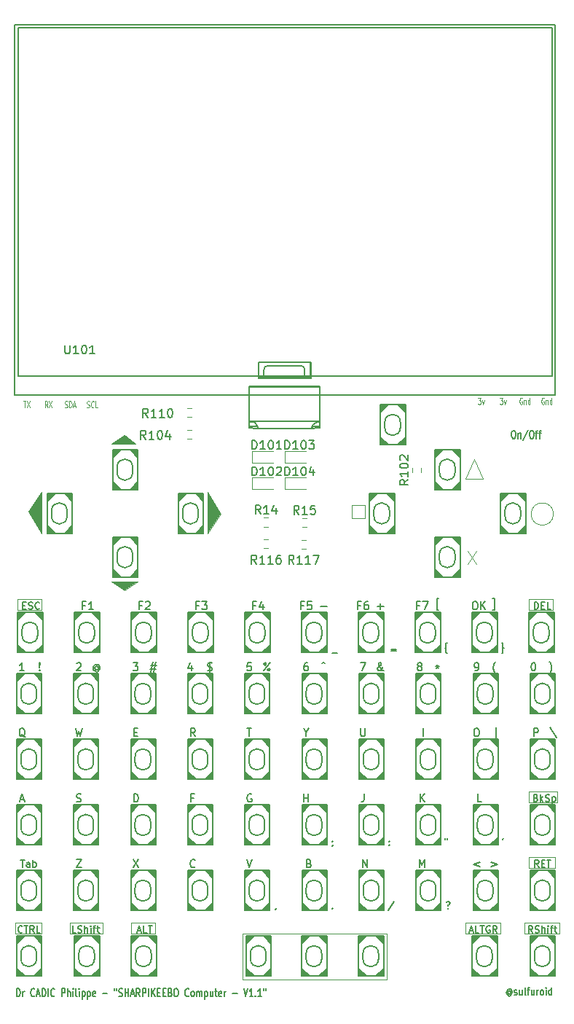
<source format=gbr>
%TF.GenerationSoftware,KiCad,Pcbnew,(5.1.12)-1*%
%TF.CreationDate,2022-02-12T22:16:26+01:00*%
%TF.ProjectId,MemoryBrakout,4d656d6f-7279-4427-9261-6b6f75742e6b,rev?*%
%TF.SameCoordinates,Original*%
%TF.FileFunction,Legend,Top*%
%TF.FilePolarity,Positive*%
%FSLAX46Y46*%
G04 Gerber Fmt 4.6, Leading zero omitted, Abs format (unit mm)*
G04 Created by KiCad (PCBNEW (5.1.12)-1) date 2022-02-12 22:16:26*
%MOMM*%
%LPD*%
G01*
G04 APERTURE LIST*
%ADD10C,0.120000*%
%ADD11C,0.150000*%
%ADD12C,0.100000*%
%ADD13C,0.125000*%
%ADD14C,0.200000*%
%ADD15C,0.127000*%
G04 APERTURE END LIST*
D10*
X193548000Y-155194000D02*
X176784000Y-155194000D01*
X193548000Y-160528000D02*
X193548000Y-155194000D01*
X176784000Y-160528000D02*
X193548000Y-160528000D01*
X176784000Y-155194000D02*
X176784000Y-160528000D01*
D11*
X200622504Y-152173215D02*
X200660000Y-152210710D01*
X200622504Y-152248205D01*
X200585009Y-152210710D01*
X200622504Y-152173215D01*
X200622504Y-152248205D01*
X200472523Y-151498299D02*
X200547514Y-151460803D01*
X200734990Y-151460803D01*
X200809981Y-151498299D01*
X200847476Y-151573289D01*
X200847476Y-151648280D01*
X200809981Y-151723271D01*
X200772486Y-151760766D01*
X200697495Y-151798261D01*
X200660000Y-151835757D01*
X200622504Y-151910747D01*
X200622504Y-151948243D01*
X194393458Y-151423308D02*
X193718542Y-152435682D01*
X187198000Y-152173215D02*
X187235495Y-152210710D01*
X187198000Y-152248205D01*
X187160504Y-152210710D01*
X187198000Y-152173215D01*
X187198000Y-152248205D01*
X180631495Y-152210710D02*
X180631495Y-152248205D01*
X180594000Y-152323196D01*
X180556504Y-152360691D01*
X207047495Y-144094803D02*
X206972504Y-144244785D01*
X200256018Y-144094803D02*
X200256018Y-144244785D01*
X200555981Y-144094803D02*
X200555981Y-144244785D01*
X193802000Y-144807215D02*
X193839495Y-144844710D01*
X193802000Y-144882205D01*
X193764504Y-144844710D01*
X193802000Y-144807215D01*
X193802000Y-144882205D01*
X193802000Y-144394766D02*
X193839495Y-144432261D01*
X193802000Y-144469757D01*
X193764504Y-144432261D01*
X193802000Y-144394766D01*
X193802000Y-144469757D01*
X187235495Y-144844710D02*
X187235495Y-144882205D01*
X187198000Y-144957196D01*
X187160504Y-144994691D01*
X187198000Y-144394766D02*
X187235495Y-144432261D01*
X187198000Y-144469757D01*
X187160504Y-144432261D01*
X187198000Y-144394766D01*
X187198000Y-144469757D01*
X212466285Y-131247428D02*
X213237714Y-132404571D01*
X206248000Y-132533142D02*
X206248000Y-131247428D01*
X187152037Y-122605196D02*
X187751962Y-122605196D01*
X194010037Y-122117757D02*
X194609962Y-122117757D01*
X194609962Y-122342729D02*
X194010037Y-122342729D01*
X206860018Y-122576168D02*
X206897514Y-122576168D01*
X206972504Y-122538673D01*
X207010000Y-122463682D01*
X207010000Y-122088729D01*
X207047495Y-122013738D01*
X207122486Y-121976243D01*
X207047495Y-121938747D01*
X207010000Y-121863757D01*
X207010000Y-121488803D01*
X206972504Y-121413813D01*
X206897514Y-121376317D01*
X206860018Y-121376317D01*
X200555981Y-122576168D02*
X200518486Y-122576168D01*
X200443495Y-122538673D01*
X200406000Y-122463682D01*
X200406000Y-122088729D01*
X200368504Y-122013738D01*
X200293514Y-121976243D01*
X200368504Y-121938747D01*
X200406000Y-121863757D01*
X200406000Y-121488803D01*
X200443495Y-121413813D01*
X200518486Y-121376317D01*
X200555981Y-121376317D01*
X205822571Y-117547142D02*
X206036857Y-117547142D01*
X206036857Y-116261428D01*
X205822571Y-116261428D01*
X199561428Y-117547142D02*
X199347142Y-117547142D01*
X199347142Y-116261428D01*
X199561428Y-116261428D01*
X192443142Y-117158285D02*
X193128857Y-117158285D01*
X192786000Y-117501142D02*
X192786000Y-116815428D01*
X185839142Y-117158285D02*
X186524857Y-117158285D01*
X212426571Y-124956000D02*
X212469428Y-124913142D01*
X212555142Y-124784571D01*
X212598000Y-124698857D01*
X212640857Y-124570285D01*
X212683714Y-124356000D01*
X212683714Y-124184571D01*
X212640857Y-123970285D01*
X212598000Y-123841714D01*
X212555142Y-123756000D01*
X212469428Y-123627428D01*
X212426571Y-123584571D01*
X206165428Y-124956000D02*
X206122571Y-124913142D01*
X206036857Y-124784571D01*
X205994000Y-124698857D01*
X205951142Y-124570285D01*
X205908285Y-124356000D01*
X205908285Y-124184571D01*
X205951142Y-123970285D01*
X205994000Y-123841714D01*
X206036857Y-123756000D01*
X206122571Y-123627428D01*
X206165428Y-123584571D01*
X199390000Y-123967142D02*
X199390000Y-124181428D01*
X199175714Y-124095714D02*
X199390000Y-124181428D01*
X199604285Y-124095714D01*
X199261428Y-124352857D02*
X199390000Y-124181428D01*
X199518571Y-124352857D01*
X193171714Y-124613142D02*
X193128857Y-124613142D01*
X193043142Y-124570285D01*
X192914571Y-124441714D01*
X192700285Y-124184571D01*
X192614571Y-124056000D01*
X192571714Y-123927428D01*
X192571714Y-123841714D01*
X192614571Y-123756000D01*
X192700285Y-123713142D01*
X192743142Y-123713142D01*
X192828857Y-123756000D01*
X192871714Y-123841714D01*
X192871714Y-123884571D01*
X192828857Y-123970285D01*
X192786000Y-124013142D01*
X192528857Y-124184571D01*
X192486000Y-124227428D01*
X192443142Y-124313142D01*
X192443142Y-124441714D01*
X192486000Y-124527428D01*
X192528857Y-124570285D01*
X192614571Y-124613142D01*
X192743142Y-124613142D01*
X192828857Y-124570285D01*
X192871714Y-124527428D01*
X193000285Y-124356000D01*
X193043142Y-124227428D01*
X193043142Y-124141714D01*
X186010571Y-123798857D02*
X186182000Y-123670285D01*
X186353428Y-123798857D01*
X179235142Y-124613142D02*
X179920857Y-123713142D01*
X179363714Y-123713142D02*
X179449428Y-123756000D01*
X179492285Y-123841714D01*
X179449428Y-123927428D01*
X179363714Y-123970285D01*
X179278000Y-123927428D01*
X179235142Y-123841714D01*
X179278000Y-123756000D01*
X179363714Y-123713142D01*
X179878000Y-124570285D02*
X179920857Y-124484571D01*
X179878000Y-124398857D01*
X179792285Y-124356000D01*
X179706571Y-124398857D01*
X179663714Y-124484571D01*
X179706571Y-124570285D01*
X179792285Y-124613142D01*
X179878000Y-124570285D01*
X172716857Y-124570285D02*
X172845428Y-124613142D01*
X173059714Y-124613142D01*
X173145428Y-124570285D01*
X173188285Y-124527428D01*
X173231142Y-124441714D01*
X173231142Y-124356000D01*
X173188285Y-124270285D01*
X173145428Y-124227428D01*
X173059714Y-124184571D01*
X172888285Y-124141714D01*
X172802571Y-124098857D01*
X172759714Y-124056000D01*
X172716857Y-123970285D01*
X172716857Y-123884571D01*
X172759714Y-123798857D01*
X172802571Y-123756000D01*
X172888285Y-123713142D01*
X173102571Y-123713142D01*
X173231142Y-123756000D01*
X172974000Y-123584571D02*
X172974000Y-124741714D01*
X166091428Y-124013142D02*
X166734285Y-124013142D01*
X166348571Y-123627428D02*
X166091428Y-124784571D01*
X166648571Y-124398857D02*
X166005714Y-124398857D01*
X166391428Y-124784571D02*
X166648571Y-123627428D01*
X159958857Y-124184571D02*
X159916000Y-124141714D01*
X159830285Y-124098857D01*
X159744571Y-124098857D01*
X159658857Y-124141714D01*
X159616000Y-124184571D01*
X159573142Y-124270285D01*
X159573142Y-124356000D01*
X159616000Y-124441714D01*
X159658857Y-124484571D01*
X159744571Y-124527428D01*
X159830285Y-124527428D01*
X159916000Y-124484571D01*
X159958857Y-124441714D01*
X159958857Y-124098857D02*
X159958857Y-124441714D01*
X160001714Y-124484571D01*
X160044571Y-124484571D01*
X160130285Y-124441714D01*
X160173142Y-124356000D01*
X160173142Y-124141714D01*
X160087428Y-124013142D01*
X159958857Y-123927428D01*
X159787428Y-123884571D01*
X159616000Y-123927428D01*
X159487428Y-124013142D01*
X159401714Y-124141714D01*
X159358857Y-124313142D01*
X159401714Y-124484571D01*
X159487428Y-124613142D01*
X159616000Y-124698857D01*
X159787428Y-124741714D01*
X159958857Y-124698857D01*
X160087428Y-124613142D01*
X153162000Y-124527428D02*
X153204857Y-124570285D01*
X153162000Y-124613142D01*
X153119142Y-124570285D01*
X153162000Y-124527428D01*
X153162000Y-124613142D01*
X153162000Y-124270285D02*
X153119142Y-123756000D01*
X153162000Y-123713142D01*
X153204857Y-123756000D01*
X153162000Y-124270285D01*
X153162000Y-123713142D01*
X207891333Y-161878171D02*
X207858000Y-161835314D01*
X207791333Y-161792457D01*
X207724666Y-161792457D01*
X207658000Y-161835314D01*
X207624666Y-161878171D01*
X207591333Y-161963885D01*
X207591333Y-162049600D01*
X207624666Y-162135314D01*
X207658000Y-162178171D01*
X207724666Y-162221028D01*
X207791333Y-162221028D01*
X207858000Y-162178171D01*
X207891333Y-162135314D01*
X207891333Y-161792457D02*
X207891333Y-162135314D01*
X207924666Y-162178171D01*
X207958000Y-162178171D01*
X208024666Y-162135314D01*
X208058000Y-162049600D01*
X208058000Y-161835314D01*
X207991333Y-161706742D01*
X207891333Y-161621028D01*
X207758000Y-161578171D01*
X207624666Y-161621028D01*
X207524666Y-161706742D01*
X207458000Y-161835314D01*
X207424666Y-162006742D01*
X207458000Y-162178171D01*
X207524666Y-162306742D01*
X207624666Y-162392457D01*
X207758000Y-162435314D01*
X207891333Y-162392457D01*
X207991333Y-162306742D01*
X208324666Y-162263885D02*
X208391333Y-162306742D01*
X208524666Y-162306742D01*
X208591333Y-162263885D01*
X208624666Y-162178171D01*
X208624666Y-162135314D01*
X208591333Y-162049600D01*
X208524666Y-162006742D01*
X208424666Y-162006742D01*
X208358000Y-161963885D01*
X208324666Y-161878171D01*
X208324666Y-161835314D01*
X208358000Y-161749600D01*
X208424666Y-161706742D01*
X208524666Y-161706742D01*
X208591333Y-161749600D01*
X209224666Y-161706742D02*
X209224666Y-162306742D01*
X208924666Y-161706742D02*
X208924666Y-162178171D01*
X208958000Y-162263885D01*
X209024666Y-162306742D01*
X209124666Y-162306742D01*
X209191333Y-162263885D01*
X209224666Y-162221028D01*
X209658000Y-162306742D02*
X209591333Y-162263885D01*
X209558000Y-162178171D01*
X209558000Y-161406742D01*
X209824666Y-161706742D02*
X210091333Y-161706742D01*
X209924666Y-162306742D02*
X209924666Y-161535314D01*
X209958000Y-161449600D01*
X210024666Y-161406742D01*
X210091333Y-161406742D01*
X210624666Y-161706742D02*
X210624666Y-162306742D01*
X210324666Y-161706742D02*
X210324666Y-162178171D01*
X210358000Y-162263885D01*
X210424666Y-162306742D01*
X210524666Y-162306742D01*
X210591333Y-162263885D01*
X210624666Y-162221028D01*
X210958000Y-162306742D02*
X210958000Y-161706742D01*
X210958000Y-161878171D02*
X210991333Y-161792457D01*
X211024666Y-161749600D01*
X211091333Y-161706742D01*
X211158000Y-161706742D01*
X211491333Y-162306742D02*
X211424666Y-162263885D01*
X211391333Y-162221028D01*
X211358000Y-162135314D01*
X211358000Y-161878171D01*
X211391333Y-161792457D01*
X211424666Y-161749600D01*
X211491333Y-161706742D01*
X211591333Y-161706742D01*
X211658000Y-161749600D01*
X211691333Y-161792457D01*
X211724666Y-161878171D01*
X211724666Y-162135314D01*
X211691333Y-162221028D01*
X211658000Y-162263885D01*
X211591333Y-162306742D01*
X211491333Y-162306742D01*
X212024666Y-162306742D02*
X212024666Y-161706742D01*
X212024666Y-161406742D02*
X211991333Y-161449600D01*
X212024666Y-161492457D01*
X212058000Y-161449600D01*
X212024666Y-161406742D01*
X212024666Y-161492457D01*
X212658000Y-162306742D02*
X212658000Y-161406742D01*
X212658000Y-162263885D02*
X212591333Y-162306742D01*
X212458000Y-162306742D01*
X212391333Y-162263885D01*
X212358000Y-162221028D01*
X212324666Y-162135314D01*
X212324666Y-161878171D01*
X212358000Y-161792457D01*
X212391333Y-161749600D01*
X212458000Y-161706742D01*
X212591333Y-161706742D01*
X212658000Y-161749600D01*
X150489666Y-162459142D02*
X150489666Y-161559142D01*
X150656333Y-161559142D01*
X150756333Y-161602000D01*
X150823000Y-161687714D01*
X150856333Y-161773428D01*
X150889666Y-161944857D01*
X150889666Y-162073428D01*
X150856333Y-162244857D01*
X150823000Y-162330571D01*
X150756333Y-162416285D01*
X150656333Y-162459142D01*
X150489666Y-162459142D01*
X151189666Y-162459142D02*
X151189666Y-161859142D01*
X151189666Y-162030571D02*
X151223000Y-161944857D01*
X151256333Y-161902000D01*
X151323000Y-161859142D01*
X151389666Y-161859142D01*
X152556333Y-162373428D02*
X152523000Y-162416285D01*
X152423000Y-162459142D01*
X152356333Y-162459142D01*
X152256333Y-162416285D01*
X152189666Y-162330571D01*
X152156333Y-162244857D01*
X152123000Y-162073428D01*
X152123000Y-161944857D01*
X152156333Y-161773428D01*
X152189666Y-161687714D01*
X152256333Y-161602000D01*
X152356333Y-161559142D01*
X152423000Y-161559142D01*
X152523000Y-161602000D01*
X152556333Y-161644857D01*
X152823000Y-162202000D02*
X153156333Y-162202000D01*
X152756333Y-162459142D02*
X152989666Y-161559142D01*
X153223000Y-162459142D01*
X153456333Y-162459142D02*
X153456333Y-161559142D01*
X153623000Y-161559142D01*
X153723000Y-161602000D01*
X153789666Y-161687714D01*
X153823000Y-161773428D01*
X153856333Y-161944857D01*
X153856333Y-162073428D01*
X153823000Y-162244857D01*
X153789666Y-162330571D01*
X153723000Y-162416285D01*
X153623000Y-162459142D01*
X153456333Y-162459142D01*
X154156333Y-162459142D02*
X154156333Y-161559142D01*
X154889666Y-162373428D02*
X154856333Y-162416285D01*
X154756333Y-162459142D01*
X154689666Y-162459142D01*
X154589666Y-162416285D01*
X154523000Y-162330571D01*
X154489666Y-162244857D01*
X154456333Y-162073428D01*
X154456333Y-161944857D01*
X154489666Y-161773428D01*
X154523000Y-161687714D01*
X154589666Y-161602000D01*
X154689666Y-161559142D01*
X154756333Y-161559142D01*
X154856333Y-161602000D01*
X154889666Y-161644857D01*
X155723000Y-162459142D02*
X155723000Y-161559142D01*
X155989666Y-161559142D01*
X156056333Y-161602000D01*
X156089666Y-161644857D01*
X156123000Y-161730571D01*
X156123000Y-161859142D01*
X156089666Y-161944857D01*
X156056333Y-161987714D01*
X155989666Y-162030571D01*
X155723000Y-162030571D01*
X156423000Y-162459142D02*
X156423000Y-161559142D01*
X156723000Y-162459142D02*
X156723000Y-161987714D01*
X156689666Y-161902000D01*
X156623000Y-161859142D01*
X156523000Y-161859142D01*
X156456333Y-161902000D01*
X156423000Y-161944857D01*
X157056333Y-162459142D02*
X157056333Y-161859142D01*
X157056333Y-161559142D02*
X157023000Y-161602000D01*
X157056333Y-161644857D01*
X157089666Y-161602000D01*
X157056333Y-161559142D01*
X157056333Y-161644857D01*
X157489666Y-162459142D02*
X157423000Y-162416285D01*
X157389666Y-162330571D01*
X157389666Y-161559142D01*
X157756333Y-162459142D02*
X157756333Y-161859142D01*
X157756333Y-161559142D02*
X157723000Y-161602000D01*
X157756333Y-161644857D01*
X157789666Y-161602000D01*
X157756333Y-161559142D01*
X157756333Y-161644857D01*
X158089666Y-161859142D02*
X158089666Y-162759142D01*
X158089666Y-161902000D02*
X158156333Y-161859142D01*
X158289666Y-161859142D01*
X158356333Y-161902000D01*
X158389666Y-161944857D01*
X158423000Y-162030571D01*
X158423000Y-162287714D01*
X158389666Y-162373428D01*
X158356333Y-162416285D01*
X158289666Y-162459142D01*
X158156333Y-162459142D01*
X158089666Y-162416285D01*
X158723000Y-161859142D02*
X158723000Y-162759142D01*
X158723000Y-161902000D02*
X158789666Y-161859142D01*
X158923000Y-161859142D01*
X158989666Y-161902000D01*
X159023000Y-161944857D01*
X159056333Y-162030571D01*
X159056333Y-162287714D01*
X159023000Y-162373428D01*
X158989666Y-162416285D01*
X158923000Y-162459142D01*
X158789666Y-162459142D01*
X158723000Y-162416285D01*
X159623000Y-162416285D02*
X159556333Y-162459142D01*
X159423000Y-162459142D01*
X159356333Y-162416285D01*
X159323000Y-162330571D01*
X159323000Y-161987714D01*
X159356333Y-161902000D01*
X159423000Y-161859142D01*
X159556333Y-161859142D01*
X159623000Y-161902000D01*
X159656333Y-161987714D01*
X159656333Y-162073428D01*
X159323000Y-162159142D01*
X160489666Y-162116285D02*
X161023000Y-162116285D01*
X161856333Y-161559142D02*
X161856333Y-161730571D01*
X162123000Y-161559142D02*
X162123000Y-161730571D01*
X162389666Y-162416285D02*
X162489666Y-162459142D01*
X162656333Y-162459142D01*
X162723000Y-162416285D01*
X162756333Y-162373428D01*
X162789666Y-162287714D01*
X162789666Y-162202000D01*
X162756333Y-162116285D01*
X162723000Y-162073428D01*
X162656333Y-162030571D01*
X162523000Y-161987714D01*
X162456333Y-161944857D01*
X162423000Y-161902000D01*
X162389666Y-161816285D01*
X162389666Y-161730571D01*
X162423000Y-161644857D01*
X162456333Y-161602000D01*
X162523000Y-161559142D01*
X162689666Y-161559142D01*
X162789666Y-161602000D01*
X163089666Y-162459142D02*
X163089666Y-161559142D01*
X163089666Y-161987714D02*
X163489666Y-161987714D01*
X163489666Y-162459142D02*
X163489666Y-161559142D01*
X163789666Y-162202000D02*
X164123000Y-162202000D01*
X163723000Y-162459142D02*
X163956333Y-161559142D01*
X164189666Y-162459142D01*
X164823000Y-162459142D02*
X164589666Y-162030571D01*
X164423000Y-162459142D02*
X164423000Y-161559142D01*
X164689666Y-161559142D01*
X164756333Y-161602000D01*
X164789666Y-161644857D01*
X164823000Y-161730571D01*
X164823000Y-161859142D01*
X164789666Y-161944857D01*
X164756333Y-161987714D01*
X164689666Y-162030571D01*
X164423000Y-162030571D01*
X165123000Y-162459142D02*
X165123000Y-161559142D01*
X165389666Y-161559142D01*
X165456333Y-161602000D01*
X165489666Y-161644857D01*
X165523000Y-161730571D01*
X165523000Y-161859142D01*
X165489666Y-161944857D01*
X165456333Y-161987714D01*
X165389666Y-162030571D01*
X165123000Y-162030571D01*
X165823000Y-162459142D02*
X165823000Y-161559142D01*
X166156333Y-162459142D02*
X166156333Y-161559142D01*
X166556333Y-162459142D02*
X166256333Y-161944857D01*
X166556333Y-161559142D02*
X166156333Y-162073428D01*
X166856333Y-161987714D02*
X167089666Y-161987714D01*
X167189666Y-162459142D02*
X166856333Y-162459142D01*
X166856333Y-161559142D01*
X167189666Y-161559142D01*
X167489666Y-161987714D02*
X167723000Y-161987714D01*
X167823000Y-162459142D02*
X167489666Y-162459142D01*
X167489666Y-161559142D01*
X167823000Y-161559142D01*
X168356333Y-161987714D02*
X168456333Y-162030571D01*
X168489666Y-162073428D01*
X168523000Y-162159142D01*
X168523000Y-162287714D01*
X168489666Y-162373428D01*
X168456333Y-162416285D01*
X168389666Y-162459142D01*
X168123000Y-162459142D01*
X168123000Y-161559142D01*
X168356333Y-161559142D01*
X168423000Y-161602000D01*
X168456333Y-161644857D01*
X168489666Y-161730571D01*
X168489666Y-161816285D01*
X168456333Y-161902000D01*
X168423000Y-161944857D01*
X168356333Y-161987714D01*
X168123000Y-161987714D01*
X168956333Y-161559142D02*
X169089666Y-161559142D01*
X169156333Y-161602000D01*
X169223000Y-161687714D01*
X169256333Y-161859142D01*
X169256333Y-162159142D01*
X169223000Y-162330571D01*
X169156333Y-162416285D01*
X169089666Y-162459142D01*
X168956333Y-162459142D01*
X168889666Y-162416285D01*
X168823000Y-162330571D01*
X168789666Y-162159142D01*
X168789666Y-161859142D01*
X168823000Y-161687714D01*
X168889666Y-161602000D01*
X168956333Y-161559142D01*
X170489666Y-162373428D02*
X170456333Y-162416285D01*
X170356333Y-162459142D01*
X170289666Y-162459142D01*
X170189666Y-162416285D01*
X170123000Y-162330571D01*
X170089666Y-162244857D01*
X170056333Y-162073428D01*
X170056333Y-161944857D01*
X170089666Y-161773428D01*
X170123000Y-161687714D01*
X170189666Y-161602000D01*
X170289666Y-161559142D01*
X170356333Y-161559142D01*
X170456333Y-161602000D01*
X170489666Y-161644857D01*
X170889666Y-162459142D02*
X170823000Y-162416285D01*
X170789666Y-162373428D01*
X170756333Y-162287714D01*
X170756333Y-162030571D01*
X170789666Y-161944857D01*
X170823000Y-161902000D01*
X170889666Y-161859142D01*
X170989666Y-161859142D01*
X171056333Y-161902000D01*
X171089666Y-161944857D01*
X171123000Y-162030571D01*
X171123000Y-162287714D01*
X171089666Y-162373428D01*
X171056333Y-162416285D01*
X170989666Y-162459142D01*
X170889666Y-162459142D01*
X171423000Y-162459142D02*
X171423000Y-161859142D01*
X171423000Y-161944857D02*
X171456333Y-161902000D01*
X171523000Y-161859142D01*
X171623000Y-161859142D01*
X171689666Y-161902000D01*
X171723000Y-161987714D01*
X171723000Y-162459142D01*
X171723000Y-161987714D02*
X171756333Y-161902000D01*
X171823000Y-161859142D01*
X171923000Y-161859142D01*
X171989666Y-161902000D01*
X172023000Y-161987714D01*
X172023000Y-162459142D01*
X172356333Y-161859142D02*
X172356333Y-162759142D01*
X172356333Y-161902000D02*
X172423000Y-161859142D01*
X172556333Y-161859142D01*
X172623000Y-161902000D01*
X172656333Y-161944857D01*
X172689666Y-162030571D01*
X172689666Y-162287714D01*
X172656333Y-162373428D01*
X172623000Y-162416285D01*
X172556333Y-162459142D01*
X172423000Y-162459142D01*
X172356333Y-162416285D01*
X173289666Y-161859142D02*
X173289666Y-162459142D01*
X172989666Y-161859142D02*
X172989666Y-162330571D01*
X173023000Y-162416285D01*
X173089666Y-162459142D01*
X173189666Y-162459142D01*
X173256333Y-162416285D01*
X173289666Y-162373428D01*
X173523000Y-161859142D02*
X173789666Y-161859142D01*
X173623000Y-161559142D02*
X173623000Y-162330571D01*
X173656333Y-162416285D01*
X173723000Y-162459142D01*
X173789666Y-162459142D01*
X174289666Y-162416285D02*
X174223000Y-162459142D01*
X174089666Y-162459142D01*
X174023000Y-162416285D01*
X173989666Y-162330571D01*
X173989666Y-161987714D01*
X174023000Y-161902000D01*
X174089666Y-161859142D01*
X174223000Y-161859142D01*
X174289666Y-161902000D01*
X174323000Y-161987714D01*
X174323000Y-162073428D01*
X173989666Y-162159142D01*
X174623000Y-162459142D02*
X174623000Y-161859142D01*
X174623000Y-162030571D02*
X174656333Y-161944857D01*
X174689666Y-161902000D01*
X174756333Y-161859142D01*
X174823000Y-161859142D01*
X175589666Y-162116285D02*
X176123000Y-162116285D01*
X176889666Y-161559142D02*
X177123000Y-162459142D01*
X177356333Y-161559142D01*
X177956333Y-162459142D02*
X177556333Y-162459142D01*
X177756333Y-162459142D02*
X177756333Y-161559142D01*
X177689666Y-161687714D01*
X177623000Y-161773428D01*
X177556333Y-161816285D01*
X178256333Y-162373428D02*
X178289666Y-162416285D01*
X178256333Y-162459142D01*
X178223000Y-162416285D01*
X178256333Y-162373428D01*
X178256333Y-162459142D01*
X178956333Y-162459142D02*
X178556333Y-162459142D01*
X178756333Y-162459142D02*
X178756333Y-161559142D01*
X178689666Y-161687714D01*
X178623000Y-161773428D01*
X178556333Y-161816285D01*
X179223000Y-161559142D02*
X179223000Y-161730571D01*
X179489666Y-161559142D02*
X179489666Y-161730571D01*
X208185733Y-96738342D02*
X208319066Y-96738342D01*
X208385733Y-96781200D01*
X208452400Y-96866914D01*
X208485733Y-97038342D01*
X208485733Y-97338342D01*
X208452400Y-97509771D01*
X208385733Y-97595485D01*
X208319066Y-97638342D01*
X208185733Y-97638342D01*
X208119066Y-97595485D01*
X208052400Y-97509771D01*
X208019066Y-97338342D01*
X208019066Y-97038342D01*
X208052400Y-96866914D01*
X208119066Y-96781200D01*
X208185733Y-96738342D01*
X208785733Y-97038342D02*
X208785733Y-97638342D01*
X208785733Y-97124057D02*
X208819066Y-97081200D01*
X208885733Y-97038342D01*
X208985733Y-97038342D01*
X209052400Y-97081200D01*
X209085733Y-97166914D01*
X209085733Y-97638342D01*
X209919066Y-96695485D02*
X209319066Y-97852628D01*
X210285733Y-96738342D02*
X210419066Y-96738342D01*
X210485733Y-96781200D01*
X210552400Y-96866914D01*
X210585733Y-97038342D01*
X210585733Y-97338342D01*
X210552400Y-97509771D01*
X210485733Y-97595485D01*
X210419066Y-97638342D01*
X210285733Y-97638342D01*
X210219066Y-97595485D01*
X210152400Y-97509771D01*
X210119066Y-97338342D01*
X210119066Y-97038342D01*
X210152400Y-96866914D01*
X210219066Y-96781200D01*
X210285733Y-96738342D01*
X210785733Y-97038342D02*
X211052400Y-97038342D01*
X210885733Y-97638342D02*
X210885733Y-96866914D01*
X210919066Y-96781200D01*
X210985733Y-96738342D01*
X211052400Y-96738342D01*
X211185733Y-97038342D02*
X211452400Y-97038342D01*
X211285733Y-97638342D02*
X211285733Y-96866914D01*
X211319066Y-96781200D01*
X211385733Y-96738342D01*
X211452400Y-96738342D01*
D10*
X202692000Y-102362000D02*
X203708000Y-100076000D01*
X204724000Y-102362000D02*
X202692000Y-102362000D01*
X203708000Y-100076000D02*
X204724000Y-102362000D01*
X153416000Y-116332000D02*
X150622000Y-116332000D01*
X153416000Y-117602000D02*
X153416000Y-116332000D01*
X150622000Y-117602000D02*
X153416000Y-117602000D01*
X150622000Y-116332000D02*
X150622000Y-117602000D01*
X212852000Y-116332000D02*
X210058000Y-116332000D01*
X212852000Y-117602000D02*
X212852000Y-116332000D01*
X210058000Y-117602000D02*
X212852000Y-117602000D01*
X210058000Y-116332000D02*
X210058000Y-117602000D01*
X213360000Y-138684000D02*
X210058000Y-138684000D01*
X213360000Y-139954000D02*
X213360000Y-138684000D01*
X210058000Y-139954000D02*
X213360000Y-139954000D01*
X210058000Y-138684000D02*
X210058000Y-139954000D01*
X213106000Y-146304000D02*
X210058000Y-146304000D01*
X213106000Y-147574000D02*
X213106000Y-146304000D01*
X210058000Y-147574000D02*
X213106000Y-147574000D01*
X210058000Y-146304000D02*
X210058000Y-147574000D01*
X213614000Y-153924000D02*
X209550000Y-153924000D01*
X213614000Y-155194000D02*
X213614000Y-153924000D01*
X209550000Y-155194000D02*
X213614000Y-155194000D01*
X209550000Y-153924000D02*
X209550000Y-155194000D01*
X206756000Y-153924000D02*
X202692000Y-153924000D01*
X206756000Y-155194000D02*
X206756000Y-153924000D01*
X202692000Y-155194000D02*
X206756000Y-155194000D01*
X202692000Y-153924000D02*
X202692000Y-155194000D01*
X163830000Y-153924000D02*
X163830000Y-155194000D01*
X166624000Y-153924000D02*
X163830000Y-153924000D01*
X166624000Y-155194000D02*
X166624000Y-153924000D01*
X163830000Y-155194000D02*
X166624000Y-155194000D01*
X160528000Y-153924000D02*
X156718000Y-153924000D01*
X160528000Y-155194000D02*
X160528000Y-153924000D01*
X156718000Y-155194000D02*
X160528000Y-155194000D01*
X156718000Y-153924000D02*
X156718000Y-155194000D01*
X153416000Y-155194000D02*
X153416000Y-153924000D01*
X150368000Y-155194000D02*
X153416000Y-155194000D01*
X150368000Y-153924000D02*
X150368000Y-155194000D01*
X153416000Y-153924000D02*
X150368000Y-153924000D01*
D12*
G36*
X163068000Y-115316000D02*
G01*
X161544000Y-114300000D01*
X164592000Y-114300000D01*
X163068000Y-115316000D01*
G37*
X163068000Y-115316000D02*
X161544000Y-114300000D01*
X164592000Y-114300000D01*
X163068000Y-115316000D01*
G36*
X174244000Y-106426000D02*
G01*
X172720000Y-108712000D01*
X172720000Y-103886000D01*
X174244000Y-106426000D01*
G37*
X174244000Y-106426000D02*
X172720000Y-108712000D01*
X172720000Y-103886000D01*
X174244000Y-106426000D01*
G36*
X153416000Y-108712000D02*
G01*
X151892000Y-106172000D01*
X153416000Y-103886000D01*
X153416000Y-108712000D01*
G37*
X153416000Y-108712000D02*
X151892000Y-106172000D01*
X153416000Y-103886000D01*
X153416000Y-108712000D01*
G36*
X164338000Y-98298000D02*
G01*
X161544000Y-98298000D01*
X163068000Y-97282000D01*
X164338000Y-98298000D01*
G37*
X164338000Y-98298000D02*
X161544000Y-98298000D01*
X163068000Y-97282000D01*
X164338000Y-98298000D01*
D10*
X189484000Y-105410000D02*
X190246000Y-105410000D01*
X189484000Y-106934000D02*
X189484000Y-105410000D01*
X191008000Y-106934000D02*
X189484000Y-106934000D01*
X191008000Y-105410000D02*
X191008000Y-106934000D01*
X190246000Y-105410000D02*
X191008000Y-105410000D01*
X203454000Y-111506000D02*
X202946000Y-112268000D01*
X203962000Y-112268000D02*
X203454000Y-111506000D01*
X203454000Y-111506000D02*
X203962000Y-112268000D01*
X202946000Y-110744000D02*
X203454000Y-111506000D01*
X203454000Y-111506000D02*
X202946000Y-110744000D01*
X203962000Y-110744000D02*
X203454000Y-111506000D01*
X203454000Y-111506000D02*
X203962000Y-110744000D01*
X212877151Y-106426000D02*
G75*
G03*
X212877151Y-106426000I-1295151J0D01*
G01*
D11*
X205651142Y-146873142D02*
X206336857Y-147130285D01*
X205651142Y-147387428D01*
X204304857Y-146873142D02*
X203619142Y-147130285D01*
X204304857Y-147387428D01*
X203680285Y-116601142D02*
X203851714Y-116601142D01*
X203937428Y-116644000D01*
X204023142Y-116729714D01*
X204066000Y-116901142D01*
X204066000Y-117201142D01*
X204023142Y-117372571D01*
X203937428Y-117458285D01*
X203851714Y-117501142D01*
X203680285Y-117501142D01*
X203594571Y-117458285D01*
X203508857Y-117372571D01*
X203466000Y-117201142D01*
X203466000Y-116901142D01*
X203508857Y-116729714D01*
X203594571Y-116644000D01*
X203680285Y-116601142D01*
X204451714Y-117501142D02*
X204451714Y-116601142D01*
X204966000Y-117501142D02*
X204580285Y-116986857D01*
X204966000Y-116601142D02*
X204451714Y-117115428D01*
D13*
X211768571Y-92970000D02*
X211720952Y-92934285D01*
X211649523Y-92934285D01*
X211578095Y-92970000D01*
X211530476Y-93041428D01*
X211506666Y-93112857D01*
X211482857Y-93255714D01*
X211482857Y-93362857D01*
X211506666Y-93505714D01*
X211530476Y-93577142D01*
X211578095Y-93648571D01*
X211649523Y-93684285D01*
X211697142Y-93684285D01*
X211768571Y-93648571D01*
X211792380Y-93612857D01*
X211792380Y-93362857D01*
X211697142Y-93362857D01*
X212006666Y-93184285D02*
X212006666Y-93684285D01*
X212006666Y-93255714D02*
X212030476Y-93220000D01*
X212078095Y-93184285D01*
X212149523Y-93184285D01*
X212197142Y-93220000D01*
X212220952Y-93291428D01*
X212220952Y-93684285D01*
X212673333Y-93684285D02*
X212673333Y-92934285D01*
X212673333Y-93648571D02*
X212625714Y-93684285D01*
X212530476Y-93684285D01*
X212482857Y-93648571D01*
X212459047Y-93612857D01*
X212435238Y-93541428D01*
X212435238Y-93327142D01*
X212459047Y-93255714D01*
X212482857Y-93220000D01*
X212530476Y-93184285D01*
X212625714Y-93184285D01*
X212673333Y-93220000D01*
X209228571Y-92970000D02*
X209180952Y-92934285D01*
X209109523Y-92934285D01*
X209038095Y-92970000D01*
X208990476Y-93041428D01*
X208966666Y-93112857D01*
X208942857Y-93255714D01*
X208942857Y-93362857D01*
X208966666Y-93505714D01*
X208990476Y-93577142D01*
X209038095Y-93648571D01*
X209109523Y-93684285D01*
X209157142Y-93684285D01*
X209228571Y-93648571D01*
X209252380Y-93612857D01*
X209252380Y-93362857D01*
X209157142Y-93362857D01*
X209466666Y-93184285D02*
X209466666Y-93684285D01*
X209466666Y-93255714D02*
X209490476Y-93220000D01*
X209538095Y-93184285D01*
X209609523Y-93184285D01*
X209657142Y-93220000D01*
X209680952Y-93291428D01*
X209680952Y-93684285D01*
X210133333Y-93684285D02*
X210133333Y-92934285D01*
X210133333Y-93648571D02*
X210085714Y-93684285D01*
X209990476Y-93684285D01*
X209942857Y-93648571D01*
X209919047Y-93612857D01*
X209895238Y-93541428D01*
X209895238Y-93327142D01*
X209919047Y-93255714D01*
X209942857Y-93220000D01*
X209990476Y-93184285D01*
X210085714Y-93184285D01*
X210133333Y-93220000D01*
X204112857Y-92934285D02*
X204422380Y-92934285D01*
X204255714Y-93220000D01*
X204327142Y-93220000D01*
X204374761Y-93255714D01*
X204398571Y-93291428D01*
X204422380Y-93362857D01*
X204422380Y-93541428D01*
X204398571Y-93612857D01*
X204374761Y-93648571D01*
X204327142Y-93684285D01*
X204184285Y-93684285D01*
X204136666Y-93648571D01*
X204112857Y-93612857D01*
X204589047Y-93184285D02*
X204708095Y-93684285D01*
X204827142Y-93184285D01*
X206652857Y-92934285D02*
X206962380Y-92934285D01*
X206795714Y-93220000D01*
X206867142Y-93220000D01*
X206914761Y-93255714D01*
X206938571Y-93291428D01*
X206962380Y-93362857D01*
X206962380Y-93541428D01*
X206938571Y-93612857D01*
X206914761Y-93648571D01*
X206867142Y-93684285D01*
X206724285Y-93684285D01*
X206676666Y-93648571D01*
X206652857Y-93612857D01*
X207129047Y-93184285D02*
X207248095Y-93684285D01*
X207367142Y-93184285D01*
X158662761Y-94029571D02*
X158734190Y-94065285D01*
X158853238Y-94065285D01*
X158900857Y-94029571D01*
X158924666Y-93993857D01*
X158948476Y-93922428D01*
X158948476Y-93851000D01*
X158924666Y-93779571D01*
X158900857Y-93743857D01*
X158853238Y-93708142D01*
X158758000Y-93672428D01*
X158710380Y-93636714D01*
X158686571Y-93601000D01*
X158662761Y-93529571D01*
X158662761Y-93458142D01*
X158686571Y-93386714D01*
X158710380Y-93351000D01*
X158758000Y-93315285D01*
X158877047Y-93315285D01*
X158948476Y-93351000D01*
X159448476Y-93993857D02*
X159424666Y-94029571D01*
X159353238Y-94065285D01*
X159305619Y-94065285D01*
X159234190Y-94029571D01*
X159186571Y-93958142D01*
X159162761Y-93886714D01*
X159138952Y-93743857D01*
X159138952Y-93636714D01*
X159162761Y-93493857D01*
X159186571Y-93422428D01*
X159234190Y-93351000D01*
X159305619Y-93315285D01*
X159353238Y-93315285D01*
X159424666Y-93351000D01*
X159448476Y-93386714D01*
X159900857Y-94065285D02*
X159662761Y-94065285D01*
X159662761Y-93315285D01*
X156110857Y-94029571D02*
X156182285Y-94065285D01*
X156301333Y-94065285D01*
X156348952Y-94029571D01*
X156372761Y-93993857D01*
X156396571Y-93922428D01*
X156396571Y-93851000D01*
X156372761Y-93779571D01*
X156348952Y-93743857D01*
X156301333Y-93708142D01*
X156206095Y-93672428D01*
X156158476Y-93636714D01*
X156134666Y-93601000D01*
X156110857Y-93529571D01*
X156110857Y-93458142D01*
X156134666Y-93386714D01*
X156158476Y-93351000D01*
X156206095Y-93315285D01*
X156325142Y-93315285D01*
X156396571Y-93351000D01*
X156610857Y-94065285D02*
X156610857Y-93315285D01*
X156729904Y-93315285D01*
X156801333Y-93351000D01*
X156848952Y-93422428D01*
X156872761Y-93493857D01*
X156896571Y-93636714D01*
X156896571Y-93743857D01*
X156872761Y-93886714D01*
X156848952Y-93958142D01*
X156801333Y-94029571D01*
X156729904Y-94065285D01*
X156610857Y-94065285D01*
X157087047Y-93851000D02*
X157325142Y-93851000D01*
X157039428Y-94065285D02*
X157206095Y-93315285D01*
X157372761Y-94065285D01*
X154094666Y-94065285D02*
X153928000Y-93708142D01*
X153808952Y-94065285D02*
X153808952Y-93315285D01*
X153999428Y-93315285D01*
X154047047Y-93351000D01*
X154070857Y-93386714D01*
X154094666Y-93458142D01*
X154094666Y-93565285D01*
X154070857Y-93636714D01*
X154047047Y-93672428D01*
X153999428Y-93708142D01*
X153808952Y-93708142D01*
X154261333Y-93315285D02*
X154594666Y-94065285D01*
X154594666Y-93315285D02*
X154261333Y-94065285D01*
X151257047Y-93315285D02*
X151542761Y-93315285D01*
X151399904Y-94065285D02*
X151399904Y-93315285D01*
X151661809Y-93315285D02*
X151995142Y-94065285D01*
X151995142Y-93315285D02*
X151661809Y-94065285D01*
D10*
%TO.C,R102*%
X196454500Y-101576724D02*
X196454500Y-101067276D01*
X197499500Y-101576724D02*
X197499500Y-101067276D01*
%TO.C,R104*%
X170283276Y-97677500D02*
X170792724Y-97677500D01*
X170283276Y-96632500D02*
X170792724Y-96632500D01*
%TO.C,R110*%
X170283276Y-94092500D02*
X170792724Y-94092500D01*
X170283276Y-95137500D02*
X170792724Y-95137500D01*
D14*
%TO.C,U101*%
X179664292Y-89211199D02*
X183524497Y-89196712D01*
X177488212Y-96172910D02*
X177490225Y-96357215D01*
X184672765Y-88793194D02*
X184672765Y-90685462D01*
X185739963Y-91625547D02*
X177472862Y-91625547D01*
X177468975Y-91642031D02*
X177468975Y-95510622D01*
X185743861Y-91642031D02*
X177468975Y-91642031D01*
X185721197Y-96161693D02*
X185648603Y-96219387D01*
X185493197Y-96440215D02*
X185493357Y-96231873D01*
X184654020Y-90584385D02*
X178617511Y-90584385D01*
X184654020Y-88793194D02*
X184654020Y-90584385D01*
X184672765Y-90685462D02*
X184654020Y-90584385D01*
X183948270Y-89559537D02*
X183946076Y-89545110D01*
X185715353Y-96374812D02*
X185716473Y-96180178D01*
X178599195Y-90685462D02*
X178617511Y-90584385D01*
X184672765Y-90685462D02*
X178599195Y-90685462D01*
X183522699Y-89182623D02*
X183524497Y-89196712D01*
X177733796Y-96451164D02*
X177732785Y-96243713D01*
X178617511Y-90584385D02*
X178617511Y-88793194D01*
X179245956Y-89559390D02*
X179243754Y-89573830D01*
X179242419Y-90584385D02*
X179238874Y-89639821D01*
X185743861Y-95535826D02*
X185743861Y-91642031D01*
X185648603Y-96219387D02*
X185493357Y-96231873D01*
X177493944Y-96193317D02*
X177495849Y-96387246D01*
X178316829Y-96481257D02*
X184994927Y-96468726D01*
X178599195Y-90685462D02*
X178599195Y-88793194D01*
X177468975Y-91642031D02*
X177472862Y-91625547D01*
X179666101Y-89197097D02*
X179664292Y-89211199D01*
X178599195Y-88793194D02*
X184672765Y-88793194D01*
X185743861Y-91642031D02*
X185739963Y-91625547D01*
X185721040Y-96185021D02*
X185721197Y-96161693D01*
X179666101Y-89197097D02*
X183522699Y-89182623D01*
X183953119Y-89622129D02*
X183956731Y-90584385D01*
X177555665Y-95683118D02*
X185698550Y-95667838D01*
X185223949Y-96450507D02*
X185022446Y-96468008D01*
X185022446Y-96468008D02*
X185005169Y-96468579D01*
X185173009Y-96243329D02*
X185070910Y-96250593D01*
X185719951Y-96347373D02*
X185659718Y-96419791D01*
X184826870Y-96333944D02*
X184876655Y-96155715D01*
X185717694Y-96044326D02*
X185721154Y-96161693D01*
X185714795Y-95890078D02*
X185717694Y-96044326D01*
X178463389Y-96225247D02*
X178450433Y-96238290D01*
X178420537Y-96253155D02*
X178382034Y-96262080D01*
X185712655Y-95711374D02*
X185714795Y-95890078D01*
X177492562Y-95724761D02*
X177492380Y-95603770D01*
X177556628Y-96433259D02*
X177490225Y-96357215D01*
X185659718Y-96419791D02*
X185493197Y-96440215D01*
X185070910Y-96250593D02*
X185000558Y-96253457D01*
X184895325Y-96243162D02*
X184861098Y-96227890D01*
X178450433Y-96238290D02*
X178420537Y-96253155D01*
X177717298Y-95728424D02*
X177925348Y-95728902D01*
X177925348Y-95728902D02*
X178017041Y-95753704D01*
X185712188Y-95640376D02*
X185712655Y-95711374D01*
X177491912Y-95901804D02*
X177492562Y-95724761D01*
X184861098Y-96227890D02*
X184851800Y-96218582D01*
X177567988Y-96233296D02*
X177488212Y-96172913D01*
X177490413Y-96055217D02*
X177491912Y-95901804D01*
X177488212Y-96172910D02*
X177490413Y-96055217D01*
X185493197Y-96440215D02*
X185288440Y-96445434D01*
X185288440Y-96445434D02*
X185223949Y-96450507D01*
X178014190Y-96246817D02*
X177905292Y-96242363D01*
X184937718Y-96251060D02*
X184895325Y-96243162D01*
X177733796Y-96451164D02*
X177556628Y-96433259D01*
X185017667Y-95955375D02*
X185178015Y-95832731D01*
X185178015Y-95832731D02*
X185240024Y-95802961D01*
X185511599Y-95757453D02*
X185616605Y-95737460D01*
X177556071Y-95682600D02*
X177716928Y-95726448D01*
X184876655Y-96155715D02*
X184989938Y-95985295D01*
X184989938Y-95985295D02*
X185017667Y-95955375D01*
X185000558Y-96253457D02*
X184937718Y-96251060D01*
X178116838Y-96253845D02*
X178014190Y-96246817D01*
X178274423Y-96265021D02*
X178199596Y-96260336D01*
X178279906Y-96480130D02*
X178074928Y-96460626D01*
X178074928Y-96460626D02*
X178031468Y-96456750D01*
X185616605Y-95737460D02*
X185697826Y-95667308D01*
X178485668Y-96338572D02*
X178435417Y-96456052D01*
X178269193Y-95913782D02*
X178394614Y-96073165D01*
X178394614Y-96073165D02*
X178429400Y-96137200D01*
X178017041Y-95753704D02*
X178199004Y-95852925D01*
X178199004Y-95852925D02*
X178269193Y-95913782D01*
X184870055Y-96440965D02*
X184826870Y-96333944D01*
X185240024Y-95802961D02*
X185441686Y-95757930D01*
X185441686Y-95757930D02*
X185511263Y-95760790D01*
X185005169Y-96468579D02*
X184870055Y-96440965D01*
X177732785Y-96243713D02*
X177567988Y-96233296D01*
X185279847Y-96236356D02*
X185173009Y-96243329D01*
X185387198Y-96232139D02*
X185279847Y-96236356D01*
X185493357Y-96231873D02*
X185387198Y-96232139D01*
X177819638Y-96241571D02*
X177732778Y-96243700D01*
X178435417Y-96456052D02*
X178279906Y-96480130D01*
X177905292Y-96242363D02*
X177819638Y-96241571D01*
X178382034Y-96262080D02*
X178332360Y-96265870D01*
X178031468Y-96456750D02*
X177828289Y-96448380D01*
X177828289Y-96448380D02*
X177733784Y-96451146D01*
X178199596Y-96260336D02*
X178116838Y-96253845D01*
X178332360Y-96265870D02*
X178274423Y-96265021D01*
X178429400Y-96137200D02*
X178485520Y-96333315D01*
X178485520Y-96333315D02*
X178485668Y-96338572D01*
X150240052Y-92570143D02*
X213032439Y-92570143D01*
X150626327Y-49944308D02*
X150626327Y-90392660D01*
X150626327Y-90392660D02*
X212699788Y-90392660D01*
X213032439Y-49630006D02*
X150240052Y-49630006D01*
X150240052Y-49630006D02*
X150240052Y-92570143D01*
X213032439Y-92570143D02*
X213032439Y-49630006D01*
X212699788Y-49944308D02*
X150626327Y-49944308D01*
X212699788Y-90392660D02*
X212699788Y-49944308D01*
X179238875Y-89639820D02*
G75*
G02*
X179664292Y-89211199I427019J1602D01*
G01*
X185743861Y-95535826D02*
G75*
G02*
X185698550Y-95667838I-214960J0D01*
G01*
X177555666Y-95683117D02*
G75*
G02*
X177468975Y-95510622I128268J172495D01*
G01*
X183524498Y-89196712D02*
G75*
G02*
X183953119Y-89622129I1602J-427019D01*
G01*
X179245956Y-89559390D02*
G75*
G02*
X179666101Y-89197097I421746J-64328D01*
G01*
X183522699Y-89182623D02*
G75*
G02*
X183946076Y-89545110I1601J-426621D01*
G01*
D10*
%TO.C,D101*%
X180328000Y-99120000D02*
X177843000Y-99120000D01*
X177843000Y-99120000D02*
X177843000Y-100490000D01*
X177843000Y-100490000D02*
X180328000Y-100490000D01*
%TO.C,D102*%
X177843000Y-103555000D02*
X180328000Y-103555000D01*
X177843000Y-102185000D02*
X177843000Y-103555000D01*
X180328000Y-102185000D02*
X177843000Y-102185000D01*
%TO.C,D103*%
X184138000Y-99120000D02*
X181653000Y-99120000D01*
X181653000Y-99120000D02*
X181653000Y-100490000D01*
X181653000Y-100490000D02*
X184138000Y-100490000D01*
%TO.C,D104*%
X181653000Y-103555000D02*
X184138000Y-103555000D01*
X181653000Y-102185000D02*
X181653000Y-103555000D01*
X184138000Y-102185000D02*
X181653000Y-102185000D01*
%TO.C,R14*%
X179225276Y-106862500D02*
X179734724Y-106862500D01*
X179225276Y-107907500D02*
X179734724Y-107907500D01*
%TO.C,R15*%
X183675276Y-107957500D02*
X184184724Y-107957500D01*
X183675276Y-106912500D02*
X184184724Y-106912500D01*
%TO.C,R116*%
X179225276Y-109372500D02*
X179734724Y-109372500D01*
X179225276Y-110417500D02*
X179734724Y-110417500D01*
%TO.C,R117*%
X183575276Y-110467500D02*
X184084724Y-110467500D01*
X183575276Y-109422500D02*
X184084724Y-109422500D01*
D15*
%TO.C,Ky1*%
G36*
X153389000Y-129640000D02*
G01*
X153389000Y-128740000D01*
X152489000Y-129640000D01*
X153389000Y-129640000D01*
G37*
X153389000Y-129640000D02*
X153389000Y-128740000D01*
X152489000Y-129640000D01*
X153389000Y-129640000D01*
G36*
X153389000Y-124975000D02*
G01*
X152489000Y-124975000D01*
X153389000Y-125875000D01*
X153389000Y-124975000D01*
G37*
X153389000Y-124975000D02*
X152489000Y-124975000D01*
X153389000Y-125875000D01*
X153389000Y-124975000D01*
G36*
X150489000Y-124975000D02*
G01*
X150489000Y-125875000D01*
X151389000Y-124975000D01*
X150489000Y-124975000D01*
G37*
X150489000Y-124975000D02*
X150489000Y-125875000D01*
X151389000Y-124975000D01*
X150489000Y-124975000D01*
G36*
X150489000Y-129640000D02*
G01*
X151389000Y-129640000D01*
X150489000Y-128740000D01*
X150489000Y-129640000D01*
G37*
X150489000Y-129640000D02*
X151389000Y-129640000D01*
X150489000Y-128740000D01*
X150489000Y-129640000D01*
X153389000Y-129640000D02*
X150489000Y-129640000D01*
X153389000Y-124975000D02*
X153389000Y-129640000D01*
X150489000Y-124975000D02*
X153389000Y-124975000D01*
X150489000Y-129640000D02*
X150489000Y-124975000D01*
X152789000Y-126975000D02*
X152789000Y-127640000D01*
X150989000Y-127640000D02*
X150989000Y-126975000D01*
X150989000Y-126975000D02*
G75*
G02*
X152789000Y-126975000I900000J0D01*
G01*
X152789000Y-127640000D02*
G75*
G02*
X150989000Y-127640000I-900000J0D01*
G01*
%TO.C,Ky2*%
X157621000Y-127640000D02*
X157621000Y-126975000D01*
X159421000Y-126975000D02*
X159421000Y-127640000D01*
X157121000Y-129640000D02*
X157121000Y-124975000D01*
X157121000Y-124975000D02*
X160021000Y-124975000D01*
X160021000Y-124975000D02*
X160021000Y-129640000D01*
X160021000Y-129640000D02*
X157121000Y-129640000D01*
G36*
X157121000Y-129640000D02*
G01*
X158021000Y-129640000D01*
X157121000Y-128740000D01*
X157121000Y-129640000D01*
G37*
X157121000Y-129640000D02*
X158021000Y-129640000D01*
X157121000Y-128740000D01*
X157121000Y-129640000D01*
G36*
X157121000Y-124975000D02*
G01*
X157121000Y-125875000D01*
X158021000Y-124975000D01*
X157121000Y-124975000D01*
G37*
X157121000Y-124975000D02*
X157121000Y-125875000D01*
X158021000Y-124975000D01*
X157121000Y-124975000D01*
G36*
X160021000Y-124975000D02*
G01*
X159121000Y-124975000D01*
X160021000Y-125875000D01*
X160021000Y-124975000D01*
G37*
X160021000Y-124975000D02*
X159121000Y-124975000D01*
X160021000Y-125875000D01*
X160021000Y-124975000D01*
G36*
X160021000Y-129640000D02*
G01*
X160021000Y-128740000D01*
X159121000Y-129640000D01*
X160021000Y-129640000D01*
G37*
X160021000Y-129640000D02*
X160021000Y-128740000D01*
X159121000Y-129640000D01*
X160021000Y-129640000D01*
X159421000Y-127640000D02*
G75*
G02*
X157621000Y-127640000I-900000J0D01*
G01*
X157621000Y-126975000D02*
G75*
G02*
X159421000Y-126975000I900000J0D01*
G01*
%TO.C,Ky3*%
G36*
X166653000Y-129640000D02*
G01*
X166653000Y-128740000D01*
X165753000Y-129640000D01*
X166653000Y-129640000D01*
G37*
X166653000Y-129640000D02*
X166653000Y-128740000D01*
X165753000Y-129640000D01*
X166653000Y-129640000D01*
G36*
X166653000Y-124975000D02*
G01*
X165753000Y-124975000D01*
X166653000Y-125875000D01*
X166653000Y-124975000D01*
G37*
X166653000Y-124975000D02*
X165753000Y-124975000D01*
X166653000Y-125875000D01*
X166653000Y-124975000D01*
G36*
X163753000Y-124975000D02*
G01*
X163753000Y-125875000D01*
X164653000Y-124975000D01*
X163753000Y-124975000D01*
G37*
X163753000Y-124975000D02*
X163753000Y-125875000D01*
X164653000Y-124975000D01*
X163753000Y-124975000D01*
G36*
X163753000Y-129640000D02*
G01*
X164653000Y-129640000D01*
X163753000Y-128740000D01*
X163753000Y-129640000D01*
G37*
X163753000Y-129640000D02*
X164653000Y-129640000D01*
X163753000Y-128740000D01*
X163753000Y-129640000D01*
X166653000Y-129640000D02*
X163753000Y-129640000D01*
X166653000Y-124975000D02*
X166653000Y-129640000D01*
X163753000Y-124975000D02*
X166653000Y-124975000D01*
X163753000Y-129640000D02*
X163753000Y-124975000D01*
X166053000Y-126975000D02*
X166053000Y-127640000D01*
X164253000Y-127640000D02*
X164253000Y-126975000D01*
X164253000Y-126975000D02*
G75*
G02*
X166053000Y-126975000I900000J0D01*
G01*
X166053000Y-127640000D02*
G75*
G02*
X164253000Y-127640000I-900000J0D01*
G01*
%TO.C,Ky4*%
X170886000Y-127640000D02*
X170886000Y-126975000D01*
X172686000Y-126975000D02*
X172686000Y-127640000D01*
X170386000Y-129640000D02*
X170386000Y-124975000D01*
X170386000Y-124975000D02*
X173286000Y-124975000D01*
X173286000Y-124975000D02*
X173286000Y-129640000D01*
X173286000Y-129640000D02*
X170386000Y-129640000D01*
G36*
X170386000Y-129640000D02*
G01*
X171286000Y-129640000D01*
X170386000Y-128740000D01*
X170386000Y-129640000D01*
G37*
X170386000Y-129640000D02*
X171286000Y-129640000D01*
X170386000Y-128740000D01*
X170386000Y-129640000D01*
G36*
X170386000Y-124975000D02*
G01*
X170386000Y-125875000D01*
X171286000Y-124975000D01*
X170386000Y-124975000D01*
G37*
X170386000Y-124975000D02*
X170386000Y-125875000D01*
X171286000Y-124975000D01*
X170386000Y-124975000D01*
G36*
X173286000Y-124975000D02*
G01*
X172386000Y-124975000D01*
X173286000Y-125875000D01*
X173286000Y-124975000D01*
G37*
X173286000Y-124975000D02*
X172386000Y-124975000D01*
X173286000Y-125875000D01*
X173286000Y-124975000D01*
G36*
X173286000Y-129640000D02*
G01*
X173286000Y-128740000D01*
X172386000Y-129640000D01*
X173286000Y-129640000D01*
G37*
X173286000Y-129640000D02*
X173286000Y-128740000D01*
X172386000Y-129640000D01*
X173286000Y-129640000D01*
X172686000Y-127640000D02*
G75*
G02*
X170886000Y-127640000I-900000J0D01*
G01*
X170886000Y-126975000D02*
G75*
G02*
X172686000Y-126975000I900000J0D01*
G01*
%TO.C,Ky5*%
G36*
X179918000Y-129640000D02*
G01*
X179918000Y-128740000D01*
X179018000Y-129640000D01*
X179918000Y-129640000D01*
G37*
X179918000Y-129640000D02*
X179918000Y-128740000D01*
X179018000Y-129640000D01*
X179918000Y-129640000D01*
G36*
X179918000Y-124975000D02*
G01*
X179018000Y-124975000D01*
X179918000Y-125875000D01*
X179918000Y-124975000D01*
G37*
X179918000Y-124975000D02*
X179018000Y-124975000D01*
X179918000Y-125875000D01*
X179918000Y-124975000D01*
G36*
X177018000Y-124975000D02*
G01*
X177018000Y-125875000D01*
X177918000Y-124975000D01*
X177018000Y-124975000D01*
G37*
X177018000Y-124975000D02*
X177018000Y-125875000D01*
X177918000Y-124975000D01*
X177018000Y-124975000D01*
G36*
X177018000Y-129640000D02*
G01*
X177918000Y-129640000D01*
X177018000Y-128740000D01*
X177018000Y-129640000D01*
G37*
X177018000Y-129640000D02*
X177918000Y-129640000D01*
X177018000Y-128740000D01*
X177018000Y-129640000D01*
X179918000Y-129640000D02*
X177018000Y-129640000D01*
X179918000Y-124975000D02*
X179918000Y-129640000D01*
X177018000Y-124975000D02*
X179918000Y-124975000D01*
X177018000Y-129640000D02*
X177018000Y-124975000D01*
X179318000Y-126975000D02*
X179318000Y-127640000D01*
X177518000Y-127640000D02*
X177518000Y-126975000D01*
X177518000Y-126975000D02*
G75*
G02*
X179318000Y-126975000I900000J0D01*
G01*
X179318000Y-127640000D02*
G75*
G02*
X177518000Y-127640000I-900000J0D01*
G01*
%TO.C,Ky6*%
X184150000Y-127640000D02*
X184150000Y-126975000D01*
X185950000Y-126975000D02*
X185950000Y-127640000D01*
X183650000Y-129640000D02*
X183650000Y-124975000D01*
X183650000Y-124975000D02*
X186550000Y-124975000D01*
X186550000Y-124975000D02*
X186550000Y-129640000D01*
X186550000Y-129640000D02*
X183650000Y-129640000D01*
G36*
X183650000Y-129640000D02*
G01*
X184550000Y-129640000D01*
X183650000Y-128740000D01*
X183650000Y-129640000D01*
G37*
X183650000Y-129640000D02*
X184550000Y-129640000D01*
X183650000Y-128740000D01*
X183650000Y-129640000D01*
G36*
X183650000Y-124975000D02*
G01*
X183650000Y-125875000D01*
X184550000Y-124975000D01*
X183650000Y-124975000D01*
G37*
X183650000Y-124975000D02*
X183650000Y-125875000D01*
X184550000Y-124975000D01*
X183650000Y-124975000D01*
G36*
X186550000Y-124975000D02*
G01*
X185650000Y-124975000D01*
X186550000Y-125875000D01*
X186550000Y-124975000D01*
G37*
X186550000Y-124975000D02*
X185650000Y-124975000D01*
X186550000Y-125875000D01*
X186550000Y-124975000D01*
G36*
X186550000Y-129640000D02*
G01*
X186550000Y-128740000D01*
X185650000Y-129640000D01*
X186550000Y-129640000D01*
G37*
X186550000Y-129640000D02*
X186550000Y-128740000D01*
X185650000Y-129640000D01*
X186550000Y-129640000D01*
X185950000Y-127640000D02*
G75*
G02*
X184150000Y-127640000I-900000J0D01*
G01*
X184150000Y-126975000D02*
G75*
G02*
X185950000Y-126975000I900000J0D01*
G01*
%TO.C,Ky7*%
G36*
X193182000Y-129640000D02*
G01*
X193182000Y-128740000D01*
X192282000Y-129640000D01*
X193182000Y-129640000D01*
G37*
X193182000Y-129640000D02*
X193182000Y-128740000D01*
X192282000Y-129640000D01*
X193182000Y-129640000D01*
G36*
X193182000Y-124975000D02*
G01*
X192282000Y-124975000D01*
X193182000Y-125875000D01*
X193182000Y-124975000D01*
G37*
X193182000Y-124975000D02*
X192282000Y-124975000D01*
X193182000Y-125875000D01*
X193182000Y-124975000D01*
G36*
X190282000Y-124975000D02*
G01*
X190282000Y-125875000D01*
X191182000Y-124975000D01*
X190282000Y-124975000D01*
G37*
X190282000Y-124975000D02*
X190282000Y-125875000D01*
X191182000Y-124975000D01*
X190282000Y-124975000D01*
G36*
X190282000Y-129640000D02*
G01*
X191182000Y-129640000D01*
X190282000Y-128740000D01*
X190282000Y-129640000D01*
G37*
X190282000Y-129640000D02*
X191182000Y-129640000D01*
X190282000Y-128740000D01*
X190282000Y-129640000D01*
X193182000Y-129640000D02*
X190282000Y-129640000D01*
X193182000Y-124975000D02*
X193182000Y-129640000D01*
X190282000Y-124975000D02*
X193182000Y-124975000D01*
X190282000Y-129640000D02*
X190282000Y-124975000D01*
X192582000Y-126975000D02*
X192582000Y-127640000D01*
X190782000Y-127640000D02*
X190782000Y-126975000D01*
X190782000Y-126975000D02*
G75*
G02*
X192582000Y-126975000I900000J0D01*
G01*
X192582000Y-127640000D02*
G75*
G02*
X190782000Y-127640000I-900000J0D01*
G01*
%TO.C,Ky8*%
X197415000Y-127640000D02*
X197415000Y-126975000D01*
X199215000Y-126975000D02*
X199215000Y-127640000D01*
X196915000Y-129640000D02*
X196915000Y-124975000D01*
X196915000Y-124975000D02*
X199815000Y-124975000D01*
X199815000Y-124975000D02*
X199815000Y-129640000D01*
X199815000Y-129640000D02*
X196915000Y-129640000D01*
G36*
X196915000Y-129640000D02*
G01*
X197815000Y-129640000D01*
X196915000Y-128740000D01*
X196915000Y-129640000D01*
G37*
X196915000Y-129640000D02*
X197815000Y-129640000D01*
X196915000Y-128740000D01*
X196915000Y-129640000D01*
G36*
X196915000Y-124975000D02*
G01*
X196915000Y-125875000D01*
X197815000Y-124975000D01*
X196915000Y-124975000D01*
G37*
X196915000Y-124975000D02*
X196915000Y-125875000D01*
X197815000Y-124975000D01*
X196915000Y-124975000D01*
G36*
X199815000Y-124975000D02*
G01*
X198915000Y-124975000D01*
X199815000Y-125875000D01*
X199815000Y-124975000D01*
G37*
X199815000Y-124975000D02*
X198915000Y-124975000D01*
X199815000Y-125875000D01*
X199815000Y-124975000D01*
G36*
X199815000Y-129640000D02*
G01*
X199815000Y-128740000D01*
X198915000Y-129640000D01*
X199815000Y-129640000D01*
G37*
X199815000Y-129640000D02*
X199815000Y-128740000D01*
X198915000Y-129640000D01*
X199815000Y-129640000D01*
X199215000Y-127640000D02*
G75*
G02*
X197415000Y-127640000I-900000J0D01*
G01*
X197415000Y-126975000D02*
G75*
G02*
X199215000Y-126975000I900000J0D01*
G01*
%TO.C,Ky9*%
G36*
X206447000Y-129640000D02*
G01*
X206447000Y-128740000D01*
X205547000Y-129640000D01*
X206447000Y-129640000D01*
G37*
X206447000Y-129640000D02*
X206447000Y-128740000D01*
X205547000Y-129640000D01*
X206447000Y-129640000D01*
G36*
X206447000Y-124975000D02*
G01*
X205547000Y-124975000D01*
X206447000Y-125875000D01*
X206447000Y-124975000D01*
G37*
X206447000Y-124975000D02*
X205547000Y-124975000D01*
X206447000Y-125875000D01*
X206447000Y-124975000D01*
G36*
X203547000Y-124975000D02*
G01*
X203547000Y-125875000D01*
X204447000Y-124975000D01*
X203547000Y-124975000D01*
G37*
X203547000Y-124975000D02*
X203547000Y-125875000D01*
X204447000Y-124975000D01*
X203547000Y-124975000D01*
G36*
X203547000Y-129640000D02*
G01*
X204447000Y-129640000D01*
X203547000Y-128740000D01*
X203547000Y-129640000D01*
G37*
X203547000Y-129640000D02*
X204447000Y-129640000D01*
X203547000Y-128740000D01*
X203547000Y-129640000D01*
X206447000Y-129640000D02*
X203547000Y-129640000D01*
X206447000Y-124975000D02*
X206447000Y-129640000D01*
X203547000Y-124975000D02*
X206447000Y-124975000D01*
X203547000Y-129640000D02*
X203547000Y-124975000D01*
X205847000Y-126975000D02*
X205847000Y-127640000D01*
X204047000Y-127640000D02*
X204047000Y-126975000D01*
X204047000Y-126975000D02*
G75*
G02*
X205847000Y-126975000I900000J0D01*
G01*
X205847000Y-127640000D02*
G75*
G02*
X204047000Y-127640000I-900000J0D01*
G01*
%TO.C,Ky10*%
X210679000Y-127640000D02*
X210679000Y-126975000D01*
X212479000Y-126975000D02*
X212479000Y-127640000D01*
X210179000Y-129640000D02*
X210179000Y-124975000D01*
X210179000Y-124975000D02*
X213079000Y-124975000D01*
X213079000Y-124975000D02*
X213079000Y-129640000D01*
X213079000Y-129640000D02*
X210179000Y-129640000D01*
G36*
X210179000Y-129640000D02*
G01*
X211079000Y-129640000D01*
X210179000Y-128740000D01*
X210179000Y-129640000D01*
G37*
X210179000Y-129640000D02*
X211079000Y-129640000D01*
X210179000Y-128740000D01*
X210179000Y-129640000D01*
G36*
X210179000Y-124975000D02*
G01*
X210179000Y-125875000D01*
X211079000Y-124975000D01*
X210179000Y-124975000D01*
G37*
X210179000Y-124975000D02*
X210179000Y-125875000D01*
X211079000Y-124975000D01*
X210179000Y-124975000D01*
G36*
X213079000Y-124975000D02*
G01*
X212179000Y-124975000D01*
X213079000Y-125875000D01*
X213079000Y-124975000D01*
G37*
X213079000Y-124975000D02*
X212179000Y-124975000D01*
X213079000Y-125875000D01*
X213079000Y-124975000D01*
G36*
X213079000Y-129640000D02*
G01*
X213079000Y-128740000D01*
X212179000Y-129640000D01*
X213079000Y-129640000D01*
G37*
X213079000Y-129640000D02*
X213079000Y-128740000D01*
X212179000Y-129640000D01*
X213079000Y-129640000D01*
X212479000Y-127640000D02*
G75*
G02*
X210679000Y-127640000I-900000J0D01*
G01*
X210679000Y-126975000D02*
G75*
G02*
X212479000Y-126975000I900000J0D01*
G01*
%TO.C,Ky11*%
G36*
X202030000Y-103605000D02*
G01*
X202030000Y-102705000D01*
X201130000Y-103605000D01*
X202030000Y-103605000D01*
G37*
X202030000Y-103605000D02*
X202030000Y-102705000D01*
X201130000Y-103605000D01*
X202030000Y-103605000D01*
G36*
X202030000Y-98940000D02*
G01*
X201130000Y-98940000D01*
X202030000Y-99840000D01*
X202030000Y-98940000D01*
G37*
X202030000Y-98940000D02*
X201130000Y-98940000D01*
X202030000Y-99840000D01*
X202030000Y-98940000D01*
G36*
X199130000Y-98940000D02*
G01*
X199130000Y-99840000D01*
X200030000Y-98940000D01*
X199130000Y-98940000D01*
G37*
X199130000Y-98940000D02*
X199130000Y-99840000D01*
X200030000Y-98940000D01*
X199130000Y-98940000D01*
G36*
X199130000Y-103605000D02*
G01*
X200030000Y-103605000D01*
X199130000Y-102705000D01*
X199130000Y-103605000D01*
G37*
X199130000Y-103605000D02*
X200030000Y-103605000D01*
X199130000Y-102705000D01*
X199130000Y-103605000D01*
X202030000Y-103605000D02*
X199130000Y-103605000D01*
X202030000Y-98940000D02*
X202030000Y-103605000D01*
X199130000Y-98940000D02*
X202030000Y-98940000D01*
X199130000Y-103605000D02*
X199130000Y-98940000D01*
X201430000Y-100940000D02*
X201430000Y-101605000D01*
X199630000Y-101605000D02*
X199630000Y-100940000D01*
X199630000Y-100940000D02*
G75*
G02*
X201430000Y-100940000I900000J0D01*
G01*
X201430000Y-101605000D02*
G75*
G02*
X199630000Y-101605000I-900000J0D01*
G01*
%TO.C,Ky12*%
X199630000Y-111765000D02*
X199630000Y-111100000D01*
X201430000Y-111100000D02*
X201430000Y-111765000D01*
X199130000Y-113765000D02*
X199130000Y-109100000D01*
X199130000Y-109100000D02*
X202030000Y-109100000D01*
X202030000Y-109100000D02*
X202030000Y-113765000D01*
X202030000Y-113765000D02*
X199130000Y-113765000D01*
G36*
X199130000Y-113765000D02*
G01*
X200030000Y-113765000D01*
X199130000Y-112865000D01*
X199130000Y-113765000D01*
G37*
X199130000Y-113765000D02*
X200030000Y-113765000D01*
X199130000Y-112865000D01*
X199130000Y-113765000D01*
G36*
X199130000Y-109100000D02*
G01*
X199130000Y-110000000D01*
X200030000Y-109100000D01*
X199130000Y-109100000D01*
G37*
X199130000Y-109100000D02*
X199130000Y-110000000D01*
X200030000Y-109100000D01*
X199130000Y-109100000D01*
G36*
X202030000Y-109100000D02*
G01*
X201130000Y-109100000D01*
X202030000Y-110000000D01*
X202030000Y-109100000D01*
G37*
X202030000Y-109100000D02*
X201130000Y-109100000D01*
X202030000Y-110000000D01*
X202030000Y-109100000D01*
G36*
X202030000Y-113765000D02*
G01*
X202030000Y-112865000D01*
X201130000Y-113765000D01*
X202030000Y-113765000D01*
G37*
X202030000Y-113765000D02*
X202030000Y-112865000D01*
X201130000Y-113765000D01*
X202030000Y-113765000D01*
X201430000Y-111765000D02*
G75*
G02*
X199630000Y-111765000I-900000J0D01*
G01*
X199630000Y-111100000D02*
G75*
G02*
X201430000Y-111100000I900000J0D01*
G01*
%TO.C,Ky13*%
G36*
X153389000Y-137260000D02*
G01*
X153389000Y-136360000D01*
X152489000Y-137260000D01*
X153389000Y-137260000D01*
G37*
X153389000Y-137260000D02*
X153389000Y-136360000D01*
X152489000Y-137260000D01*
X153389000Y-137260000D01*
G36*
X153389000Y-132595000D02*
G01*
X152489000Y-132595000D01*
X153389000Y-133495000D01*
X153389000Y-132595000D01*
G37*
X153389000Y-132595000D02*
X152489000Y-132595000D01*
X153389000Y-133495000D01*
X153389000Y-132595000D01*
G36*
X150489000Y-132595000D02*
G01*
X150489000Y-133495000D01*
X151389000Y-132595000D01*
X150489000Y-132595000D01*
G37*
X150489000Y-132595000D02*
X150489000Y-133495000D01*
X151389000Y-132595000D01*
X150489000Y-132595000D01*
G36*
X150489000Y-137260000D02*
G01*
X151389000Y-137260000D01*
X150489000Y-136360000D01*
X150489000Y-137260000D01*
G37*
X150489000Y-137260000D02*
X151389000Y-137260000D01*
X150489000Y-136360000D01*
X150489000Y-137260000D01*
X153389000Y-137260000D02*
X150489000Y-137260000D01*
X153389000Y-132595000D02*
X153389000Y-137260000D01*
X150489000Y-132595000D02*
X153389000Y-132595000D01*
X150489000Y-137260000D02*
X150489000Y-132595000D01*
X152789000Y-134595000D02*
X152789000Y-135260000D01*
X150989000Y-135260000D02*
X150989000Y-134595000D01*
X150989000Y-134595000D02*
G75*
G02*
X152789000Y-134595000I900000J0D01*
G01*
X152789000Y-135260000D02*
G75*
G02*
X150989000Y-135260000I-900000J0D01*
G01*
%TO.C,Ky14*%
G36*
X160021000Y-137260000D02*
G01*
X160021000Y-136360000D01*
X159121000Y-137260000D01*
X160021000Y-137260000D01*
G37*
X160021000Y-137260000D02*
X160021000Y-136360000D01*
X159121000Y-137260000D01*
X160021000Y-137260000D01*
G36*
X160021000Y-132595000D02*
G01*
X159121000Y-132595000D01*
X160021000Y-133495000D01*
X160021000Y-132595000D01*
G37*
X160021000Y-132595000D02*
X159121000Y-132595000D01*
X160021000Y-133495000D01*
X160021000Y-132595000D01*
G36*
X157121000Y-132595000D02*
G01*
X157121000Y-133495000D01*
X158021000Y-132595000D01*
X157121000Y-132595000D01*
G37*
X157121000Y-132595000D02*
X157121000Y-133495000D01*
X158021000Y-132595000D01*
X157121000Y-132595000D01*
G36*
X157121000Y-137260000D02*
G01*
X158021000Y-137260000D01*
X157121000Y-136360000D01*
X157121000Y-137260000D01*
G37*
X157121000Y-137260000D02*
X158021000Y-137260000D01*
X157121000Y-136360000D01*
X157121000Y-137260000D01*
X160021000Y-137260000D02*
X157121000Y-137260000D01*
X160021000Y-132595000D02*
X160021000Y-137260000D01*
X157121000Y-132595000D02*
X160021000Y-132595000D01*
X157121000Y-137260000D02*
X157121000Y-132595000D01*
X159421000Y-134595000D02*
X159421000Y-135260000D01*
X157621000Y-135260000D02*
X157621000Y-134595000D01*
X157621000Y-134595000D02*
G75*
G02*
X159421000Y-134595000I900000J0D01*
G01*
X159421000Y-135260000D02*
G75*
G02*
X157621000Y-135260000I-900000J0D01*
G01*
%TO.C,Ky15*%
X164253000Y-135260000D02*
X164253000Y-134595000D01*
X166053000Y-134595000D02*
X166053000Y-135260000D01*
X163753000Y-137260000D02*
X163753000Y-132595000D01*
X163753000Y-132595000D02*
X166653000Y-132595000D01*
X166653000Y-132595000D02*
X166653000Y-137260000D01*
X166653000Y-137260000D02*
X163753000Y-137260000D01*
G36*
X163753000Y-137260000D02*
G01*
X164653000Y-137260000D01*
X163753000Y-136360000D01*
X163753000Y-137260000D01*
G37*
X163753000Y-137260000D02*
X164653000Y-137260000D01*
X163753000Y-136360000D01*
X163753000Y-137260000D01*
G36*
X163753000Y-132595000D02*
G01*
X163753000Y-133495000D01*
X164653000Y-132595000D01*
X163753000Y-132595000D01*
G37*
X163753000Y-132595000D02*
X163753000Y-133495000D01*
X164653000Y-132595000D01*
X163753000Y-132595000D01*
G36*
X166653000Y-132595000D02*
G01*
X165753000Y-132595000D01*
X166653000Y-133495000D01*
X166653000Y-132595000D01*
G37*
X166653000Y-132595000D02*
X165753000Y-132595000D01*
X166653000Y-133495000D01*
X166653000Y-132595000D01*
G36*
X166653000Y-137260000D02*
G01*
X166653000Y-136360000D01*
X165753000Y-137260000D01*
X166653000Y-137260000D01*
G37*
X166653000Y-137260000D02*
X166653000Y-136360000D01*
X165753000Y-137260000D01*
X166653000Y-137260000D01*
X166053000Y-135260000D02*
G75*
G02*
X164253000Y-135260000I-900000J0D01*
G01*
X164253000Y-134595000D02*
G75*
G02*
X166053000Y-134595000I900000J0D01*
G01*
%TO.C,Ky16*%
X170886000Y-135260000D02*
X170886000Y-134595000D01*
X172686000Y-134595000D02*
X172686000Y-135260000D01*
X170386000Y-137260000D02*
X170386000Y-132595000D01*
X170386000Y-132595000D02*
X173286000Y-132595000D01*
X173286000Y-132595000D02*
X173286000Y-137260000D01*
X173286000Y-137260000D02*
X170386000Y-137260000D01*
G36*
X170386000Y-137260000D02*
G01*
X171286000Y-137260000D01*
X170386000Y-136360000D01*
X170386000Y-137260000D01*
G37*
X170386000Y-137260000D02*
X171286000Y-137260000D01*
X170386000Y-136360000D01*
X170386000Y-137260000D01*
G36*
X170386000Y-132595000D02*
G01*
X170386000Y-133495000D01*
X171286000Y-132595000D01*
X170386000Y-132595000D01*
G37*
X170386000Y-132595000D02*
X170386000Y-133495000D01*
X171286000Y-132595000D01*
X170386000Y-132595000D01*
G36*
X173286000Y-132595000D02*
G01*
X172386000Y-132595000D01*
X173286000Y-133495000D01*
X173286000Y-132595000D01*
G37*
X173286000Y-132595000D02*
X172386000Y-132595000D01*
X173286000Y-133495000D01*
X173286000Y-132595000D01*
G36*
X173286000Y-137260000D02*
G01*
X173286000Y-136360000D01*
X172386000Y-137260000D01*
X173286000Y-137260000D01*
G37*
X173286000Y-137260000D02*
X173286000Y-136360000D01*
X172386000Y-137260000D01*
X173286000Y-137260000D01*
X172686000Y-135260000D02*
G75*
G02*
X170886000Y-135260000I-900000J0D01*
G01*
X170886000Y-134595000D02*
G75*
G02*
X172686000Y-134595000I900000J0D01*
G01*
%TO.C,Ky17*%
G36*
X179918000Y-137260000D02*
G01*
X179918000Y-136360000D01*
X179018000Y-137260000D01*
X179918000Y-137260000D01*
G37*
X179918000Y-137260000D02*
X179918000Y-136360000D01*
X179018000Y-137260000D01*
X179918000Y-137260000D01*
G36*
X179918000Y-132595000D02*
G01*
X179018000Y-132595000D01*
X179918000Y-133495000D01*
X179918000Y-132595000D01*
G37*
X179918000Y-132595000D02*
X179018000Y-132595000D01*
X179918000Y-133495000D01*
X179918000Y-132595000D01*
G36*
X177018000Y-132595000D02*
G01*
X177018000Y-133495000D01*
X177918000Y-132595000D01*
X177018000Y-132595000D01*
G37*
X177018000Y-132595000D02*
X177018000Y-133495000D01*
X177918000Y-132595000D01*
X177018000Y-132595000D01*
G36*
X177018000Y-137260000D02*
G01*
X177918000Y-137260000D01*
X177018000Y-136360000D01*
X177018000Y-137260000D01*
G37*
X177018000Y-137260000D02*
X177918000Y-137260000D01*
X177018000Y-136360000D01*
X177018000Y-137260000D01*
X179918000Y-137260000D02*
X177018000Y-137260000D01*
X179918000Y-132595000D02*
X179918000Y-137260000D01*
X177018000Y-132595000D02*
X179918000Y-132595000D01*
X177018000Y-137260000D02*
X177018000Y-132595000D01*
X179318000Y-134595000D02*
X179318000Y-135260000D01*
X177518000Y-135260000D02*
X177518000Y-134595000D01*
X177518000Y-134595000D02*
G75*
G02*
X179318000Y-134595000I900000J0D01*
G01*
X179318000Y-135260000D02*
G75*
G02*
X177518000Y-135260000I-900000J0D01*
G01*
%TO.C,Ky18*%
X184150000Y-135260000D02*
X184150000Y-134595000D01*
X185950000Y-134595000D02*
X185950000Y-135260000D01*
X183650000Y-137260000D02*
X183650000Y-132595000D01*
X183650000Y-132595000D02*
X186550000Y-132595000D01*
X186550000Y-132595000D02*
X186550000Y-137260000D01*
X186550000Y-137260000D02*
X183650000Y-137260000D01*
G36*
X183650000Y-137260000D02*
G01*
X184550000Y-137260000D01*
X183650000Y-136360000D01*
X183650000Y-137260000D01*
G37*
X183650000Y-137260000D02*
X184550000Y-137260000D01*
X183650000Y-136360000D01*
X183650000Y-137260000D01*
G36*
X183650000Y-132595000D02*
G01*
X183650000Y-133495000D01*
X184550000Y-132595000D01*
X183650000Y-132595000D01*
G37*
X183650000Y-132595000D02*
X183650000Y-133495000D01*
X184550000Y-132595000D01*
X183650000Y-132595000D01*
G36*
X186550000Y-132595000D02*
G01*
X185650000Y-132595000D01*
X186550000Y-133495000D01*
X186550000Y-132595000D01*
G37*
X186550000Y-132595000D02*
X185650000Y-132595000D01*
X186550000Y-133495000D01*
X186550000Y-132595000D01*
G36*
X186550000Y-137260000D02*
G01*
X186550000Y-136360000D01*
X185650000Y-137260000D01*
X186550000Y-137260000D01*
G37*
X186550000Y-137260000D02*
X186550000Y-136360000D01*
X185650000Y-137260000D01*
X186550000Y-137260000D01*
X185950000Y-135260000D02*
G75*
G02*
X184150000Y-135260000I-900000J0D01*
G01*
X184150000Y-134595000D02*
G75*
G02*
X185950000Y-134595000I900000J0D01*
G01*
%TO.C,Ky19*%
G36*
X193182000Y-137260000D02*
G01*
X193182000Y-136360000D01*
X192282000Y-137260000D01*
X193182000Y-137260000D01*
G37*
X193182000Y-137260000D02*
X193182000Y-136360000D01*
X192282000Y-137260000D01*
X193182000Y-137260000D01*
G36*
X193182000Y-132595000D02*
G01*
X192282000Y-132595000D01*
X193182000Y-133495000D01*
X193182000Y-132595000D01*
G37*
X193182000Y-132595000D02*
X192282000Y-132595000D01*
X193182000Y-133495000D01*
X193182000Y-132595000D01*
G36*
X190282000Y-132595000D02*
G01*
X190282000Y-133495000D01*
X191182000Y-132595000D01*
X190282000Y-132595000D01*
G37*
X190282000Y-132595000D02*
X190282000Y-133495000D01*
X191182000Y-132595000D01*
X190282000Y-132595000D01*
G36*
X190282000Y-137260000D02*
G01*
X191182000Y-137260000D01*
X190282000Y-136360000D01*
X190282000Y-137260000D01*
G37*
X190282000Y-137260000D02*
X191182000Y-137260000D01*
X190282000Y-136360000D01*
X190282000Y-137260000D01*
X193182000Y-137260000D02*
X190282000Y-137260000D01*
X193182000Y-132595000D02*
X193182000Y-137260000D01*
X190282000Y-132595000D02*
X193182000Y-132595000D01*
X190282000Y-137260000D02*
X190282000Y-132595000D01*
X192582000Y-134595000D02*
X192582000Y-135260000D01*
X190782000Y-135260000D02*
X190782000Y-134595000D01*
X190782000Y-134595000D02*
G75*
G02*
X192582000Y-134595000I900000J0D01*
G01*
X192582000Y-135260000D02*
G75*
G02*
X190782000Y-135260000I-900000J0D01*
G01*
%TO.C,Ky20*%
X197415000Y-135260000D02*
X197415000Y-134595000D01*
X199215000Y-134595000D02*
X199215000Y-135260000D01*
X196915000Y-137260000D02*
X196915000Y-132595000D01*
X196915000Y-132595000D02*
X199815000Y-132595000D01*
X199815000Y-132595000D02*
X199815000Y-137260000D01*
X199815000Y-137260000D02*
X196915000Y-137260000D01*
G36*
X196915000Y-137260000D02*
G01*
X197815000Y-137260000D01*
X196915000Y-136360000D01*
X196915000Y-137260000D01*
G37*
X196915000Y-137260000D02*
X197815000Y-137260000D01*
X196915000Y-136360000D01*
X196915000Y-137260000D01*
G36*
X196915000Y-132595000D02*
G01*
X196915000Y-133495000D01*
X197815000Y-132595000D01*
X196915000Y-132595000D01*
G37*
X196915000Y-132595000D02*
X196915000Y-133495000D01*
X197815000Y-132595000D01*
X196915000Y-132595000D01*
G36*
X199815000Y-132595000D02*
G01*
X198915000Y-132595000D01*
X199815000Y-133495000D01*
X199815000Y-132595000D01*
G37*
X199815000Y-132595000D02*
X198915000Y-132595000D01*
X199815000Y-133495000D01*
X199815000Y-132595000D01*
G36*
X199815000Y-137260000D02*
G01*
X199815000Y-136360000D01*
X198915000Y-137260000D01*
X199815000Y-137260000D01*
G37*
X199815000Y-137260000D02*
X199815000Y-136360000D01*
X198915000Y-137260000D01*
X199815000Y-137260000D01*
X199215000Y-135260000D02*
G75*
G02*
X197415000Y-135260000I-900000J0D01*
G01*
X197415000Y-134595000D02*
G75*
G02*
X199215000Y-134595000I900000J0D01*
G01*
%TO.C,Ky21*%
G36*
X206447000Y-137260000D02*
G01*
X206447000Y-136360000D01*
X205547000Y-137260000D01*
X206447000Y-137260000D01*
G37*
X206447000Y-137260000D02*
X206447000Y-136360000D01*
X205547000Y-137260000D01*
X206447000Y-137260000D01*
G36*
X206447000Y-132595000D02*
G01*
X205547000Y-132595000D01*
X206447000Y-133495000D01*
X206447000Y-132595000D01*
G37*
X206447000Y-132595000D02*
X205547000Y-132595000D01*
X206447000Y-133495000D01*
X206447000Y-132595000D01*
G36*
X203547000Y-132595000D02*
G01*
X203547000Y-133495000D01*
X204447000Y-132595000D01*
X203547000Y-132595000D01*
G37*
X203547000Y-132595000D02*
X203547000Y-133495000D01*
X204447000Y-132595000D01*
X203547000Y-132595000D01*
G36*
X203547000Y-137260000D02*
G01*
X204447000Y-137260000D01*
X203547000Y-136360000D01*
X203547000Y-137260000D01*
G37*
X203547000Y-137260000D02*
X204447000Y-137260000D01*
X203547000Y-136360000D01*
X203547000Y-137260000D01*
X206447000Y-137260000D02*
X203547000Y-137260000D01*
X206447000Y-132595000D02*
X206447000Y-137260000D01*
X203547000Y-132595000D02*
X206447000Y-132595000D01*
X203547000Y-137260000D02*
X203547000Y-132595000D01*
X205847000Y-134595000D02*
X205847000Y-135260000D01*
X204047000Y-135260000D02*
X204047000Y-134595000D01*
X204047000Y-134595000D02*
G75*
G02*
X205847000Y-134595000I900000J0D01*
G01*
X205847000Y-135260000D02*
G75*
G02*
X204047000Y-135260000I-900000J0D01*
G01*
%TO.C,Ky22*%
X210679000Y-135260000D02*
X210679000Y-134595000D01*
X212479000Y-134595000D02*
X212479000Y-135260000D01*
X210179000Y-137260000D02*
X210179000Y-132595000D01*
X210179000Y-132595000D02*
X213079000Y-132595000D01*
X213079000Y-132595000D02*
X213079000Y-137260000D01*
X213079000Y-137260000D02*
X210179000Y-137260000D01*
G36*
X210179000Y-137260000D02*
G01*
X211079000Y-137260000D01*
X210179000Y-136360000D01*
X210179000Y-137260000D01*
G37*
X210179000Y-137260000D02*
X211079000Y-137260000D01*
X210179000Y-136360000D01*
X210179000Y-137260000D01*
G36*
X210179000Y-132595000D02*
G01*
X210179000Y-133495000D01*
X211079000Y-132595000D01*
X210179000Y-132595000D01*
G37*
X210179000Y-132595000D02*
X210179000Y-133495000D01*
X211079000Y-132595000D01*
X210179000Y-132595000D01*
G36*
X213079000Y-132595000D02*
G01*
X212179000Y-132595000D01*
X213079000Y-133495000D01*
X213079000Y-132595000D01*
G37*
X213079000Y-132595000D02*
X212179000Y-132595000D01*
X213079000Y-133495000D01*
X213079000Y-132595000D01*
G36*
X213079000Y-137260000D02*
G01*
X213079000Y-136360000D01*
X212179000Y-137260000D01*
X213079000Y-137260000D01*
G37*
X213079000Y-137260000D02*
X213079000Y-136360000D01*
X212179000Y-137260000D01*
X213079000Y-137260000D01*
X212479000Y-135260000D02*
G75*
G02*
X210679000Y-135260000I-900000J0D01*
G01*
X210679000Y-134595000D02*
G75*
G02*
X212479000Y-134595000I900000J0D01*
G01*
%TO.C,Ky23*%
G36*
X194410000Y-108685000D02*
G01*
X194410000Y-107785000D01*
X193510000Y-108685000D01*
X194410000Y-108685000D01*
G37*
X194410000Y-108685000D02*
X194410000Y-107785000D01*
X193510000Y-108685000D01*
X194410000Y-108685000D01*
G36*
X194410000Y-104020000D02*
G01*
X193510000Y-104020000D01*
X194410000Y-104920000D01*
X194410000Y-104020000D01*
G37*
X194410000Y-104020000D02*
X193510000Y-104020000D01*
X194410000Y-104920000D01*
X194410000Y-104020000D01*
G36*
X191510000Y-104020000D02*
G01*
X191510000Y-104920000D01*
X192410000Y-104020000D01*
X191510000Y-104020000D01*
G37*
X191510000Y-104020000D02*
X191510000Y-104920000D01*
X192410000Y-104020000D01*
X191510000Y-104020000D01*
G36*
X191510000Y-108685000D02*
G01*
X192410000Y-108685000D01*
X191510000Y-107785000D01*
X191510000Y-108685000D01*
G37*
X191510000Y-108685000D02*
X192410000Y-108685000D01*
X191510000Y-107785000D01*
X191510000Y-108685000D01*
X194410000Y-108685000D02*
X191510000Y-108685000D01*
X194410000Y-104020000D02*
X194410000Y-108685000D01*
X191510000Y-104020000D02*
X194410000Y-104020000D01*
X191510000Y-108685000D02*
X191510000Y-104020000D01*
X193810000Y-106020000D02*
X193810000Y-106685000D01*
X192010000Y-106685000D02*
X192010000Y-106020000D01*
X192010000Y-106020000D02*
G75*
G02*
X193810000Y-106020000I900000J0D01*
G01*
X193810000Y-106685000D02*
G75*
G02*
X192010000Y-106685000I-900000J0D01*
G01*
%TO.C,Ky24*%
X207250000Y-106685000D02*
X207250000Y-106020000D01*
X209050000Y-106020000D02*
X209050000Y-106685000D01*
X206750000Y-108685000D02*
X206750000Y-104020000D01*
X206750000Y-104020000D02*
X209650000Y-104020000D01*
X209650000Y-104020000D02*
X209650000Y-108685000D01*
X209650000Y-108685000D02*
X206750000Y-108685000D01*
G36*
X206750000Y-108685000D02*
G01*
X207650000Y-108685000D01*
X206750000Y-107785000D01*
X206750000Y-108685000D01*
G37*
X206750000Y-108685000D02*
X207650000Y-108685000D01*
X206750000Y-107785000D01*
X206750000Y-108685000D01*
G36*
X206750000Y-104020000D02*
G01*
X206750000Y-104920000D01*
X207650000Y-104020000D01*
X206750000Y-104020000D01*
G37*
X206750000Y-104020000D02*
X206750000Y-104920000D01*
X207650000Y-104020000D01*
X206750000Y-104020000D01*
G36*
X209650000Y-104020000D02*
G01*
X208750000Y-104020000D01*
X209650000Y-104920000D01*
X209650000Y-104020000D01*
G37*
X209650000Y-104020000D02*
X208750000Y-104020000D01*
X209650000Y-104920000D01*
X209650000Y-104020000D01*
G36*
X209650000Y-108685000D02*
G01*
X209650000Y-107785000D01*
X208750000Y-108685000D01*
X209650000Y-108685000D01*
G37*
X209650000Y-108685000D02*
X209650000Y-107785000D01*
X208750000Y-108685000D01*
X209650000Y-108685000D01*
X209050000Y-106685000D02*
G75*
G02*
X207250000Y-106685000I-900000J0D01*
G01*
X207250000Y-106020000D02*
G75*
G02*
X209050000Y-106020000I900000J0D01*
G01*
%TO.C,Ky25*%
G36*
X153389000Y-144880000D02*
G01*
X153389000Y-143980000D01*
X152489000Y-144880000D01*
X153389000Y-144880000D01*
G37*
X153389000Y-144880000D02*
X153389000Y-143980000D01*
X152489000Y-144880000D01*
X153389000Y-144880000D01*
G36*
X153389000Y-140215000D02*
G01*
X152489000Y-140215000D01*
X153389000Y-141115000D01*
X153389000Y-140215000D01*
G37*
X153389000Y-140215000D02*
X152489000Y-140215000D01*
X153389000Y-141115000D01*
X153389000Y-140215000D01*
G36*
X150489000Y-140215000D02*
G01*
X150489000Y-141115000D01*
X151389000Y-140215000D01*
X150489000Y-140215000D01*
G37*
X150489000Y-140215000D02*
X150489000Y-141115000D01*
X151389000Y-140215000D01*
X150489000Y-140215000D01*
G36*
X150489000Y-144880000D02*
G01*
X151389000Y-144880000D01*
X150489000Y-143980000D01*
X150489000Y-144880000D01*
G37*
X150489000Y-144880000D02*
X151389000Y-144880000D01*
X150489000Y-143980000D01*
X150489000Y-144880000D01*
X153389000Y-144880000D02*
X150489000Y-144880000D01*
X153389000Y-140215000D02*
X153389000Y-144880000D01*
X150489000Y-140215000D02*
X153389000Y-140215000D01*
X150489000Y-144880000D02*
X150489000Y-140215000D01*
X152789000Y-142215000D02*
X152789000Y-142880000D01*
X150989000Y-142880000D02*
X150989000Y-142215000D01*
X150989000Y-142215000D02*
G75*
G02*
X152789000Y-142215000I900000J0D01*
G01*
X152789000Y-142880000D02*
G75*
G02*
X150989000Y-142880000I-900000J0D01*
G01*
%TO.C,Ky26*%
X157621000Y-142880000D02*
X157621000Y-142215000D01*
X159421000Y-142215000D02*
X159421000Y-142880000D01*
X157121000Y-144880000D02*
X157121000Y-140215000D01*
X157121000Y-140215000D02*
X160021000Y-140215000D01*
X160021000Y-140215000D02*
X160021000Y-144880000D01*
X160021000Y-144880000D02*
X157121000Y-144880000D01*
G36*
X157121000Y-144880000D02*
G01*
X158021000Y-144880000D01*
X157121000Y-143980000D01*
X157121000Y-144880000D01*
G37*
X157121000Y-144880000D02*
X158021000Y-144880000D01*
X157121000Y-143980000D01*
X157121000Y-144880000D01*
G36*
X157121000Y-140215000D02*
G01*
X157121000Y-141115000D01*
X158021000Y-140215000D01*
X157121000Y-140215000D01*
G37*
X157121000Y-140215000D02*
X157121000Y-141115000D01*
X158021000Y-140215000D01*
X157121000Y-140215000D01*
G36*
X160021000Y-140215000D02*
G01*
X159121000Y-140215000D01*
X160021000Y-141115000D01*
X160021000Y-140215000D01*
G37*
X160021000Y-140215000D02*
X159121000Y-140215000D01*
X160021000Y-141115000D01*
X160021000Y-140215000D01*
G36*
X160021000Y-144880000D02*
G01*
X160021000Y-143980000D01*
X159121000Y-144880000D01*
X160021000Y-144880000D01*
G37*
X160021000Y-144880000D02*
X160021000Y-143980000D01*
X159121000Y-144880000D01*
X160021000Y-144880000D01*
X159421000Y-142880000D02*
G75*
G02*
X157621000Y-142880000I-900000J0D01*
G01*
X157621000Y-142215000D02*
G75*
G02*
X159421000Y-142215000I900000J0D01*
G01*
%TO.C,Ky27*%
X164253000Y-142880000D02*
X164253000Y-142215000D01*
X166053000Y-142215000D02*
X166053000Y-142880000D01*
X163753000Y-144880000D02*
X163753000Y-140215000D01*
X163753000Y-140215000D02*
X166653000Y-140215000D01*
X166653000Y-140215000D02*
X166653000Y-144880000D01*
X166653000Y-144880000D02*
X163753000Y-144880000D01*
G36*
X163753000Y-144880000D02*
G01*
X164653000Y-144880000D01*
X163753000Y-143980000D01*
X163753000Y-144880000D01*
G37*
X163753000Y-144880000D02*
X164653000Y-144880000D01*
X163753000Y-143980000D01*
X163753000Y-144880000D01*
G36*
X163753000Y-140215000D02*
G01*
X163753000Y-141115000D01*
X164653000Y-140215000D01*
X163753000Y-140215000D01*
G37*
X163753000Y-140215000D02*
X163753000Y-141115000D01*
X164653000Y-140215000D01*
X163753000Y-140215000D01*
G36*
X166653000Y-140215000D02*
G01*
X165753000Y-140215000D01*
X166653000Y-141115000D01*
X166653000Y-140215000D01*
G37*
X166653000Y-140215000D02*
X165753000Y-140215000D01*
X166653000Y-141115000D01*
X166653000Y-140215000D01*
G36*
X166653000Y-144880000D02*
G01*
X166653000Y-143980000D01*
X165753000Y-144880000D01*
X166653000Y-144880000D01*
G37*
X166653000Y-144880000D02*
X166653000Y-143980000D01*
X165753000Y-144880000D01*
X166653000Y-144880000D01*
X166053000Y-142880000D02*
G75*
G02*
X164253000Y-142880000I-900000J0D01*
G01*
X164253000Y-142215000D02*
G75*
G02*
X166053000Y-142215000I900000J0D01*
G01*
%TO.C,Ky28*%
G36*
X173286000Y-144880000D02*
G01*
X173286000Y-143980000D01*
X172386000Y-144880000D01*
X173286000Y-144880000D01*
G37*
X173286000Y-144880000D02*
X173286000Y-143980000D01*
X172386000Y-144880000D01*
X173286000Y-144880000D01*
G36*
X173286000Y-140215000D02*
G01*
X172386000Y-140215000D01*
X173286000Y-141115000D01*
X173286000Y-140215000D01*
G37*
X173286000Y-140215000D02*
X172386000Y-140215000D01*
X173286000Y-141115000D01*
X173286000Y-140215000D01*
G36*
X170386000Y-140215000D02*
G01*
X170386000Y-141115000D01*
X171286000Y-140215000D01*
X170386000Y-140215000D01*
G37*
X170386000Y-140215000D02*
X170386000Y-141115000D01*
X171286000Y-140215000D01*
X170386000Y-140215000D01*
G36*
X170386000Y-144880000D02*
G01*
X171286000Y-144880000D01*
X170386000Y-143980000D01*
X170386000Y-144880000D01*
G37*
X170386000Y-144880000D02*
X171286000Y-144880000D01*
X170386000Y-143980000D01*
X170386000Y-144880000D01*
X173286000Y-144880000D02*
X170386000Y-144880000D01*
X173286000Y-140215000D02*
X173286000Y-144880000D01*
X170386000Y-140215000D02*
X173286000Y-140215000D01*
X170386000Y-144880000D02*
X170386000Y-140215000D01*
X172686000Y-142215000D02*
X172686000Y-142880000D01*
X170886000Y-142880000D02*
X170886000Y-142215000D01*
X170886000Y-142215000D02*
G75*
G02*
X172686000Y-142215000I900000J0D01*
G01*
X172686000Y-142880000D02*
G75*
G02*
X170886000Y-142880000I-900000J0D01*
G01*
%TO.C,Ky29*%
G36*
X179918000Y-144880000D02*
G01*
X179918000Y-143980000D01*
X179018000Y-144880000D01*
X179918000Y-144880000D01*
G37*
X179918000Y-144880000D02*
X179918000Y-143980000D01*
X179018000Y-144880000D01*
X179918000Y-144880000D01*
G36*
X179918000Y-140215000D02*
G01*
X179018000Y-140215000D01*
X179918000Y-141115000D01*
X179918000Y-140215000D01*
G37*
X179918000Y-140215000D02*
X179018000Y-140215000D01*
X179918000Y-141115000D01*
X179918000Y-140215000D01*
G36*
X177018000Y-140215000D02*
G01*
X177018000Y-141115000D01*
X177918000Y-140215000D01*
X177018000Y-140215000D01*
G37*
X177018000Y-140215000D02*
X177018000Y-141115000D01*
X177918000Y-140215000D01*
X177018000Y-140215000D01*
G36*
X177018000Y-144880000D02*
G01*
X177918000Y-144880000D01*
X177018000Y-143980000D01*
X177018000Y-144880000D01*
G37*
X177018000Y-144880000D02*
X177918000Y-144880000D01*
X177018000Y-143980000D01*
X177018000Y-144880000D01*
X179918000Y-144880000D02*
X177018000Y-144880000D01*
X179918000Y-140215000D02*
X179918000Y-144880000D01*
X177018000Y-140215000D02*
X179918000Y-140215000D01*
X177018000Y-144880000D02*
X177018000Y-140215000D01*
X179318000Y-142215000D02*
X179318000Y-142880000D01*
X177518000Y-142880000D02*
X177518000Y-142215000D01*
X177518000Y-142215000D02*
G75*
G02*
X179318000Y-142215000I900000J0D01*
G01*
X179318000Y-142880000D02*
G75*
G02*
X177518000Y-142880000I-900000J0D01*
G01*
%TO.C,Ky30*%
G36*
X186550000Y-144880000D02*
G01*
X186550000Y-143980000D01*
X185650000Y-144880000D01*
X186550000Y-144880000D01*
G37*
X186550000Y-144880000D02*
X186550000Y-143980000D01*
X185650000Y-144880000D01*
X186550000Y-144880000D01*
G36*
X186550000Y-140215000D02*
G01*
X185650000Y-140215000D01*
X186550000Y-141115000D01*
X186550000Y-140215000D01*
G37*
X186550000Y-140215000D02*
X185650000Y-140215000D01*
X186550000Y-141115000D01*
X186550000Y-140215000D01*
G36*
X183650000Y-140215000D02*
G01*
X183650000Y-141115000D01*
X184550000Y-140215000D01*
X183650000Y-140215000D01*
G37*
X183650000Y-140215000D02*
X183650000Y-141115000D01*
X184550000Y-140215000D01*
X183650000Y-140215000D01*
G36*
X183650000Y-144880000D02*
G01*
X184550000Y-144880000D01*
X183650000Y-143980000D01*
X183650000Y-144880000D01*
G37*
X183650000Y-144880000D02*
X184550000Y-144880000D01*
X183650000Y-143980000D01*
X183650000Y-144880000D01*
X186550000Y-144880000D02*
X183650000Y-144880000D01*
X186550000Y-140215000D02*
X186550000Y-144880000D01*
X183650000Y-140215000D02*
X186550000Y-140215000D01*
X183650000Y-144880000D02*
X183650000Y-140215000D01*
X185950000Y-142215000D02*
X185950000Y-142880000D01*
X184150000Y-142880000D02*
X184150000Y-142215000D01*
X184150000Y-142215000D02*
G75*
G02*
X185950000Y-142215000I900000J0D01*
G01*
X185950000Y-142880000D02*
G75*
G02*
X184150000Y-142880000I-900000J0D01*
G01*
%TO.C,Ky31*%
X190782000Y-142880000D02*
X190782000Y-142215000D01*
X192582000Y-142215000D02*
X192582000Y-142880000D01*
X190282000Y-144880000D02*
X190282000Y-140215000D01*
X190282000Y-140215000D02*
X193182000Y-140215000D01*
X193182000Y-140215000D02*
X193182000Y-144880000D01*
X193182000Y-144880000D02*
X190282000Y-144880000D01*
G36*
X190282000Y-144880000D02*
G01*
X191182000Y-144880000D01*
X190282000Y-143980000D01*
X190282000Y-144880000D01*
G37*
X190282000Y-144880000D02*
X191182000Y-144880000D01*
X190282000Y-143980000D01*
X190282000Y-144880000D01*
G36*
X190282000Y-140215000D02*
G01*
X190282000Y-141115000D01*
X191182000Y-140215000D01*
X190282000Y-140215000D01*
G37*
X190282000Y-140215000D02*
X190282000Y-141115000D01*
X191182000Y-140215000D01*
X190282000Y-140215000D01*
G36*
X193182000Y-140215000D02*
G01*
X192282000Y-140215000D01*
X193182000Y-141115000D01*
X193182000Y-140215000D01*
G37*
X193182000Y-140215000D02*
X192282000Y-140215000D01*
X193182000Y-141115000D01*
X193182000Y-140215000D01*
G36*
X193182000Y-144880000D02*
G01*
X193182000Y-143980000D01*
X192282000Y-144880000D01*
X193182000Y-144880000D01*
G37*
X193182000Y-144880000D02*
X193182000Y-143980000D01*
X192282000Y-144880000D01*
X193182000Y-144880000D01*
X192582000Y-142880000D02*
G75*
G02*
X190782000Y-142880000I-900000J0D01*
G01*
X190782000Y-142215000D02*
G75*
G02*
X192582000Y-142215000I900000J0D01*
G01*
%TO.C,Ky32*%
X197415000Y-142880000D02*
X197415000Y-142215000D01*
X199215000Y-142215000D02*
X199215000Y-142880000D01*
X196915000Y-144880000D02*
X196915000Y-140215000D01*
X196915000Y-140215000D02*
X199815000Y-140215000D01*
X199815000Y-140215000D02*
X199815000Y-144880000D01*
X199815000Y-144880000D02*
X196915000Y-144880000D01*
G36*
X196915000Y-144880000D02*
G01*
X197815000Y-144880000D01*
X196915000Y-143980000D01*
X196915000Y-144880000D01*
G37*
X196915000Y-144880000D02*
X197815000Y-144880000D01*
X196915000Y-143980000D01*
X196915000Y-144880000D01*
G36*
X196915000Y-140215000D02*
G01*
X196915000Y-141115000D01*
X197815000Y-140215000D01*
X196915000Y-140215000D01*
G37*
X196915000Y-140215000D02*
X196915000Y-141115000D01*
X197815000Y-140215000D01*
X196915000Y-140215000D01*
G36*
X199815000Y-140215000D02*
G01*
X198915000Y-140215000D01*
X199815000Y-141115000D01*
X199815000Y-140215000D01*
G37*
X199815000Y-140215000D02*
X198915000Y-140215000D01*
X199815000Y-141115000D01*
X199815000Y-140215000D01*
G36*
X199815000Y-144880000D02*
G01*
X199815000Y-143980000D01*
X198915000Y-144880000D01*
X199815000Y-144880000D01*
G37*
X199815000Y-144880000D02*
X199815000Y-143980000D01*
X198915000Y-144880000D01*
X199815000Y-144880000D01*
X199215000Y-142880000D02*
G75*
G02*
X197415000Y-142880000I-900000J0D01*
G01*
X197415000Y-142215000D02*
G75*
G02*
X199215000Y-142215000I900000J0D01*
G01*
%TO.C,Ky33*%
X204047000Y-142880000D02*
X204047000Y-142215000D01*
X205847000Y-142215000D02*
X205847000Y-142880000D01*
X203547000Y-144880000D02*
X203547000Y-140215000D01*
X203547000Y-140215000D02*
X206447000Y-140215000D01*
X206447000Y-140215000D02*
X206447000Y-144880000D01*
X206447000Y-144880000D02*
X203547000Y-144880000D01*
G36*
X203547000Y-144880000D02*
G01*
X204447000Y-144880000D01*
X203547000Y-143980000D01*
X203547000Y-144880000D01*
G37*
X203547000Y-144880000D02*
X204447000Y-144880000D01*
X203547000Y-143980000D01*
X203547000Y-144880000D01*
G36*
X203547000Y-140215000D02*
G01*
X203547000Y-141115000D01*
X204447000Y-140215000D01*
X203547000Y-140215000D01*
G37*
X203547000Y-140215000D02*
X203547000Y-141115000D01*
X204447000Y-140215000D01*
X203547000Y-140215000D01*
G36*
X206447000Y-140215000D02*
G01*
X205547000Y-140215000D01*
X206447000Y-141115000D01*
X206447000Y-140215000D01*
G37*
X206447000Y-140215000D02*
X205547000Y-140215000D01*
X206447000Y-141115000D01*
X206447000Y-140215000D01*
G36*
X206447000Y-144880000D02*
G01*
X206447000Y-143980000D01*
X205547000Y-144880000D01*
X206447000Y-144880000D01*
G37*
X206447000Y-144880000D02*
X206447000Y-143980000D01*
X205547000Y-144880000D01*
X206447000Y-144880000D01*
X205847000Y-142880000D02*
G75*
G02*
X204047000Y-142880000I-900000J0D01*
G01*
X204047000Y-142215000D02*
G75*
G02*
X205847000Y-142215000I900000J0D01*
G01*
%TO.C,Ky34*%
G36*
X213079000Y-144880000D02*
G01*
X213079000Y-143980000D01*
X212179000Y-144880000D01*
X213079000Y-144880000D01*
G37*
X213079000Y-144880000D02*
X213079000Y-143980000D01*
X212179000Y-144880000D01*
X213079000Y-144880000D01*
G36*
X213079000Y-140215000D02*
G01*
X212179000Y-140215000D01*
X213079000Y-141115000D01*
X213079000Y-140215000D01*
G37*
X213079000Y-140215000D02*
X212179000Y-140215000D01*
X213079000Y-141115000D01*
X213079000Y-140215000D01*
G36*
X210179000Y-140215000D02*
G01*
X210179000Y-141115000D01*
X211079000Y-140215000D01*
X210179000Y-140215000D01*
G37*
X210179000Y-140215000D02*
X210179000Y-141115000D01*
X211079000Y-140215000D01*
X210179000Y-140215000D01*
G36*
X210179000Y-144880000D02*
G01*
X211079000Y-144880000D01*
X210179000Y-143980000D01*
X210179000Y-144880000D01*
G37*
X210179000Y-144880000D02*
X211079000Y-144880000D01*
X210179000Y-143980000D01*
X210179000Y-144880000D01*
X213079000Y-144880000D02*
X210179000Y-144880000D01*
X213079000Y-140215000D02*
X213079000Y-144880000D01*
X210179000Y-140215000D02*
X213079000Y-140215000D01*
X210179000Y-144880000D02*
X210179000Y-140215000D01*
X212479000Y-142215000D02*
X212479000Y-142880000D01*
X210679000Y-142880000D02*
X210679000Y-142215000D01*
X210679000Y-142215000D02*
G75*
G02*
X212479000Y-142215000I900000J0D01*
G01*
X212479000Y-142880000D02*
G75*
G02*
X210679000Y-142880000I-900000J0D01*
G01*
%TO.C,Ky35*%
G36*
X186536000Y-122528000D02*
G01*
X186536000Y-121628000D01*
X185636000Y-122528000D01*
X186536000Y-122528000D01*
G37*
X186536000Y-122528000D02*
X186536000Y-121628000D01*
X185636000Y-122528000D01*
X186536000Y-122528000D01*
G36*
X186536000Y-117863000D02*
G01*
X185636000Y-117863000D01*
X186536000Y-118763000D01*
X186536000Y-117863000D01*
G37*
X186536000Y-117863000D02*
X185636000Y-117863000D01*
X186536000Y-118763000D01*
X186536000Y-117863000D01*
G36*
X183636000Y-117863000D02*
G01*
X183636000Y-118763000D01*
X184536000Y-117863000D01*
X183636000Y-117863000D01*
G37*
X183636000Y-117863000D02*
X183636000Y-118763000D01*
X184536000Y-117863000D01*
X183636000Y-117863000D01*
G36*
X183636000Y-122528000D02*
G01*
X184536000Y-122528000D01*
X183636000Y-121628000D01*
X183636000Y-122528000D01*
G37*
X183636000Y-122528000D02*
X184536000Y-122528000D01*
X183636000Y-121628000D01*
X183636000Y-122528000D01*
X186536000Y-122528000D02*
X183636000Y-122528000D01*
X186536000Y-117863000D02*
X186536000Y-122528000D01*
X183636000Y-117863000D02*
X186536000Y-117863000D01*
X183636000Y-122528000D02*
X183636000Y-117863000D01*
X185936000Y-119863000D02*
X185936000Y-120528000D01*
X184136000Y-120528000D02*
X184136000Y-119863000D01*
X184136000Y-119863000D02*
G75*
G02*
X185936000Y-119863000I900000J0D01*
G01*
X185936000Y-120528000D02*
G75*
G02*
X184136000Y-120528000I-900000J0D01*
G01*
%TO.C,Ky36*%
X190740000Y-120528000D02*
X190740000Y-119863000D01*
X192540000Y-119863000D02*
X192540000Y-120528000D01*
X190240000Y-122528000D02*
X190240000Y-117863000D01*
X190240000Y-117863000D02*
X193140000Y-117863000D01*
X193140000Y-117863000D02*
X193140000Y-122528000D01*
X193140000Y-122528000D02*
X190240000Y-122528000D01*
G36*
X190240000Y-122528000D02*
G01*
X191140000Y-122528000D01*
X190240000Y-121628000D01*
X190240000Y-122528000D01*
G37*
X190240000Y-122528000D02*
X191140000Y-122528000D01*
X190240000Y-121628000D01*
X190240000Y-122528000D01*
G36*
X190240000Y-117863000D02*
G01*
X190240000Y-118763000D01*
X191140000Y-117863000D01*
X190240000Y-117863000D01*
G37*
X190240000Y-117863000D02*
X190240000Y-118763000D01*
X191140000Y-117863000D01*
X190240000Y-117863000D01*
G36*
X193140000Y-117863000D02*
G01*
X192240000Y-117863000D01*
X193140000Y-118763000D01*
X193140000Y-117863000D01*
G37*
X193140000Y-117863000D02*
X192240000Y-117863000D01*
X193140000Y-118763000D01*
X193140000Y-117863000D01*
G36*
X193140000Y-122528000D02*
G01*
X193140000Y-121628000D01*
X192240000Y-122528000D01*
X193140000Y-122528000D01*
G37*
X193140000Y-122528000D02*
X193140000Y-121628000D01*
X192240000Y-122528000D01*
X193140000Y-122528000D01*
X192540000Y-120528000D02*
G75*
G02*
X190740000Y-120528000I-900000J0D01*
G01*
X190740000Y-119863000D02*
G75*
G02*
X192540000Y-119863000I900000J0D01*
G01*
%TO.C,Ky37*%
X150989000Y-150500000D02*
X150989000Y-149835000D01*
X152789000Y-149835000D02*
X152789000Y-150500000D01*
X150489000Y-152500000D02*
X150489000Y-147835000D01*
X150489000Y-147835000D02*
X153389000Y-147835000D01*
X153389000Y-147835000D02*
X153389000Y-152500000D01*
X153389000Y-152500000D02*
X150489000Y-152500000D01*
G36*
X150489000Y-152500000D02*
G01*
X151389000Y-152500000D01*
X150489000Y-151600000D01*
X150489000Y-152500000D01*
G37*
X150489000Y-152500000D02*
X151389000Y-152500000D01*
X150489000Y-151600000D01*
X150489000Y-152500000D01*
G36*
X150489000Y-147835000D02*
G01*
X150489000Y-148735000D01*
X151389000Y-147835000D01*
X150489000Y-147835000D01*
G37*
X150489000Y-147835000D02*
X150489000Y-148735000D01*
X151389000Y-147835000D01*
X150489000Y-147835000D01*
G36*
X153389000Y-147835000D02*
G01*
X152489000Y-147835000D01*
X153389000Y-148735000D01*
X153389000Y-147835000D01*
G37*
X153389000Y-147835000D02*
X152489000Y-147835000D01*
X153389000Y-148735000D01*
X153389000Y-147835000D01*
G36*
X153389000Y-152500000D02*
G01*
X153389000Y-151600000D01*
X152489000Y-152500000D01*
X153389000Y-152500000D01*
G37*
X153389000Y-152500000D02*
X153389000Y-151600000D01*
X152489000Y-152500000D01*
X153389000Y-152500000D01*
X152789000Y-150500000D02*
G75*
G02*
X150989000Y-150500000I-900000J0D01*
G01*
X150989000Y-149835000D02*
G75*
G02*
X152789000Y-149835000I900000J0D01*
G01*
%TO.C,Ky38*%
X157621000Y-150500000D02*
X157621000Y-149835000D01*
X159421000Y-149835000D02*
X159421000Y-150500000D01*
X157121000Y-152500000D02*
X157121000Y-147835000D01*
X157121000Y-147835000D02*
X160021000Y-147835000D01*
X160021000Y-147835000D02*
X160021000Y-152500000D01*
X160021000Y-152500000D02*
X157121000Y-152500000D01*
G36*
X157121000Y-152500000D02*
G01*
X158021000Y-152500000D01*
X157121000Y-151600000D01*
X157121000Y-152500000D01*
G37*
X157121000Y-152500000D02*
X158021000Y-152500000D01*
X157121000Y-151600000D01*
X157121000Y-152500000D01*
G36*
X157121000Y-147835000D02*
G01*
X157121000Y-148735000D01*
X158021000Y-147835000D01*
X157121000Y-147835000D01*
G37*
X157121000Y-147835000D02*
X157121000Y-148735000D01*
X158021000Y-147835000D01*
X157121000Y-147835000D01*
G36*
X160021000Y-147835000D02*
G01*
X159121000Y-147835000D01*
X160021000Y-148735000D01*
X160021000Y-147835000D01*
G37*
X160021000Y-147835000D02*
X159121000Y-147835000D01*
X160021000Y-148735000D01*
X160021000Y-147835000D01*
G36*
X160021000Y-152500000D02*
G01*
X160021000Y-151600000D01*
X159121000Y-152500000D01*
X160021000Y-152500000D01*
G37*
X160021000Y-152500000D02*
X160021000Y-151600000D01*
X159121000Y-152500000D01*
X160021000Y-152500000D01*
X159421000Y-150500000D02*
G75*
G02*
X157621000Y-150500000I-900000J0D01*
G01*
X157621000Y-149835000D02*
G75*
G02*
X159421000Y-149835000I900000J0D01*
G01*
%TO.C,Ky39*%
G36*
X166653000Y-152500000D02*
G01*
X166653000Y-151600000D01*
X165753000Y-152500000D01*
X166653000Y-152500000D01*
G37*
X166653000Y-152500000D02*
X166653000Y-151600000D01*
X165753000Y-152500000D01*
X166653000Y-152500000D01*
G36*
X166653000Y-147835000D02*
G01*
X165753000Y-147835000D01*
X166653000Y-148735000D01*
X166653000Y-147835000D01*
G37*
X166653000Y-147835000D02*
X165753000Y-147835000D01*
X166653000Y-148735000D01*
X166653000Y-147835000D01*
G36*
X163753000Y-147835000D02*
G01*
X163753000Y-148735000D01*
X164653000Y-147835000D01*
X163753000Y-147835000D01*
G37*
X163753000Y-147835000D02*
X163753000Y-148735000D01*
X164653000Y-147835000D01*
X163753000Y-147835000D01*
G36*
X163753000Y-152500000D02*
G01*
X164653000Y-152500000D01*
X163753000Y-151600000D01*
X163753000Y-152500000D01*
G37*
X163753000Y-152500000D02*
X164653000Y-152500000D01*
X163753000Y-151600000D01*
X163753000Y-152500000D01*
X166653000Y-152500000D02*
X163753000Y-152500000D01*
X166653000Y-147835000D02*
X166653000Y-152500000D01*
X163753000Y-147835000D02*
X166653000Y-147835000D01*
X163753000Y-152500000D02*
X163753000Y-147835000D01*
X166053000Y-149835000D02*
X166053000Y-150500000D01*
X164253000Y-150500000D02*
X164253000Y-149835000D01*
X164253000Y-149835000D02*
G75*
G02*
X166053000Y-149835000I900000J0D01*
G01*
X166053000Y-150500000D02*
G75*
G02*
X164253000Y-150500000I-900000J0D01*
G01*
%TO.C,Ky40*%
X170886000Y-150500000D02*
X170886000Y-149835000D01*
X172686000Y-149835000D02*
X172686000Y-150500000D01*
X170386000Y-152500000D02*
X170386000Y-147835000D01*
X170386000Y-147835000D02*
X173286000Y-147835000D01*
X173286000Y-147835000D02*
X173286000Y-152500000D01*
X173286000Y-152500000D02*
X170386000Y-152500000D01*
G36*
X170386000Y-152500000D02*
G01*
X171286000Y-152500000D01*
X170386000Y-151600000D01*
X170386000Y-152500000D01*
G37*
X170386000Y-152500000D02*
X171286000Y-152500000D01*
X170386000Y-151600000D01*
X170386000Y-152500000D01*
G36*
X170386000Y-147835000D02*
G01*
X170386000Y-148735000D01*
X171286000Y-147835000D01*
X170386000Y-147835000D01*
G37*
X170386000Y-147835000D02*
X170386000Y-148735000D01*
X171286000Y-147835000D01*
X170386000Y-147835000D01*
G36*
X173286000Y-147835000D02*
G01*
X172386000Y-147835000D01*
X173286000Y-148735000D01*
X173286000Y-147835000D01*
G37*
X173286000Y-147835000D02*
X172386000Y-147835000D01*
X173286000Y-148735000D01*
X173286000Y-147835000D01*
G36*
X173286000Y-152500000D02*
G01*
X173286000Y-151600000D01*
X172386000Y-152500000D01*
X173286000Y-152500000D01*
G37*
X173286000Y-152500000D02*
X173286000Y-151600000D01*
X172386000Y-152500000D01*
X173286000Y-152500000D01*
X172686000Y-150500000D02*
G75*
G02*
X170886000Y-150500000I-900000J0D01*
G01*
X170886000Y-149835000D02*
G75*
G02*
X172686000Y-149835000I900000J0D01*
G01*
%TO.C,Ky41*%
G36*
X179918000Y-152500000D02*
G01*
X179918000Y-151600000D01*
X179018000Y-152500000D01*
X179918000Y-152500000D01*
G37*
X179918000Y-152500000D02*
X179918000Y-151600000D01*
X179018000Y-152500000D01*
X179918000Y-152500000D01*
G36*
X179918000Y-147835000D02*
G01*
X179018000Y-147835000D01*
X179918000Y-148735000D01*
X179918000Y-147835000D01*
G37*
X179918000Y-147835000D02*
X179018000Y-147835000D01*
X179918000Y-148735000D01*
X179918000Y-147835000D01*
G36*
X177018000Y-147835000D02*
G01*
X177018000Y-148735000D01*
X177918000Y-147835000D01*
X177018000Y-147835000D01*
G37*
X177018000Y-147835000D02*
X177018000Y-148735000D01*
X177918000Y-147835000D01*
X177018000Y-147835000D01*
G36*
X177018000Y-152500000D02*
G01*
X177918000Y-152500000D01*
X177018000Y-151600000D01*
X177018000Y-152500000D01*
G37*
X177018000Y-152500000D02*
X177918000Y-152500000D01*
X177018000Y-151600000D01*
X177018000Y-152500000D01*
X179918000Y-152500000D02*
X177018000Y-152500000D01*
X179918000Y-147835000D02*
X179918000Y-152500000D01*
X177018000Y-147835000D02*
X179918000Y-147835000D01*
X177018000Y-152500000D02*
X177018000Y-147835000D01*
X179318000Y-149835000D02*
X179318000Y-150500000D01*
X177518000Y-150500000D02*
X177518000Y-149835000D01*
X177518000Y-149835000D02*
G75*
G02*
X179318000Y-149835000I900000J0D01*
G01*
X179318000Y-150500000D02*
G75*
G02*
X177518000Y-150500000I-900000J0D01*
G01*
%TO.C,Ky42*%
X184150000Y-150500000D02*
X184150000Y-149835000D01*
X185950000Y-149835000D02*
X185950000Y-150500000D01*
X183650000Y-152500000D02*
X183650000Y-147835000D01*
X183650000Y-147835000D02*
X186550000Y-147835000D01*
X186550000Y-147835000D02*
X186550000Y-152500000D01*
X186550000Y-152500000D02*
X183650000Y-152500000D01*
G36*
X183650000Y-152500000D02*
G01*
X184550000Y-152500000D01*
X183650000Y-151600000D01*
X183650000Y-152500000D01*
G37*
X183650000Y-152500000D02*
X184550000Y-152500000D01*
X183650000Y-151600000D01*
X183650000Y-152500000D01*
G36*
X183650000Y-147835000D02*
G01*
X183650000Y-148735000D01*
X184550000Y-147835000D01*
X183650000Y-147835000D01*
G37*
X183650000Y-147835000D02*
X183650000Y-148735000D01*
X184550000Y-147835000D01*
X183650000Y-147835000D01*
G36*
X186550000Y-147835000D02*
G01*
X185650000Y-147835000D01*
X186550000Y-148735000D01*
X186550000Y-147835000D01*
G37*
X186550000Y-147835000D02*
X185650000Y-147835000D01*
X186550000Y-148735000D01*
X186550000Y-147835000D01*
G36*
X186550000Y-152500000D02*
G01*
X186550000Y-151600000D01*
X185650000Y-152500000D01*
X186550000Y-152500000D01*
G37*
X186550000Y-152500000D02*
X186550000Y-151600000D01*
X185650000Y-152500000D01*
X186550000Y-152500000D01*
X185950000Y-150500000D02*
G75*
G02*
X184150000Y-150500000I-900000J0D01*
G01*
X184150000Y-149835000D02*
G75*
G02*
X185950000Y-149835000I900000J0D01*
G01*
%TO.C,Ky43*%
G36*
X193182000Y-152500000D02*
G01*
X193182000Y-151600000D01*
X192282000Y-152500000D01*
X193182000Y-152500000D01*
G37*
X193182000Y-152500000D02*
X193182000Y-151600000D01*
X192282000Y-152500000D01*
X193182000Y-152500000D01*
G36*
X193182000Y-147835000D02*
G01*
X192282000Y-147835000D01*
X193182000Y-148735000D01*
X193182000Y-147835000D01*
G37*
X193182000Y-147835000D02*
X192282000Y-147835000D01*
X193182000Y-148735000D01*
X193182000Y-147835000D01*
G36*
X190282000Y-147835000D02*
G01*
X190282000Y-148735000D01*
X191182000Y-147835000D01*
X190282000Y-147835000D01*
G37*
X190282000Y-147835000D02*
X190282000Y-148735000D01*
X191182000Y-147835000D01*
X190282000Y-147835000D01*
G36*
X190282000Y-152500000D02*
G01*
X191182000Y-152500000D01*
X190282000Y-151600000D01*
X190282000Y-152500000D01*
G37*
X190282000Y-152500000D02*
X191182000Y-152500000D01*
X190282000Y-151600000D01*
X190282000Y-152500000D01*
X193182000Y-152500000D02*
X190282000Y-152500000D01*
X193182000Y-147835000D02*
X193182000Y-152500000D01*
X190282000Y-147835000D02*
X193182000Y-147835000D01*
X190282000Y-152500000D02*
X190282000Y-147835000D01*
X192582000Y-149835000D02*
X192582000Y-150500000D01*
X190782000Y-150500000D02*
X190782000Y-149835000D01*
X190782000Y-149835000D02*
G75*
G02*
X192582000Y-149835000I900000J0D01*
G01*
X192582000Y-150500000D02*
G75*
G02*
X190782000Y-150500000I-900000J0D01*
G01*
%TO.C,Ky44*%
X197415000Y-150500000D02*
X197415000Y-149835000D01*
X199215000Y-149835000D02*
X199215000Y-150500000D01*
X196915000Y-152500000D02*
X196915000Y-147835000D01*
X196915000Y-147835000D02*
X199815000Y-147835000D01*
X199815000Y-147835000D02*
X199815000Y-152500000D01*
X199815000Y-152500000D02*
X196915000Y-152500000D01*
G36*
X196915000Y-152500000D02*
G01*
X197815000Y-152500000D01*
X196915000Y-151600000D01*
X196915000Y-152500000D01*
G37*
X196915000Y-152500000D02*
X197815000Y-152500000D01*
X196915000Y-151600000D01*
X196915000Y-152500000D01*
G36*
X196915000Y-147835000D02*
G01*
X196915000Y-148735000D01*
X197815000Y-147835000D01*
X196915000Y-147835000D01*
G37*
X196915000Y-147835000D02*
X196915000Y-148735000D01*
X197815000Y-147835000D01*
X196915000Y-147835000D01*
G36*
X199815000Y-147835000D02*
G01*
X198915000Y-147835000D01*
X199815000Y-148735000D01*
X199815000Y-147835000D01*
G37*
X199815000Y-147835000D02*
X198915000Y-147835000D01*
X199815000Y-148735000D01*
X199815000Y-147835000D01*
G36*
X199815000Y-152500000D02*
G01*
X199815000Y-151600000D01*
X198915000Y-152500000D01*
X199815000Y-152500000D01*
G37*
X199815000Y-152500000D02*
X199815000Y-151600000D01*
X198915000Y-152500000D01*
X199815000Y-152500000D01*
X199215000Y-150500000D02*
G75*
G02*
X197415000Y-150500000I-900000J0D01*
G01*
X197415000Y-149835000D02*
G75*
G02*
X199215000Y-149835000I900000J0D01*
G01*
%TO.C,Ky45*%
G36*
X206447000Y-152500000D02*
G01*
X206447000Y-151600000D01*
X205547000Y-152500000D01*
X206447000Y-152500000D01*
G37*
X206447000Y-152500000D02*
X206447000Y-151600000D01*
X205547000Y-152500000D01*
X206447000Y-152500000D01*
G36*
X206447000Y-147835000D02*
G01*
X205547000Y-147835000D01*
X206447000Y-148735000D01*
X206447000Y-147835000D01*
G37*
X206447000Y-147835000D02*
X205547000Y-147835000D01*
X206447000Y-148735000D01*
X206447000Y-147835000D01*
G36*
X203547000Y-147835000D02*
G01*
X203547000Y-148735000D01*
X204447000Y-147835000D01*
X203547000Y-147835000D01*
G37*
X203547000Y-147835000D02*
X203547000Y-148735000D01*
X204447000Y-147835000D01*
X203547000Y-147835000D01*
G36*
X203547000Y-152500000D02*
G01*
X204447000Y-152500000D01*
X203547000Y-151600000D01*
X203547000Y-152500000D01*
G37*
X203547000Y-152500000D02*
X204447000Y-152500000D01*
X203547000Y-151600000D01*
X203547000Y-152500000D01*
X206447000Y-152500000D02*
X203547000Y-152500000D01*
X206447000Y-147835000D02*
X206447000Y-152500000D01*
X203547000Y-147835000D02*
X206447000Y-147835000D01*
X203547000Y-152500000D02*
X203547000Y-147835000D01*
X205847000Y-149835000D02*
X205847000Y-150500000D01*
X204047000Y-150500000D02*
X204047000Y-149835000D01*
X204047000Y-149835000D02*
G75*
G02*
X205847000Y-149835000I900000J0D01*
G01*
X205847000Y-150500000D02*
G75*
G02*
X204047000Y-150500000I-900000J0D01*
G01*
%TO.C,Ky46*%
X210679000Y-150500000D02*
X210679000Y-149835000D01*
X212479000Y-149835000D02*
X212479000Y-150500000D01*
X210179000Y-152500000D02*
X210179000Y-147835000D01*
X210179000Y-147835000D02*
X213079000Y-147835000D01*
X213079000Y-147835000D02*
X213079000Y-152500000D01*
X213079000Y-152500000D02*
X210179000Y-152500000D01*
G36*
X210179000Y-152500000D02*
G01*
X211079000Y-152500000D01*
X210179000Y-151600000D01*
X210179000Y-152500000D01*
G37*
X210179000Y-152500000D02*
X211079000Y-152500000D01*
X210179000Y-151600000D01*
X210179000Y-152500000D01*
G36*
X210179000Y-147835000D02*
G01*
X210179000Y-148735000D01*
X211079000Y-147835000D01*
X210179000Y-147835000D01*
G37*
X210179000Y-147835000D02*
X210179000Y-148735000D01*
X211079000Y-147835000D01*
X210179000Y-147835000D01*
G36*
X213079000Y-147835000D02*
G01*
X212179000Y-147835000D01*
X213079000Y-148735000D01*
X213079000Y-147835000D01*
G37*
X213079000Y-147835000D02*
X212179000Y-147835000D01*
X213079000Y-148735000D01*
X213079000Y-147835000D01*
G36*
X213079000Y-152500000D02*
G01*
X213079000Y-151600000D01*
X212179000Y-152500000D01*
X213079000Y-152500000D01*
G37*
X213079000Y-152500000D02*
X213079000Y-151600000D01*
X212179000Y-152500000D01*
X213079000Y-152500000D01*
X212479000Y-150500000D02*
G75*
G02*
X210679000Y-150500000I-900000J0D01*
G01*
X210679000Y-149835000D02*
G75*
G02*
X212479000Y-149835000I900000J0D01*
G01*
%TO.C,Ky47*%
G36*
X199744000Y-122528000D02*
G01*
X199744000Y-121628000D01*
X198844000Y-122528000D01*
X199744000Y-122528000D01*
G37*
X199744000Y-122528000D02*
X199744000Y-121628000D01*
X198844000Y-122528000D01*
X199744000Y-122528000D01*
G36*
X199744000Y-117863000D02*
G01*
X198844000Y-117863000D01*
X199744000Y-118763000D01*
X199744000Y-117863000D01*
G37*
X199744000Y-117863000D02*
X198844000Y-117863000D01*
X199744000Y-118763000D01*
X199744000Y-117863000D01*
G36*
X196844000Y-117863000D02*
G01*
X196844000Y-118763000D01*
X197744000Y-117863000D01*
X196844000Y-117863000D01*
G37*
X196844000Y-117863000D02*
X196844000Y-118763000D01*
X197744000Y-117863000D01*
X196844000Y-117863000D01*
G36*
X196844000Y-122528000D02*
G01*
X197744000Y-122528000D01*
X196844000Y-121628000D01*
X196844000Y-122528000D01*
G37*
X196844000Y-122528000D02*
X197744000Y-122528000D01*
X196844000Y-121628000D01*
X196844000Y-122528000D01*
X199744000Y-122528000D02*
X196844000Y-122528000D01*
X199744000Y-117863000D02*
X199744000Y-122528000D01*
X196844000Y-117863000D02*
X199744000Y-117863000D01*
X196844000Y-122528000D02*
X196844000Y-117863000D01*
X199144000Y-119863000D02*
X199144000Y-120528000D01*
X197344000Y-120528000D02*
X197344000Y-119863000D01*
X197344000Y-119863000D02*
G75*
G02*
X199144000Y-119863000I900000J0D01*
G01*
X199144000Y-120528000D02*
G75*
G02*
X197344000Y-120528000I-900000J0D01*
G01*
%TO.C,Ky48*%
X203948000Y-120528000D02*
X203948000Y-119863000D01*
X205748000Y-119863000D02*
X205748000Y-120528000D01*
X203448000Y-122528000D02*
X203448000Y-117863000D01*
X203448000Y-117863000D02*
X206348000Y-117863000D01*
X206348000Y-117863000D02*
X206348000Y-122528000D01*
X206348000Y-122528000D02*
X203448000Y-122528000D01*
G36*
X203448000Y-122528000D02*
G01*
X204348000Y-122528000D01*
X203448000Y-121628000D01*
X203448000Y-122528000D01*
G37*
X203448000Y-122528000D02*
X204348000Y-122528000D01*
X203448000Y-121628000D01*
X203448000Y-122528000D01*
G36*
X203448000Y-117863000D02*
G01*
X203448000Y-118763000D01*
X204348000Y-117863000D01*
X203448000Y-117863000D01*
G37*
X203448000Y-117863000D02*
X203448000Y-118763000D01*
X204348000Y-117863000D01*
X203448000Y-117863000D01*
G36*
X206348000Y-117863000D02*
G01*
X205448000Y-117863000D01*
X206348000Y-118763000D01*
X206348000Y-117863000D01*
G37*
X206348000Y-117863000D02*
X205448000Y-117863000D01*
X206348000Y-118763000D01*
X206348000Y-117863000D01*
G36*
X206348000Y-122528000D02*
G01*
X206348000Y-121628000D01*
X205448000Y-122528000D01*
X206348000Y-122528000D01*
G37*
X206348000Y-122528000D02*
X206348000Y-121628000D01*
X205448000Y-122528000D01*
X206348000Y-122528000D01*
X205748000Y-120528000D02*
G75*
G02*
X203948000Y-120528000I-900000J0D01*
G01*
X203948000Y-119863000D02*
G75*
G02*
X205748000Y-119863000I900000J0D01*
G01*
%TO.C,Ky49*%
G36*
X153389000Y-160120000D02*
G01*
X153389000Y-159220000D01*
X152489000Y-160120000D01*
X153389000Y-160120000D01*
G37*
X153389000Y-160120000D02*
X153389000Y-159220000D01*
X152489000Y-160120000D01*
X153389000Y-160120000D01*
G36*
X153389000Y-155455000D02*
G01*
X152489000Y-155455000D01*
X153389000Y-156355000D01*
X153389000Y-155455000D01*
G37*
X153389000Y-155455000D02*
X152489000Y-155455000D01*
X153389000Y-156355000D01*
X153389000Y-155455000D01*
G36*
X150489000Y-155455000D02*
G01*
X150489000Y-156355000D01*
X151389000Y-155455000D01*
X150489000Y-155455000D01*
G37*
X150489000Y-155455000D02*
X150489000Y-156355000D01*
X151389000Y-155455000D01*
X150489000Y-155455000D01*
G36*
X150489000Y-160120000D02*
G01*
X151389000Y-160120000D01*
X150489000Y-159220000D01*
X150489000Y-160120000D01*
G37*
X150489000Y-160120000D02*
X151389000Y-160120000D01*
X150489000Y-159220000D01*
X150489000Y-160120000D01*
X153389000Y-160120000D02*
X150489000Y-160120000D01*
X153389000Y-155455000D02*
X153389000Y-160120000D01*
X150489000Y-155455000D02*
X153389000Y-155455000D01*
X150489000Y-160120000D02*
X150489000Y-155455000D01*
X152789000Y-157455000D02*
X152789000Y-158120000D01*
X150989000Y-158120000D02*
X150989000Y-157455000D01*
X150989000Y-157455000D02*
G75*
G02*
X152789000Y-157455000I900000J0D01*
G01*
X152789000Y-158120000D02*
G75*
G02*
X150989000Y-158120000I-900000J0D01*
G01*
%TO.C,Ky50*%
X157720000Y-158120000D02*
X157720000Y-157455000D01*
X159520000Y-157455000D02*
X159520000Y-158120000D01*
X157220000Y-160120000D02*
X157220000Y-155455000D01*
X157220000Y-155455000D02*
X160120000Y-155455000D01*
X160120000Y-155455000D02*
X160120000Y-160120000D01*
X160120000Y-160120000D02*
X157220000Y-160120000D01*
G36*
X157220000Y-160120000D02*
G01*
X158120000Y-160120000D01*
X157220000Y-159220000D01*
X157220000Y-160120000D01*
G37*
X157220000Y-160120000D02*
X158120000Y-160120000D01*
X157220000Y-159220000D01*
X157220000Y-160120000D01*
G36*
X157220000Y-155455000D02*
G01*
X157220000Y-156355000D01*
X158120000Y-155455000D01*
X157220000Y-155455000D01*
G37*
X157220000Y-155455000D02*
X157220000Y-156355000D01*
X158120000Y-155455000D01*
X157220000Y-155455000D01*
G36*
X160120000Y-155455000D02*
G01*
X159220000Y-155455000D01*
X160120000Y-156355000D01*
X160120000Y-155455000D01*
G37*
X160120000Y-155455000D02*
X159220000Y-155455000D01*
X160120000Y-156355000D01*
X160120000Y-155455000D01*
G36*
X160120000Y-160120000D02*
G01*
X160120000Y-159220000D01*
X159220000Y-160120000D01*
X160120000Y-160120000D01*
G37*
X160120000Y-160120000D02*
X160120000Y-159220000D01*
X159220000Y-160120000D01*
X160120000Y-160120000D01*
X159520000Y-158120000D02*
G75*
G02*
X157720000Y-158120000I-900000J0D01*
G01*
X157720000Y-157455000D02*
G75*
G02*
X159520000Y-157455000I900000J0D01*
G01*
%TO.C,Ky51*%
G36*
X166724000Y-160120000D02*
G01*
X166724000Y-159220000D01*
X165824000Y-160120000D01*
X166724000Y-160120000D01*
G37*
X166724000Y-160120000D02*
X166724000Y-159220000D01*
X165824000Y-160120000D01*
X166724000Y-160120000D01*
G36*
X166724000Y-155455000D02*
G01*
X165824000Y-155455000D01*
X166724000Y-156355000D01*
X166724000Y-155455000D01*
G37*
X166724000Y-155455000D02*
X165824000Y-155455000D01*
X166724000Y-156355000D01*
X166724000Y-155455000D01*
G36*
X163824000Y-155455000D02*
G01*
X163824000Y-156355000D01*
X164724000Y-155455000D01*
X163824000Y-155455000D01*
G37*
X163824000Y-155455000D02*
X163824000Y-156355000D01*
X164724000Y-155455000D01*
X163824000Y-155455000D01*
G36*
X163824000Y-160120000D02*
G01*
X164724000Y-160120000D01*
X163824000Y-159220000D01*
X163824000Y-160120000D01*
G37*
X163824000Y-160120000D02*
X164724000Y-160120000D01*
X163824000Y-159220000D01*
X163824000Y-160120000D01*
X166724000Y-160120000D02*
X163824000Y-160120000D01*
X166724000Y-155455000D02*
X166724000Y-160120000D01*
X163824000Y-155455000D02*
X166724000Y-155455000D01*
X163824000Y-160120000D02*
X163824000Y-155455000D01*
X166124000Y-157455000D02*
X166124000Y-158120000D01*
X164324000Y-158120000D02*
X164324000Y-157455000D01*
X164324000Y-157455000D02*
G75*
G02*
X166124000Y-157455000I900000J0D01*
G01*
X166124000Y-158120000D02*
G75*
G02*
X164324000Y-158120000I-900000J0D01*
G01*
%TO.C,Ky52*%
X177659000Y-158120000D02*
X177659000Y-157455000D01*
X179459000Y-157455000D02*
X179459000Y-158120000D01*
X177159000Y-160120000D02*
X177159000Y-155455000D01*
X177159000Y-155455000D02*
X180059000Y-155455000D01*
X180059000Y-155455000D02*
X180059000Y-160120000D01*
X180059000Y-160120000D02*
X177159000Y-160120000D01*
G36*
X177159000Y-160120000D02*
G01*
X178059000Y-160120000D01*
X177159000Y-159220000D01*
X177159000Y-160120000D01*
G37*
X177159000Y-160120000D02*
X178059000Y-160120000D01*
X177159000Y-159220000D01*
X177159000Y-160120000D01*
G36*
X177159000Y-155455000D02*
G01*
X177159000Y-156355000D01*
X178059000Y-155455000D01*
X177159000Y-155455000D01*
G37*
X177159000Y-155455000D02*
X177159000Y-156355000D01*
X178059000Y-155455000D01*
X177159000Y-155455000D01*
G36*
X180059000Y-155455000D02*
G01*
X179159000Y-155455000D01*
X180059000Y-156355000D01*
X180059000Y-155455000D01*
G37*
X180059000Y-155455000D02*
X179159000Y-155455000D01*
X180059000Y-156355000D01*
X180059000Y-155455000D01*
G36*
X180059000Y-160120000D02*
G01*
X180059000Y-159220000D01*
X179159000Y-160120000D01*
X180059000Y-160120000D01*
G37*
X180059000Y-160120000D02*
X180059000Y-159220000D01*
X179159000Y-160120000D01*
X180059000Y-160120000D01*
X179459000Y-158120000D02*
G75*
G02*
X177659000Y-158120000I-900000J0D01*
G01*
X177659000Y-157455000D02*
G75*
G02*
X179459000Y-157455000I900000J0D01*
G01*
%TO.C,Ky53*%
G36*
X186536000Y-160120000D02*
G01*
X186536000Y-159220000D01*
X185636000Y-160120000D01*
X186536000Y-160120000D01*
G37*
X186536000Y-160120000D02*
X186536000Y-159220000D01*
X185636000Y-160120000D01*
X186536000Y-160120000D01*
G36*
X186536000Y-155455000D02*
G01*
X185636000Y-155455000D01*
X186536000Y-156355000D01*
X186536000Y-155455000D01*
G37*
X186536000Y-155455000D02*
X185636000Y-155455000D01*
X186536000Y-156355000D01*
X186536000Y-155455000D01*
G36*
X183636000Y-155455000D02*
G01*
X183636000Y-156355000D01*
X184536000Y-155455000D01*
X183636000Y-155455000D01*
G37*
X183636000Y-155455000D02*
X183636000Y-156355000D01*
X184536000Y-155455000D01*
X183636000Y-155455000D01*
G36*
X183636000Y-160120000D02*
G01*
X184536000Y-160120000D01*
X183636000Y-159220000D01*
X183636000Y-160120000D01*
G37*
X183636000Y-160120000D02*
X184536000Y-160120000D01*
X183636000Y-159220000D01*
X183636000Y-160120000D01*
X186536000Y-160120000D02*
X183636000Y-160120000D01*
X186536000Y-155455000D02*
X186536000Y-160120000D01*
X183636000Y-155455000D02*
X186536000Y-155455000D01*
X183636000Y-160120000D02*
X183636000Y-155455000D01*
X185936000Y-157455000D02*
X185936000Y-158120000D01*
X184136000Y-158120000D02*
X184136000Y-157455000D01*
X184136000Y-157455000D02*
G75*
G02*
X185936000Y-157455000I900000J0D01*
G01*
X185936000Y-158120000D02*
G75*
G02*
X184136000Y-158120000I-900000J0D01*
G01*
%TO.C,Ky54*%
G36*
X193140000Y-160120000D02*
G01*
X193140000Y-159220000D01*
X192240000Y-160120000D01*
X193140000Y-160120000D01*
G37*
X193140000Y-160120000D02*
X193140000Y-159220000D01*
X192240000Y-160120000D01*
X193140000Y-160120000D01*
G36*
X193140000Y-155455000D02*
G01*
X192240000Y-155455000D01*
X193140000Y-156355000D01*
X193140000Y-155455000D01*
G37*
X193140000Y-155455000D02*
X192240000Y-155455000D01*
X193140000Y-156355000D01*
X193140000Y-155455000D01*
G36*
X190240000Y-155455000D02*
G01*
X190240000Y-156355000D01*
X191140000Y-155455000D01*
X190240000Y-155455000D01*
G37*
X190240000Y-155455000D02*
X190240000Y-156355000D01*
X191140000Y-155455000D01*
X190240000Y-155455000D01*
G36*
X190240000Y-160120000D02*
G01*
X191140000Y-160120000D01*
X190240000Y-159220000D01*
X190240000Y-160120000D01*
G37*
X190240000Y-160120000D02*
X191140000Y-160120000D01*
X190240000Y-159220000D01*
X190240000Y-160120000D01*
X193140000Y-160120000D02*
X190240000Y-160120000D01*
X193140000Y-155455000D02*
X193140000Y-160120000D01*
X190240000Y-155455000D02*
X193140000Y-155455000D01*
X190240000Y-160120000D02*
X190240000Y-155455000D01*
X192540000Y-157455000D02*
X192540000Y-158120000D01*
X190740000Y-158120000D02*
X190740000Y-157455000D01*
X190740000Y-157455000D02*
G75*
G02*
X192540000Y-157455000I900000J0D01*
G01*
X192540000Y-158120000D02*
G75*
G02*
X190740000Y-158120000I-900000J0D01*
G01*
%TO.C,Ky55*%
G36*
X206348000Y-160120000D02*
G01*
X206348000Y-159220000D01*
X205448000Y-160120000D01*
X206348000Y-160120000D01*
G37*
X206348000Y-160120000D02*
X206348000Y-159220000D01*
X205448000Y-160120000D01*
X206348000Y-160120000D01*
G36*
X206348000Y-155455000D02*
G01*
X205448000Y-155455000D01*
X206348000Y-156355000D01*
X206348000Y-155455000D01*
G37*
X206348000Y-155455000D02*
X205448000Y-155455000D01*
X206348000Y-156355000D01*
X206348000Y-155455000D01*
G36*
X203448000Y-155455000D02*
G01*
X203448000Y-156355000D01*
X204348000Y-155455000D01*
X203448000Y-155455000D01*
G37*
X203448000Y-155455000D02*
X203448000Y-156355000D01*
X204348000Y-155455000D01*
X203448000Y-155455000D01*
G36*
X203448000Y-160120000D02*
G01*
X204348000Y-160120000D01*
X203448000Y-159220000D01*
X203448000Y-160120000D01*
G37*
X203448000Y-160120000D02*
X204348000Y-160120000D01*
X203448000Y-159220000D01*
X203448000Y-160120000D01*
X206348000Y-160120000D02*
X203448000Y-160120000D01*
X206348000Y-155455000D02*
X206348000Y-160120000D01*
X203448000Y-155455000D02*
X206348000Y-155455000D01*
X203448000Y-160120000D02*
X203448000Y-155455000D01*
X205748000Y-157455000D02*
X205748000Y-158120000D01*
X203948000Y-158120000D02*
X203948000Y-157455000D01*
X203948000Y-157455000D02*
G75*
G02*
X205748000Y-157455000I900000J0D01*
G01*
X205748000Y-158120000D02*
G75*
G02*
X203948000Y-158120000I-900000J0D01*
G01*
%TO.C,Ky56*%
X210679000Y-158120000D02*
X210679000Y-157455000D01*
X212479000Y-157455000D02*
X212479000Y-158120000D01*
X210179000Y-160120000D02*
X210179000Y-155455000D01*
X210179000Y-155455000D02*
X213079000Y-155455000D01*
X213079000Y-155455000D02*
X213079000Y-160120000D01*
X213079000Y-160120000D02*
X210179000Y-160120000D01*
G36*
X210179000Y-160120000D02*
G01*
X211079000Y-160120000D01*
X210179000Y-159220000D01*
X210179000Y-160120000D01*
G37*
X210179000Y-160120000D02*
X211079000Y-160120000D01*
X210179000Y-159220000D01*
X210179000Y-160120000D01*
G36*
X210179000Y-155455000D02*
G01*
X210179000Y-156355000D01*
X211079000Y-155455000D01*
X210179000Y-155455000D01*
G37*
X210179000Y-155455000D02*
X210179000Y-156355000D01*
X211079000Y-155455000D01*
X210179000Y-155455000D01*
G36*
X213079000Y-155455000D02*
G01*
X212179000Y-155455000D01*
X213079000Y-156355000D01*
X213079000Y-155455000D01*
G37*
X213079000Y-155455000D02*
X212179000Y-155455000D01*
X213079000Y-156355000D01*
X213079000Y-155455000D01*
G36*
X213079000Y-160120000D02*
G01*
X213079000Y-159220000D01*
X212179000Y-160120000D01*
X213079000Y-160120000D01*
G37*
X213079000Y-160120000D02*
X213079000Y-159220000D01*
X212179000Y-160120000D01*
X213079000Y-160120000D01*
X212479000Y-158120000D02*
G75*
G02*
X210679000Y-158120000I-900000J0D01*
G01*
X210679000Y-157455000D02*
G75*
G02*
X212479000Y-157455000I900000J0D01*
G01*
%TO.C,Ky57*%
G36*
X212952000Y-122528000D02*
G01*
X212952000Y-121628000D01*
X212052000Y-122528000D01*
X212952000Y-122528000D01*
G37*
X212952000Y-122528000D02*
X212952000Y-121628000D01*
X212052000Y-122528000D01*
X212952000Y-122528000D01*
G36*
X212952000Y-117863000D02*
G01*
X212052000Y-117863000D01*
X212952000Y-118763000D01*
X212952000Y-117863000D01*
G37*
X212952000Y-117863000D02*
X212052000Y-117863000D01*
X212952000Y-118763000D01*
X212952000Y-117863000D01*
G36*
X210052000Y-117863000D02*
G01*
X210052000Y-118763000D01*
X210952000Y-117863000D01*
X210052000Y-117863000D01*
G37*
X210052000Y-117863000D02*
X210052000Y-118763000D01*
X210952000Y-117863000D01*
X210052000Y-117863000D01*
G36*
X210052000Y-122528000D02*
G01*
X210952000Y-122528000D01*
X210052000Y-121628000D01*
X210052000Y-122528000D01*
G37*
X210052000Y-122528000D02*
X210952000Y-122528000D01*
X210052000Y-121628000D01*
X210052000Y-122528000D01*
X212952000Y-122528000D02*
X210052000Y-122528000D01*
X212952000Y-117863000D02*
X212952000Y-122528000D01*
X210052000Y-117863000D02*
X212952000Y-117863000D01*
X210052000Y-122528000D02*
X210052000Y-117863000D01*
X212352000Y-119863000D02*
X212352000Y-120528000D01*
X210552000Y-120528000D02*
X210552000Y-119863000D01*
X210552000Y-119863000D02*
G75*
G02*
X212352000Y-119863000I900000J0D01*
G01*
X212352000Y-120528000D02*
G75*
G02*
X210552000Y-120528000I-900000J0D01*
G01*
%TO.C,Ky58*%
X151116000Y-120528000D02*
X151116000Y-119863000D01*
X152916000Y-119863000D02*
X152916000Y-120528000D01*
X150616000Y-122528000D02*
X150616000Y-117863000D01*
X150616000Y-117863000D02*
X153516000Y-117863000D01*
X153516000Y-117863000D02*
X153516000Y-122528000D01*
X153516000Y-122528000D02*
X150616000Y-122528000D01*
G36*
X150616000Y-122528000D02*
G01*
X151516000Y-122528000D01*
X150616000Y-121628000D01*
X150616000Y-122528000D01*
G37*
X150616000Y-122528000D02*
X151516000Y-122528000D01*
X150616000Y-121628000D01*
X150616000Y-122528000D01*
G36*
X150616000Y-117863000D02*
G01*
X150616000Y-118763000D01*
X151516000Y-117863000D01*
X150616000Y-117863000D01*
G37*
X150616000Y-117863000D02*
X150616000Y-118763000D01*
X151516000Y-117863000D01*
X150616000Y-117863000D01*
G36*
X153516000Y-117863000D02*
G01*
X152616000Y-117863000D01*
X153516000Y-118763000D01*
X153516000Y-117863000D01*
G37*
X153516000Y-117863000D02*
X152616000Y-117863000D01*
X153516000Y-118763000D01*
X153516000Y-117863000D01*
G36*
X153516000Y-122528000D02*
G01*
X153516000Y-121628000D01*
X152616000Y-122528000D01*
X153516000Y-122528000D01*
G37*
X153516000Y-122528000D02*
X153516000Y-121628000D01*
X152616000Y-122528000D01*
X153516000Y-122528000D01*
X152916000Y-120528000D02*
G75*
G02*
X151116000Y-120528000I-900000J0D01*
G01*
X151116000Y-119863000D02*
G75*
G02*
X152916000Y-119863000I900000J0D01*
G01*
%TO.C,Ky59*%
G36*
X160120000Y-122528000D02*
G01*
X160120000Y-121628000D01*
X159220000Y-122528000D01*
X160120000Y-122528000D01*
G37*
X160120000Y-122528000D02*
X160120000Y-121628000D01*
X159220000Y-122528000D01*
X160120000Y-122528000D01*
G36*
X160120000Y-117863000D02*
G01*
X159220000Y-117863000D01*
X160120000Y-118763000D01*
X160120000Y-117863000D01*
G37*
X160120000Y-117863000D02*
X159220000Y-117863000D01*
X160120000Y-118763000D01*
X160120000Y-117863000D01*
G36*
X157220000Y-117863000D02*
G01*
X157220000Y-118763000D01*
X158120000Y-117863000D01*
X157220000Y-117863000D01*
G37*
X157220000Y-117863000D02*
X157220000Y-118763000D01*
X158120000Y-117863000D01*
X157220000Y-117863000D01*
G36*
X157220000Y-122528000D02*
G01*
X158120000Y-122528000D01*
X157220000Y-121628000D01*
X157220000Y-122528000D01*
G37*
X157220000Y-122528000D02*
X158120000Y-122528000D01*
X157220000Y-121628000D01*
X157220000Y-122528000D01*
X160120000Y-122528000D02*
X157220000Y-122528000D01*
X160120000Y-117863000D02*
X160120000Y-122528000D01*
X157220000Y-117863000D02*
X160120000Y-117863000D01*
X157220000Y-122528000D02*
X157220000Y-117863000D01*
X159520000Y-119863000D02*
X159520000Y-120528000D01*
X157720000Y-120528000D02*
X157720000Y-119863000D01*
X157720000Y-119863000D02*
G75*
G02*
X159520000Y-119863000I900000J0D01*
G01*
X159520000Y-120528000D02*
G75*
G02*
X157720000Y-120528000I-900000J0D01*
G01*
%TO.C,Ky60*%
X164324000Y-120528000D02*
X164324000Y-119863000D01*
X166124000Y-119863000D02*
X166124000Y-120528000D01*
X163824000Y-122528000D02*
X163824000Y-117863000D01*
X163824000Y-117863000D02*
X166724000Y-117863000D01*
X166724000Y-117863000D02*
X166724000Y-122528000D01*
X166724000Y-122528000D02*
X163824000Y-122528000D01*
G36*
X163824000Y-122528000D02*
G01*
X164724000Y-122528000D01*
X163824000Y-121628000D01*
X163824000Y-122528000D01*
G37*
X163824000Y-122528000D02*
X164724000Y-122528000D01*
X163824000Y-121628000D01*
X163824000Y-122528000D01*
G36*
X163824000Y-117863000D02*
G01*
X163824000Y-118763000D01*
X164724000Y-117863000D01*
X163824000Y-117863000D01*
G37*
X163824000Y-117863000D02*
X163824000Y-118763000D01*
X164724000Y-117863000D01*
X163824000Y-117863000D01*
G36*
X166724000Y-117863000D02*
G01*
X165824000Y-117863000D01*
X166724000Y-118763000D01*
X166724000Y-117863000D01*
G37*
X166724000Y-117863000D02*
X165824000Y-117863000D01*
X166724000Y-118763000D01*
X166724000Y-117863000D01*
G36*
X166724000Y-122528000D02*
G01*
X166724000Y-121628000D01*
X165824000Y-122528000D01*
X166724000Y-122528000D01*
G37*
X166724000Y-122528000D02*
X166724000Y-121628000D01*
X165824000Y-122528000D01*
X166724000Y-122528000D01*
X166124000Y-120528000D02*
G75*
G02*
X164324000Y-120528000I-900000J0D01*
G01*
X164324000Y-119863000D02*
G75*
G02*
X166124000Y-119863000I900000J0D01*
G01*
%TO.C,Ky61*%
G36*
X173328000Y-122528000D02*
G01*
X173328000Y-121628000D01*
X172428000Y-122528000D01*
X173328000Y-122528000D01*
G37*
X173328000Y-122528000D02*
X173328000Y-121628000D01*
X172428000Y-122528000D01*
X173328000Y-122528000D01*
G36*
X173328000Y-117863000D02*
G01*
X172428000Y-117863000D01*
X173328000Y-118763000D01*
X173328000Y-117863000D01*
G37*
X173328000Y-117863000D02*
X172428000Y-117863000D01*
X173328000Y-118763000D01*
X173328000Y-117863000D01*
G36*
X170428000Y-117863000D02*
G01*
X170428000Y-118763000D01*
X171328000Y-117863000D01*
X170428000Y-117863000D01*
G37*
X170428000Y-117863000D02*
X170428000Y-118763000D01*
X171328000Y-117863000D01*
X170428000Y-117863000D01*
G36*
X170428000Y-122528000D02*
G01*
X171328000Y-122528000D01*
X170428000Y-121628000D01*
X170428000Y-122528000D01*
G37*
X170428000Y-122528000D02*
X171328000Y-122528000D01*
X170428000Y-121628000D01*
X170428000Y-122528000D01*
X173328000Y-122528000D02*
X170428000Y-122528000D01*
X173328000Y-117863000D02*
X173328000Y-122528000D01*
X170428000Y-117863000D02*
X173328000Y-117863000D01*
X170428000Y-122528000D02*
X170428000Y-117863000D01*
X172728000Y-119863000D02*
X172728000Y-120528000D01*
X170928000Y-120528000D02*
X170928000Y-119863000D01*
X170928000Y-119863000D02*
G75*
G02*
X172728000Y-119863000I900000J0D01*
G01*
X172728000Y-120528000D02*
G75*
G02*
X170928000Y-120528000I-900000J0D01*
G01*
%TO.C,Ky62*%
X177532000Y-120528000D02*
X177532000Y-119863000D01*
X179332000Y-119863000D02*
X179332000Y-120528000D01*
X177032000Y-122528000D02*
X177032000Y-117863000D01*
X177032000Y-117863000D02*
X179932000Y-117863000D01*
X179932000Y-117863000D02*
X179932000Y-122528000D01*
X179932000Y-122528000D02*
X177032000Y-122528000D01*
G36*
X177032000Y-122528000D02*
G01*
X177932000Y-122528000D01*
X177032000Y-121628000D01*
X177032000Y-122528000D01*
G37*
X177032000Y-122528000D02*
X177932000Y-122528000D01*
X177032000Y-121628000D01*
X177032000Y-122528000D01*
G36*
X177032000Y-117863000D02*
G01*
X177032000Y-118763000D01*
X177932000Y-117863000D01*
X177032000Y-117863000D01*
G37*
X177032000Y-117863000D02*
X177032000Y-118763000D01*
X177932000Y-117863000D01*
X177032000Y-117863000D01*
G36*
X179932000Y-117863000D02*
G01*
X179032000Y-117863000D01*
X179932000Y-118763000D01*
X179932000Y-117863000D01*
G37*
X179932000Y-117863000D02*
X179032000Y-117863000D01*
X179932000Y-118763000D01*
X179932000Y-117863000D01*
G36*
X179932000Y-122528000D02*
G01*
X179932000Y-121628000D01*
X179032000Y-122528000D01*
X179932000Y-122528000D01*
G37*
X179932000Y-122528000D02*
X179932000Y-121628000D01*
X179032000Y-122528000D01*
X179932000Y-122528000D01*
X179332000Y-120528000D02*
G75*
G02*
X177532000Y-120528000I-900000J0D01*
G01*
X177532000Y-119863000D02*
G75*
G02*
X179332000Y-119863000I900000J0D01*
G01*
%TO.C,SW101*%
G36*
X195680000Y-98398000D02*
G01*
X195680000Y-97498000D01*
X194780000Y-98398000D01*
X195680000Y-98398000D01*
G37*
X195680000Y-98398000D02*
X195680000Y-97498000D01*
X194780000Y-98398000D01*
X195680000Y-98398000D01*
G36*
X195680000Y-93733000D02*
G01*
X194780000Y-93733000D01*
X195680000Y-94633000D01*
X195680000Y-93733000D01*
G37*
X195680000Y-93733000D02*
X194780000Y-93733000D01*
X195680000Y-94633000D01*
X195680000Y-93733000D01*
G36*
X192780000Y-93733000D02*
G01*
X192780000Y-94633000D01*
X193680000Y-93733000D01*
X192780000Y-93733000D01*
G37*
X192780000Y-93733000D02*
X192780000Y-94633000D01*
X193680000Y-93733000D01*
X192780000Y-93733000D01*
G36*
X192780000Y-98398000D02*
G01*
X193680000Y-98398000D01*
X192780000Y-97498000D01*
X192780000Y-98398000D01*
G37*
X192780000Y-98398000D02*
X193680000Y-98398000D01*
X192780000Y-97498000D01*
X192780000Y-98398000D01*
X195680000Y-98398000D02*
X192780000Y-98398000D01*
X195680000Y-93733000D02*
X195680000Y-98398000D01*
X192780000Y-93733000D02*
X195680000Y-93733000D01*
X192780000Y-98398000D02*
X192780000Y-93733000D01*
X195080000Y-95733000D02*
X195080000Y-96398000D01*
X193280000Y-96398000D02*
X193280000Y-95733000D01*
X193280000Y-95733000D02*
G75*
G02*
X195080000Y-95733000I900000J0D01*
G01*
X195080000Y-96398000D02*
G75*
G02*
X193280000Y-96398000I-900000J0D01*
G01*
%TO.C,SW102*%
X154545000Y-106685000D02*
X154545000Y-106020000D01*
X156345000Y-106020000D02*
X156345000Y-106685000D01*
X154045000Y-108685000D02*
X154045000Y-104020000D01*
X154045000Y-104020000D02*
X156945000Y-104020000D01*
X156945000Y-104020000D02*
X156945000Y-108685000D01*
X156945000Y-108685000D02*
X154045000Y-108685000D01*
G36*
X154045000Y-108685000D02*
G01*
X154945000Y-108685000D01*
X154045000Y-107785000D01*
X154045000Y-108685000D01*
G37*
X154045000Y-108685000D02*
X154945000Y-108685000D01*
X154045000Y-107785000D01*
X154045000Y-108685000D01*
G36*
X154045000Y-104020000D02*
G01*
X154045000Y-104920000D01*
X154945000Y-104020000D01*
X154045000Y-104020000D01*
G37*
X154045000Y-104020000D02*
X154045000Y-104920000D01*
X154945000Y-104020000D01*
X154045000Y-104020000D01*
G36*
X156945000Y-104020000D02*
G01*
X156045000Y-104020000D01*
X156945000Y-104920000D01*
X156945000Y-104020000D01*
G37*
X156945000Y-104020000D02*
X156045000Y-104020000D01*
X156945000Y-104920000D01*
X156945000Y-104020000D01*
G36*
X156945000Y-108685000D02*
G01*
X156945000Y-107785000D01*
X156045000Y-108685000D01*
X156945000Y-108685000D01*
G37*
X156945000Y-108685000D02*
X156945000Y-107785000D01*
X156045000Y-108685000D01*
X156945000Y-108685000D01*
X156345000Y-106685000D02*
G75*
G02*
X154545000Y-106685000I-900000J0D01*
G01*
X154545000Y-106020000D02*
G75*
G02*
X156345000Y-106020000I900000J0D01*
G01*
%TO.C,SW103*%
G36*
X164565000Y-113765000D02*
G01*
X164565000Y-112865000D01*
X163665000Y-113765000D01*
X164565000Y-113765000D01*
G37*
X164565000Y-113765000D02*
X164565000Y-112865000D01*
X163665000Y-113765000D01*
X164565000Y-113765000D01*
G36*
X164565000Y-109100000D02*
G01*
X163665000Y-109100000D01*
X164565000Y-110000000D01*
X164565000Y-109100000D01*
G37*
X164565000Y-109100000D02*
X163665000Y-109100000D01*
X164565000Y-110000000D01*
X164565000Y-109100000D01*
G36*
X161665000Y-109100000D02*
G01*
X161665000Y-110000000D01*
X162565000Y-109100000D01*
X161665000Y-109100000D01*
G37*
X161665000Y-109100000D02*
X161665000Y-110000000D01*
X162565000Y-109100000D01*
X161665000Y-109100000D01*
G36*
X161665000Y-113765000D02*
G01*
X162565000Y-113765000D01*
X161665000Y-112865000D01*
X161665000Y-113765000D01*
G37*
X161665000Y-113765000D02*
X162565000Y-113765000D01*
X161665000Y-112865000D01*
X161665000Y-113765000D01*
X164565000Y-113765000D02*
X161665000Y-113765000D01*
X164565000Y-109100000D02*
X164565000Y-113765000D01*
X161665000Y-109100000D02*
X164565000Y-109100000D01*
X161665000Y-113765000D02*
X161665000Y-109100000D01*
X163965000Y-111100000D02*
X163965000Y-111765000D01*
X162165000Y-111765000D02*
X162165000Y-111100000D01*
X162165000Y-111100000D02*
G75*
G02*
X163965000Y-111100000I900000J0D01*
G01*
X163965000Y-111765000D02*
G75*
G02*
X162165000Y-111765000I-900000J0D01*
G01*
%TO.C,SW104*%
X169785000Y-106685000D02*
X169785000Y-106020000D01*
X171585000Y-106020000D02*
X171585000Y-106685000D01*
X169285000Y-108685000D02*
X169285000Y-104020000D01*
X169285000Y-104020000D02*
X172185000Y-104020000D01*
X172185000Y-104020000D02*
X172185000Y-108685000D01*
X172185000Y-108685000D02*
X169285000Y-108685000D01*
G36*
X169285000Y-108685000D02*
G01*
X170185000Y-108685000D01*
X169285000Y-107785000D01*
X169285000Y-108685000D01*
G37*
X169285000Y-108685000D02*
X170185000Y-108685000D01*
X169285000Y-107785000D01*
X169285000Y-108685000D01*
G36*
X169285000Y-104020000D02*
G01*
X169285000Y-104920000D01*
X170185000Y-104020000D01*
X169285000Y-104020000D01*
G37*
X169285000Y-104020000D02*
X169285000Y-104920000D01*
X170185000Y-104020000D01*
X169285000Y-104020000D01*
G36*
X172185000Y-104020000D02*
G01*
X171285000Y-104020000D01*
X172185000Y-104920000D01*
X172185000Y-104020000D01*
G37*
X172185000Y-104020000D02*
X171285000Y-104020000D01*
X172185000Y-104920000D01*
X172185000Y-104020000D01*
G36*
X172185000Y-108685000D02*
G01*
X172185000Y-107785000D01*
X171285000Y-108685000D01*
X172185000Y-108685000D01*
G37*
X172185000Y-108685000D02*
X172185000Y-107785000D01*
X171285000Y-108685000D01*
X172185000Y-108685000D01*
X171585000Y-106685000D02*
G75*
G02*
X169785000Y-106685000I-900000J0D01*
G01*
X169785000Y-106020000D02*
G75*
G02*
X171585000Y-106020000I900000J0D01*
G01*
%TO.C,SW105*%
X162165000Y-101605000D02*
X162165000Y-100940000D01*
X163965000Y-100940000D02*
X163965000Y-101605000D01*
X161665000Y-103605000D02*
X161665000Y-98940000D01*
X161665000Y-98940000D02*
X164565000Y-98940000D01*
X164565000Y-98940000D02*
X164565000Y-103605000D01*
X164565000Y-103605000D02*
X161665000Y-103605000D01*
G36*
X161665000Y-103605000D02*
G01*
X162565000Y-103605000D01*
X161665000Y-102705000D01*
X161665000Y-103605000D01*
G37*
X161665000Y-103605000D02*
X162565000Y-103605000D01*
X161665000Y-102705000D01*
X161665000Y-103605000D01*
G36*
X161665000Y-98940000D02*
G01*
X161665000Y-99840000D01*
X162565000Y-98940000D01*
X161665000Y-98940000D01*
G37*
X161665000Y-98940000D02*
X161665000Y-99840000D01*
X162565000Y-98940000D01*
X161665000Y-98940000D01*
G36*
X164565000Y-98940000D02*
G01*
X163665000Y-98940000D01*
X164565000Y-99840000D01*
X164565000Y-98940000D01*
G37*
X164565000Y-98940000D02*
X163665000Y-98940000D01*
X164565000Y-99840000D01*
X164565000Y-98940000D01*
G36*
X164565000Y-103605000D02*
G01*
X164565000Y-102705000D01*
X163665000Y-103605000D01*
X164565000Y-103605000D01*
G37*
X164565000Y-103605000D02*
X164565000Y-102705000D01*
X163665000Y-103605000D01*
X164565000Y-103605000D01*
X163965000Y-101605000D02*
G75*
G02*
X162165000Y-101605000I-900000J0D01*
G01*
X162165000Y-100940000D02*
G75*
G02*
X163965000Y-100940000I900000J0D01*
G01*
%TO.C,R102*%
D11*
X195999380Y-102441047D02*
X195523190Y-102774380D01*
X195999380Y-103012476D02*
X194999380Y-103012476D01*
X194999380Y-102631523D01*
X195047000Y-102536285D01*
X195094619Y-102488666D01*
X195189857Y-102441047D01*
X195332714Y-102441047D01*
X195427952Y-102488666D01*
X195475571Y-102536285D01*
X195523190Y-102631523D01*
X195523190Y-103012476D01*
X195999380Y-101488666D02*
X195999380Y-102060095D01*
X195999380Y-101774380D02*
X194999380Y-101774380D01*
X195142238Y-101869619D01*
X195237476Y-101964857D01*
X195285095Y-102060095D01*
X194999380Y-100869619D02*
X194999380Y-100774380D01*
X195047000Y-100679142D01*
X195094619Y-100631523D01*
X195189857Y-100583904D01*
X195380333Y-100536285D01*
X195618428Y-100536285D01*
X195808904Y-100583904D01*
X195904142Y-100631523D01*
X195951761Y-100679142D01*
X195999380Y-100774380D01*
X195999380Y-100869619D01*
X195951761Y-100964857D01*
X195904142Y-101012476D01*
X195808904Y-101060095D01*
X195618428Y-101107714D01*
X195380333Y-101107714D01*
X195189857Y-101060095D01*
X195094619Y-101012476D01*
X195047000Y-100964857D01*
X194999380Y-100869619D01*
X195094619Y-100155333D02*
X195047000Y-100107714D01*
X194999380Y-100012476D01*
X194999380Y-99774380D01*
X195047000Y-99679142D01*
X195094619Y-99631523D01*
X195189857Y-99583904D01*
X195285095Y-99583904D01*
X195427952Y-99631523D01*
X195999380Y-100202952D01*
X195999380Y-99583904D01*
%TO.C,R104*%
X165504952Y-97734380D02*
X165171619Y-97258190D01*
X164933523Y-97734380D02*
X164933523Y-96734380D01*
X165314476Y-96734380D01*
X165409714Y-96782000D01*
X165457333Y-96829619D01*
X165504952Y-96924857D01*
X165504952Y-97067714D01*
X165457333Y-97162952D01*
X165409714Y-97210571D01*
X165314476Y-97258190D01*
X164933523Y-97258190D01*
X166457333Y-97734380D02*
X165885904Y-97734380D01*
X166171619Y-97734380D02*
X166171619Y-96734380D01*
X166076380Y-96877238D01*
X165981142Y-96972476D01*
X165885904Y-97020095D01*
X167076380Y-96734380D02*
X167171619Y-96734380D01*
X167266857Y-96782000D01*
X167314476Y-96829619D01*
X167362095Y-96924857D01*
X167409714Y-97115333D01*
X167409714Y-97353428D01*
X167362095Y-97543904D01*
X167314476Y-97639142D01*
X167266857Y-97686761D01*
X167171619Y-97734380D01*
X167076380Y-97734380D01*
X166981142Y-97686761D01*
X166933523Y-97639142D01*
X166885904Y-97543904D01*
X166838285Y-97353428D01*
X166838285Y-97115333D01*
X166885904Y-96924857D01*
X166933523Y-96829619D01*
X166981142Y-96782000D01*
X167076380Y-96734380D01*
X168266857Y-97067714D02*
X168266857Y-97734380D01*
X168028761Y-96686761D02*
X167790666Y-97401047D01*
X168409714Y-97401047D01*
%TO.C,R110*%
X165758952Y-95194380D02*
X165425619Y-94718190D01*
X165187523Y-95194380D02*
X165187523Y-94194380D01*
X165568476Y-94194380D01*
X165663714Y-94242000D01*
X165711333Y-94289619D01*
X165758952Y-94384857D01*
X165758952Y-94527714D01*
X165711333Y-94622952D01*
X165663714Y-94670571D01*
X165568476Y-94718190D01*
X165187523Y-94718190D01*
X166711333Y-95194380D02*
X166139904Y-95194380D01*
X166425619Y-95194380D02*
X166425619Y-94194380D01*
X166330380Y-94337238D01*
X166235142Y-94432476D01*
X166139904Y-94480095D01*
X167663714Y-95194380D02*
X167092285Y-95194380D01*
X167378000Y-95194380D02*
X167378000Y-94194380D01*
X167282761Y-94337238D01*
X167187523Y-94432476D01*
X167092285Y-94480095D01*
X168282761Y-94194380D02*
X168378000Y-94194380D01*
X168473238Y-94242000D01*
X168520857Y-94289619D01*
X168568476Y-94384857D01*
X168616095Y-94575333D01*
X168616095Y-94813428D01*
X168568476Y-95003904D01*
X168520857Y-95099142D01*
X168473238Y-95146761D01*
X168378000Y-95194380D01*
X168282761Y-95194380D01*
X168187523Y-95146761D01*
X168139904Y-95099142D01*
X168092285Y-95003904D01*
X168044666Y-94813428D01*
X168044666Y-94575333D01*
X168092285Y-94384857D01*
X168139904Y-94289619D01*
X168187523Y-94242000D01*
X168282761Y-94194380D01*
%TO.C,U101*%
X156090314Y-86801180D02*
X156090314Y-87610704D01*
X156137933Y-87705942D01*
X156185552Y-87753561D01*
X156280790Y-87801180D01*
X156471266Y-87801180D01*
X156566504Y-87753561D01*
X156614123Y-87705942D01*
X156661742Y-87610704D01*
X156661742Y-86801180D01*
X157661742Y-87801180D02*
X157090314Y-87801180D01*
X157376028Y-87801180D02*
X157376028Y-86801180D01*
X157280790Y-86944038D01*
X157185552Y-87039276D01*
X157090314Y-87086895D01*
X158280790Y-86801180D02*
X158376028Y-86801180D01*
X158471266Y-86848800D01*
X158518885Y-86896419D01*
X158566504Y-86991657D01*
X158614123Y-87182133D01*
X158614123Y-87420228D01*
X158566504Y-87610704D01*
X158518885Y-87705942D01*
X158471266Y-87753561D01*
X158376028Y-87801180D01*
X158280790Y-87801180D01*
X158185552Y-87753561D01*
X158137933Y-87705942D01*
X158090314Y-87610704D01*
X158042695Y-87420228D01*
X158042695Y-87182133D01*
X158090314Y-86991657D01*
X158137933Y-86896419D01*
X158185552Y-86848800D01*
X158280790Y-86801180D01*
X159566504Y-87801180D02*
X158995076Y-87801180D01*
X159280790Y-87801180D02*
X159280790Y-86801180D01*
X159185552Y-86944038D01*
X159090314Y-87039276D01*
X158995076Y-87086895D01*
%TO.C,D101*%
X177837523Y-98877380D02*
X177837523Y-97877380D01*
X178075619Y-97877380D01*
X178218476Y-97925000D01*
X178313714Y-98020238D01*
X178361333Y-98115476D01*
X178408952Y-98305952D01*
X178408952Y-98448809D01*
X178361333Y-98639285D01*
X178313714Y-98734523D01*
X178218476Y-98829761D01*
X178075619Y-98877380D01*
X177837523Y-98877380D01*
X179361333Y-98877380D02*
X178789904Y-98877380D01*
X179075619Y-98877380D02*
X179075619Y-97877380D01*
X178980380Y-98020238D01*
X178885142Y-98115476D01*
X178789904Y-98163095D01*
X179980380Y-97877380D02*
X180075619Y-97877380D01*
X180170857Y-97925000D01*
X180218476Y-97972619D01*
X180266095Y-98067857D01*
X180313714Y-98258333D01*
X180313714Y-98496428D01*
X180266095Y-98686904D01*
X180218476Y-98782142D01*
X180170857Y-98829761D01*
X180075619Y-98877380D01*
X179980380Y-98877380D01*
X179885142Y-98829761D01*
X179837523Y-98782142D01*
X179789904Y-98686904D01*
X179742285Y-98496428D01*
X179742285Y-98258333D01*
X179789904Y-98067857D01*
X179837523Y-97972619D01*
X179885142Y-97925000D01*
X179980380Y-97877380D01*
X181266095Y-98877380D02*
X180694666Y-98877380D01*
X180980380Y-98877380D02*
X180980380Y-97877380D01*
X180885142Y-98020238D01*
X180789904Y-98115476D01*
X180694666Y-98163095D01*
%TO.C,D102*%
X177837523Y-101942380D02*
X177837523Y-100942380D01*
X178075619Y-100942380D01*
X178218476Y-100990000D01*
X178313714Y-101085238D01*
X178361333Y-101180476D01*
X178408952Y-101370952D01*
X178408952Y-101513809D01*
X178361333Y-101704285D01*
X178313714Y-101799523D01*
X178218476Y-101894761D01*
X178075619Y-101942380D01*
X177837523Y-101942380D01*
X179361333Y-101942380D02*
X178789904Y-101942380D01*
X179075619Y-101942380D02*
X179075619Y-100942380D01*
X178980380Y-101085238D01*
X178885142Y-101180476D01*
X178789904Y-101228095D01*
X179980380Y-100942380D02*
X180075619Y-100942380D01*
X180170857Y-100990000D01*
X180218476Y-101037619D01*
X180266095Y-101132857D01*
X180313714Y-101323333D01*
X180313714Y-101561428D01*
X180266095Y-101751904D01*
X180218476Y-101847142D01*
X180170857Y-101894761D01*
X180075619Y-101942380D01*
X179980380Y-101942380D01*
X179885142Y-101894761D01*
X179837523Y-101847142D01*
X179789904Y-101751904D01*
X179742285Y-101561428D01*
X179742285Y-101323333D01*
X179789904Y-101132857D01*
X179837523Y-101037619D01*
X179885142Y-100990000D01*
X179980380Y-100942380D01*
X180694666Y-101037619D02*
X180742285Y-100990000D01*
X180837523Y-100942380D01*
X181075619Y-100942380D01*
X181170857Y-100990000D01*
X181218476Y-101037619D01*
X181266095Y-101132857D01*
X181266095Y-101228095D01*
X181218476Y-101370952D01*
X180647047Y-101942380D01*
X181266095Y-101942380D01*
%TO.C,D103*%
X181647523Y-98877380D02*
X181647523Y-97877380D01*
X181885619Y-97877380D01*
X182028476Y-97925000D01*
X182123714Y-98020238D01*
X182171333Y-98115476D01*
X182218952Y-98305952D01*
X182218952Y-98448809D01*
X182171333Y-98639285D01*
X182123714Y-98734523D01*
X182028476Y-98829761D01*
X181885619Y-98877380D01*
X181647523Y-98877380D01*
X183171333Y-98877380D02*
X182599904Y-98877380D01*
X182885619Y-98877380D02*
X182885619Y-97877380D01*
X182790380Y-98020238D01*
X182695142Y-98115476D01*
X182599904Y-98163095D01*
X183790380Y-97877380D02*
X183885619Y-97877380D01*
X183980857Y-97925000D01*
X184028476Y-97972619D01*
X184076095Y-98067857D01*
X184123714Y-98258333D01*
X184123714Y-98496428D01*
X184076095Y-98686904D01*
X184028476Y-98782142D01*
X183980857Y-98829761D01*
X183885619Y-98877380D01*
X183790380Y-98877380D01*
X183695142Y-98829761D01*
X183647523Y-98782142D01*
X183599904Y-98686904D01*
X183552285Y-98496428D01*
X183552285Y-98258333D01*
X183599904Y-98067857D01*
X183647523Y-97972619D01*
X183695142Y-97925000D01*
X183790380Y-97877380D01*
X184457047Y-97877380D02*
X185076095Y-97877380D01*
X184742761Y-98258333D01*
X184885619Y-98258333D01*
X184980857Y-98305952D01*
X185028476Y-98353571D01*
X185076095Y-98448809D01*
X185076095Y-98686904D01*
X185028476Y-98782142D01*
X184980857Y-98829761D01*
X184885619Y-98877380D01*
X184599904Y-98877380D01*
X184504666Y-98829761D01*
X184457047Y-98782142D01*
%TO.C,D104*%
X181647523Y-101942380D02*
X181647523Y-100942380D01*
X181885619Y-100942380D01*
X182028476Y-100990000D01*
X182123714Y-101085238D01*
X182171333Y-101180476D01*
X182218952Y-101370952D01*
X182218952Y-101513809D01*
X182171333Y-101704285D01*
X182123714Y-101799523D01*
X182028476Y-101894761D01*
X181885619Y-101942380D01*
X181647523Y-101942380D01*
X183171333Y-101942380D02*
X182599904Y-101942380D01*
X182885619Y-101942380D02*
X182885619Y-100942380D01*
X182790380Y-101085238D01*
X182695142Y-101180476D01*
X182599904Y-101228095D01*
X183790380Y-100942380D02*
X183885619Y-100942380D01*
X183980857Y-100990000D01*
X184028476Y-101037619D01*
X184076095Y-101132857D01*
X184123714Y-101323333D01*
X184123714Y-101561428D01*
X184076095Y-101751904D01*
X184028476Y-101847142D01*
X183980857Y-101894761D01*
X183885619Y-101942380D01*
X183790380Y-101942380D01*
X183695142Y-101894761D01*
X183647523Y-101847142D01*
X183599904Y-101751904D01*
X183552285Y-101561428D01*
X183552285Y-101323333D01*
X183599904Y-101132857D01*
X183647523Y-101037619D01*
X183695142Y-100990000D01*
X183790380Y-100942380D01*
X184980857Y-101275714D02*
X184980857Y-101942380D01*
X184742761Y-100894761D02*
X184504666Y-101609047D01*
X185123714Y-101609047D01*
%TO.C,R14*%
X178837142Y-106407380D02*
X178503809Y-105931190D01*
X178265714Y-106407380D02*
X178265714Y-105407380D01*
X178646666Y-105407380D01*
X178741904Y-105455000D01*
X178789523Y-105502619D01*
X178837142Y-105597857D01*
X178837142Y-105740714D01*
X178789523Y-105835952D01*
X178741904Y-105883571D01*
X178646666Y-105931190D01*
X178265714Y-105931190D01*
X179789523Y-106407380D02*
X179218095Y-106407380D01*
X179503809Y-106407380D02*
X179503809Y-105407380D01*
X179408571Y-105550238D01*
X179313333Y-105645476D01*
X179218095Y-105693095D01*
X180646666Y-105740714D02*
X180646666Y-106407380D01*
X180408571Y-105359761D02*
X180170476Y-106074047D01*
X180789523Y-106074047D01*
%TO.C,R15*%
X183287142Y-106457380D02*
X182953809Y-105981190D01*
X182715714Y-106457380D02*
X182715714Y-105457380D01*
X183096666Y-105457380D01*
X183191904Y-105505000D01*
X183239523Y-105552619D01*
X183287142Y-105647857D01*
X183287142Y-105790714D01*
X183239523Y-105885952D01*
X183191904Y-105933571D01*
X183096666Y-105981190D01*
X182715714Y-105981190D01*
X184239523Y-106457380D02*
X183668095Y-106457380D01*
X183953809Y-106457380D02*
X183953809Y-105457380D01*
X183858571Y-105600238D01*
X183763333Y-105695476D01*
X183668095Y-105743095D01*
X185144285Y-105457380D02*
X184668095Y-105457380D01*
X184620476Y-105933571D01*
X184668095Y-105885952D01*
X184763333Y-105838333D01*
X185001428Y-105838333D01*
X185096666Y-105885952D01*
X185144285Y-105933571D01*
X185191904Y-106028809D01*
X185191904Y-106266904D01*
X185144285Y-106362142D01*
X185096666Y-106409761D01*
X185001428Y-106457380D01*
X184763333Y-106457380D01*
X184668095Y-106409761D01*
X184620476Y-106362142D01*
%TO.C,R116*%
X178360952Y-112212379D02*
X178027619Y-111736189D01*
X177789523Y-112212379D02*
X177789523Y-111212379D01*
X178170476Y-111212379D01*
X178265714Y-111259999D01*
X178313333Y-111307618D01*
X178360952Y-111402856D01*
X178360952Y-111545713D01*
X178313333Y-111640951D01*
X178265714Y-111688570D01*
X178170476Y-111736189D01*
X177789523Y-111736189D01*
X179313333Y-112212379D02*
X178741904Y-112212379D01*
X179027619Y-112212379D02*
X179027619Y-111212379D01*
X178932380Y-111355237D01*
X178837142Y-111450475D01*
X178741904Y-111498094D01*
X180265714Y-112212379D02*
X179694285Y-112212379D01*
X179980000Y-112212379D02*
X179980000Y-111212379D01*
X179884761Y-111355237D01*
X179789523Y-111450475D01*
X179694285Y-111498094D01*
X181122857Y-111212379D02*
X180932380Y-111212379D01*
X180837142Y-111259999D01*
X180789523Y-111307618D01*
X180694285Y-111450475D01*
X180646666Y-111640951D01*
X180646666Y-112021903D01*
X180694285Y-112117141D01*
X180741904Y-112164760D01*
X180837142Y-112212379D01*
X181027619Y-112212379D01*
X181122857Y-112164760D01*
X181170476Y-112117141D01*
X181218095Y-112021903D01*
X181218095Y-111783808D01*
X181170476Y-111688570D01*
X181122857Y-111640951D01*
X181027619Y-111593332D01*
X180837142Y-111593332D01*
X180741904Y-111640951D01*
X180694285Y-111688570D01*
X180646666Y-111783808D01*
%TO.C,R117*%
X182710952Y-112212379D02*
X182377619Y-111736189D01*
X182139523Y-112212379D02*
X182139523Y-111212379D01*
X182520476Y-111212379D01*
X182615714Y-111259999D01*
X182663333Y-111307618D01*
X182710952Y-111402856D01*
X182710952Y-111545713D01*
X182663333Y-111640951D01*
X182615714Y-111688570D01*
X182520476Y-111736189D01*
X182139523Y-111736189D01*
X183663333Y-112212379D02*
X183091904Y-112212379D01*
X183377619Y-112212379D02*
X183377619Y-111212379D01*
X183282380Y-111355237D01*
X183187142Y-111450475D01*
X183091904Y-111498094D01*
X184615714Y-112212379D02*
X184044285Y-112212379D01*
X184330000Y-112212379D02*
X184330000Y-111212379D01*
X184234761Y-111355237D01*
X184139523Y-111450475D01*
X184044285Y-111498094D01*
X184949047Y-111212379D02*
X185615714Y-111212379D01*
X185187142Y-112212379D01*
%TO.C,Ky1*%
X151387142Y-124613142D02*
X150872857Y-124613142D01*
X151130000Y-124613142D02*
X151130000Y-123713142D01*
X151044285Y-123841714D01*
X150958571Y-123927428D01*
X150872857Y-123970285D01*
%TO.C,Ky2*%
X157476857Y-123798857D02*
X157519714Y-123756000D01*
X157605428Y-123713142D01*
X157819714Y-123713142D01*
X157905428Y-123756000D01*
X157948285Y-123798857D01*
X157991142Y-123884571D01*
X157991142Y-123970285D01*
X157948285Y-124098857D01*
X157434000Y-124613142D01*
X157991142Y-124613142D01*
%TO.C,Ky3*%
X164038000Y-123713142D02*
X164595142Y-123713142D01*
X164295142Y-124056000D01*
X164423714Y-124056000D01*
X164509428Y-124098857D01*
X164552285Y-124141714D01*
X164595142Y-124227428D01*
X164595142Y-124441714D01*
X164552285Y-124527428D01*
X164509428Y-124570285D01*
X164423714Y-124613142D01*
X164166571Y-124613142D01*
X164080857Y-124570285D01*
X164038000Y-124527428D01*
%TO.C,Ky4*%
X170859428Y-124013142D02*
X170859428Y-124613142D01*
X170645142Y-123670285D02*
X170430857Y-124313142D01*
X170988000Y-124313142D01*
%TO.C,Ky5*%
X177760285Y-123713142D02*
X177331714Y-123713142D01*
X177288857Y-124141714D01*
X177331714Y-124098857D01*
X177417428Y-124056000D01*
X177631714Y-124056000D01*
X177717428Y-124098857D01*
X177760285Y-124141714D01*
X177803142Y-124227428D01*
X177803142Y-124441714D01*
X177760285Y-124527428D01*
X177717428Y-124570285D01*
X177631714Y-124613142D01*
X177417428Y-124613142D01*
X177331714Y-124570285D01*
X177288857Y-124527428D01*
%TO.C,Ky6*%
X184321428Y-123713142D02*
X184150000Y-123713142D01*
X184064285Y-123756000D01*
X184021428Y-123798857D01*
X183935714Y-123927428D01*
X183892857Y-124098857D01*
X183892857Y-124441714D01*
X183935714Y-124527428D01*
X183978571Y-124570285D01*
X184064285Y-124613142D01*
X184235714Y-124613142D01*
X184321428Y-124570285D01*
X184364285Y-124527428D01*
X184407142Y-124441714D01*
X184407142Y-124227428D01*
X184364285Y-124141714D01*
X184321428Y-124098857D01*
X184235714Y-124056000D01*
X184064285Y-124056000D01*
X183978571Y-124098857D01*
X183935714Y-124141714D01*
X183892857Y-124227428D01*
%TO.C,Ky7*%
X190454000Y-123713142D02*
X191054000Y-123713142D01*
X190668285Y-124613142D01*
%TO.C,Ky8*%
X197272285Y-124098857D02*
X197186571Y-124056000D01*
X197143714Y-124013142D01*
X197100857Y-123927428D01*
X197100857Y-123884571D01*
X197143714Y-123798857D01*
X197186571Y-123756000D01*
X197272285Y-123713142D01*
X197443714Y-123713142D01*
X197529428Y-123756000D01*
X197572285Y-123798857D01*
X197615142Y-123884571D01*
X197615142Y-123927428D01*
X197572285Y-124013142D01*
X197529428Y-124056000D01*
X197443714Y-124098857D01*
X197272285Y-124098857D01*
X197186571Y-124141714D01*
X197143714Y-124184571D01*
X197100857Y-124270285D01*
X197100857Y-124441714D01*
X197143714Y-124527428D01*
X197186571Y-124570285D01*
X197272285Y-124613142D01*
X197443714Y-124613142D01*
X197529428Y-124570285D01*
X197572285Y-124527428D01*
X197615142Y-124441714D01*
X197615142Y-124270285D01*
X197572285Y-124184571D01*
X197529428Y-124141714D01*
X197443714Y-124098857D01*
%TO.C,Ky9*%
X203790571Y-124613142D02*
X203962000Y-124613142D01*
X204047714Y-124570285D01*
X204090571Y-124527428D01*
X204176285Y-124398857D01*
X204219142Y-124227428D01*
X204219142Y-123884571D01*
X204176285Y-123798857D01*
X204133428Y-123756000D01*
X204047714Y-123713142D01*
X203876285Y-123713142D01*
X203790571Y-123756000D01*
X203747714Y-123798857D01*
X203704857Y-123884571D01*
X203704857Y-124098857D01*
X203747714Y-124184571D01*
X203790571Y-124227428D01*
X203876285Y-124270285D01*
X204047714Y-124270285D01*
X204133428Y-124227428D01*
X204176285Y-124184571D01*
X204219142Y-124098857D01*
%TO.C,Ky10*%
X210523142Y-123713142D02*
X210608857Y-123713142D01*
X210694571Y-123756000D01*
X210737428Y-123798857D01*
X210780285Y-123884571D01*
X210823142Y-124056000D01*
X210823142Y-124270285D01*
X210780285Y-124441714D01*
X210737428Y-124527428D01*
X210694571Y-124570285D01*
X210608857Y-124613142D01*
X210523142Y-124613142D01*
X210437428Y-124570285D01*
X210394571Y-124527428D01*
X210351714Y-124441714D01*
X210308857Y-124270285D01*
X210308857Y-124056000D01*
X210351714Y-123884571D01*
X210394571Y-123798857D01*
X210437428Y-123756000D01*
X210523142Y-123713142D01*
%TO.C,Ky13*%
X151472857Y-132318857D02*
X151387142Y-132276000D01*
X151301428Y-132190285D01*
X151172857Y-132061714D01*
X151087142Y-132018857D01*
X151001428Y-132018857D01*
X151044285Y-132233142D02*
X150958571Y-132190285D01*
X150872857Y-132104571D01*
X150830000Y-131933142D01*
X150830000Y-131633142D01*
X150872857Y-131461714D01*
X150958571Y-131376000D01*
X151044285Y-131333142D01*
X151215714Y-131333142D01*
X151301428Y-131376000D01*
X151387142Y-131461714D01*
X151430000Y-131633142D01*
X151430000Y-131933142D01*
X151387142Y-132104571D01*
X151301428Y-132190285D01*
X151215714Y-132233142D01*
X151044285Y-132233142D01*
%TO.C,Ky14*%
X157348285Y-131333142D02*
X157562571Y-132233142D01*
X157734000Y-131590285D01*
X157905428Y-132233142D01*
X158119714Y-131333142D01*
%TO.C,Ky15*%
X164145142Y-131761714D02*
X164445142Y-131761714D01*
X164573714Y-132233142D02*
X164145142Y-132233142D01*
X164145142Y-131333142D01*
X164573714Y-131333142D01*
%TO.C,Ky16*%
X171220571Y-132233142D02*
X170920571Y-131804571D01*
X170706285Y-132233142D02*
X170706285Y-131333142D01*
X171049142Y-131333142D01*
X171134857Y-131376000D01*
X171177714Y-131418857D01*
X171220571Y-131504571D01*
X171220571Y-131633142D01*
X171177714Y-131718857D01*
X171134857Y-131761714D01*
X171049142Y-131804571D01*
X170706285Y-131804571D01*
%TO.C,Ky17*%
X177288857Y-131333142D02*
X177803142Y-131333142D01*
X177546000Y-132233142D02*
X177546000Y-131333142D01*
%TO.C,Ky18*%
X184150000Y-131804571D02*
X184150000Y-132233142D01*
X183850000Y-131333142D02*
X184150000Y-131804571D01*
X184450000Y-131333142D01*
%TO.C,Ky19*%
X190496857Y-131333142D02*
X190496857Y-132061714D01*
X190539714Y-132147428D01*
X190582571Y-132190285D01*
X190668285Y-132233142D01*
X190839714Y-132233142D01*
X190925428Y-132190285D01*
X190968285Y-132147428D01*
X191011142Y-132061714D01*
X191011142Y-131333142D01*
%TO.C,Ky20*%
X197739000Y-132233142D02*
X197739000Y-131333142D01*
%TO.C,Ky21*%
X203876285Y-131333142D02*
X204047714Y-131333142D01*
X204133428Y-131376000D01*
X204219142Y-131461714D01*
X204262000Y-131633142D01*
X204262000Y-131933142D01*
X204219142Y-132104571D01*
X204133428Y-132190285D01*
X204047714Y-132233142D01*
X203876285Y-132233142D01*
X203790571Y-132190285D01*
X203704857Y-132104571D01*
X203662000Y-131933142D01*
X203662000Y-131633142D01*
X203704857Y-131461714D01*
X203790571Y-131376000D01*
X203876285Y-131333142D01*
%TO.C,Ky22*%
X210584285Y-132233142D02*
X210584285Y-131333142D01*
X210927142Y-131333142D01*
X211012857Y-131376000D01*
X211055714Y-131418857D01*
X211098571Y-131504571D01*
X211098571Y-131633142D01*
X211055714Y-131718857D01*
X211012857Y-131761714D01*
X210927142Y-131804571D01*
X210584285Y-131804571D01*
%TO.C,Ky25*%
X150915714Y-139596000D02*
X151344285Y-139596000D01*
X150830000Y-139853142D02*
X151130000Y-138953142D01*
X151430000Y-139853142D01*
%TO.C,Ky26*%
X157476857Y-139810285D02*
X157605428Y-139853142D01*
X157819714Y-139853142D01*
X157905428Y-139810285D01*
X157948285Y-139767428D01*
X157991142Y-139681714D01*
X157991142Y-139596000D01*
X157948285Y-139510285D01*
X157905428Y-139467428D01*
X157819714Y-139424571D01*
X157648285Y-139381714D01*
X157562571Y-139338857D01*
X157519714Y-139296000D01*
X157476857Y-139210285D01*
X157476857Y-139124571D01*
X157519714Y-139038857D01*
X157562571Y-138996000D01*
X157648285Y-138953142D01*
X157862571Y-138953142D01*
X157991142Y-138996000D01*
%TO.C,Ky27*%
X164102285Y-139853142D02*
X164102285Y-138953142D01*
X164316571Y-138953142D01*
X164445142Y-138996000D01*
X164530857Y-139081714D01*
X164573714Y-139167428D01*
X164616571Y-139338857D01*
X164616571Y-139467428D01*
X164573714Y-139638857D01*
X164530857Y-139724571D01*
X164445142Y-139810285D01*
X164316571Y-139853142D01*
X164102285Y-139853142D01*
%TO.C,Ky28*%
X171070571Y-139381714D02*
X170770571Y-139381714D01*
X170770571Y-139853142D02*
X170770571Y-138953142D01*
X171199142Y-138953142D01*
%TO.C,Ky29*%
X177781714Y-138996000D02*
X177696000Y-138953142D01*
X177567428Y-138953142D01*
X177438857Y-138996000D01*
X177353142Y-139081714D01*
X177310285Y-139167428D01*
X177267428Y-139338857D01*
X177267428Y-139467428D01*
X177310285Y-139638857D01*
X177353142Y-139724571D01*
X177438857Y-139810285D01*
X177567428Y-139853142D01*
X177653142Y-139853142D01*
X177781714Y-139810285D01*
X177824571Y-139767428D01*
X177824571Y-139467428D01*
X177653142Y-139467428D01*
%TO.C,Ky30*%
X183892857Y-139853142D02*
X183892857Y-138953142D01*
X183892857Y-139381714D02*
X184407142Y-139381714D01*
X184407142Y-139853142D02*
X184407142Y-138953142D01*
%TO.C,Ky31*%
X190882571Y-138953142D02*
X190882571Y-139596000D01*
X190839714Y-139724571D01*
X190754000Y-139810285D01*
X190625428Y-139853142D01*
X190539714Y-139853142D01*
%TO.C,Ky32*%
X197376285Y-139853142D02*
X197376285Y-138953142D01*
X197890571Y-139853142D02*
X197504857Y-139338857D01*
X197890571Y-138953142D02*
X197376285Y-139467428D01*
%TO.C,Ky33*%
X204494571Y-139853142D02*
X204066000Y-139853142D01*
X204066000Y-138953142D01*
%TO.C,Ky34*%
X210842373Y-139389757D02*
X210954859Y-139427252D01*
X210992355Y-139464747D01*
X211029850Y-139539738D01*
X211029850Y-139652224D01*
X210992355Y-139727215D01*
X210954859Y-139764710D01*
X210879869Y-139802205D01*
X210579906Y-139802205D01*
X210579906Y-139014803D01*
X210842373Y-139014803D01*
X210917364Y-139052299D01*
X210954859Y-139089794D01*
X210992355Y-139164785D01*
X210992355Y-139239775D01*
X210954859Y-139314766D01*
X210917364Y-139352261D01*
X210842373Y-139389757D01*
X210579906Y-139389757D01*
X211367308Y-139802205D02*
X211367308Y-139014803D01*
X211442299Y-139502243D02*
X211667271Y-139802205D01*
X211667271Y-139277271D02*
X211367308Y-139577233D01*
X211967233Y-139764710D02*
X212079719Y-139802205D01*
X212267196Y-139802205D01*
X212342187Y-139764710D01*
X212379682Y-139727215D01*
X212417177Y-139652224D01*
X212417177Y-139577233D01*
X212379682Y-139502243D01*
X212342187Y-139464747D01*
X212267196Y-139427252D01*
X212117215Y-139389757D01*
X212042224Y-139352261D01*
X212004729Y-139314766D01*
X211967233Y-139239775D01*
X211967233Y-139164785D01*
X212004729Y-139089794D01*
X212042224Y-139052299D01*
X212117215Y-139014803D01*
X212304691Y-139014803D01*
X212417177Y-139052299D01*
X212754635Y-139277271D02*
X212754635Y-140064673D01*
X212754635Y-139314766D02*
X212829626Y-139277271D01*
X212979607Y-139277271D01*
X213054598Y-139314766D01*
X213092093Y-139352261D01*
X213129589Y-139427252D01*
X213129589Y-139652224D01*
X213092093Y-139727215D01*
X213054598Y-139764710D01*
X212979607Y-139802205D01*
X212829626Y-139802205D01*
X212754635Y-139764710D01*
%TO.C,Ky35*%
X183850000Y-117029714D02*
X183550000Y-117029714D01*
X183550000Y-117501142D02*
X183550000Y-116601142D01*
X183978571Y-116601142D01*
X184750000Y-116601142D02*
X184321428Y-116601142D01*
X184278571Y-117029714D01*
X184321428Y-116986857D01*
X184407142Y-116944000D01*
X184621428Y-116944000D01*
X184707142Y-116986857D01*
X184750000Y-117029714D01*
X184792857Y-117115428D01*
X184792857Y-117329714D01*
X184750000Y-117415428D01*
X184707142Y-117458285D01*
X184621428Y-117501142D01*
X184407142Y-117501142D01*
X184321428Y-117458285D01*
X184278571Y-117415428D01*
%TO.C,Ky36*%
X190454000Y-117029714D02*
X190154000Y-117029714D01*
X190154000Y-117501142D02*
X190154000Y-116601142D01*
X190582571Y-116601142D01*
X191311142Y-116601142D02*
X191139714Y-116601142D01*
X191054000Y-116644000D01*
X191011142Y-116686857D01*
X190925428Y-116815428D01*
X190882571Y-116986857D01*
X190882571Y-117329714D01*
X190925428Y-117415428D01*
X190968285Y-117458285D01*
X191054000Y-117501142D01*
X191225428Y-117501142D01*
X191311142Y-117458285D01*
X191354000Y-117415428D01*
X191396857Y-117329714D01*
X191396857Y-117115428D01*
X191354000Y-117029714D01*
X191311142Y-116986857D01*
X191225428Y-116944000D01*
X191054000Y-116944000D01*
X190968285Y-116986857D01*
X190925428Y-117029714D01*
X190882571Y-117115428D01*
%TO.C,Ky37*%
X150954616Y-146634803D02*
X151404560Y-146634803D01*
X151179588Y-147422205D02*
X151179588Y-146634803D01*
X152004486Y-147422205D02*
X152004486Y-147009757D01*
X151966990Y-146934766D01*
X151892000Y-146897271D01*
X151742018Y-146897271D01*
X151667028Y-146934766D01*
X152004486Y-147384710D02*
X151929495Y-147422205D01*
X151742018Y-147422205D01*
X151667028Y-147384710D01*
X151629532Y-147309719D01*
X151629532Y-147234729D01*
X151667028Y-147159738D01*
X151742018Y-147122243D01*
X151929495Y-147122243D01*
X152004486Y-147084747D01*
X152379439Y-147422205D02*
X152379439Y-146634803D01*
X152379439Y-146934766D02*
X152454430Y-146897271D01*
X152604411Y-146897271D01*
X152679402Y-146934766D01*
X152716897Y-146972261D01*
X152754392Y-147047252D01*
X152754392Y-147272224D01*
X152716897Y-147347215D01*
X152679402Y-147384710D01*
X152604411Y-147422205D01*
X152454430Y-147422205D01*
X152379439Y-147384710D01*
%TO.C,Ky38*%
X157434000Y-146573142D02*
X158034000Y-146573142D01*
X157434000Y-147473142D01*
X158034000Y-147473142D01*
%TO.C,Ky39*%
X164038000Y-146573142D02*
X164638000Y-147473142D01*
X164638000Y-146573142D02*
X164038000Y-147473142D01*
%TO.C,Ky40*%
X171220571Y-147387428D02*
X171177714Y-147430285D01*
X171049142Y-147473142D01*
X170963428Y-147473142D01*
X170834857Y-147430285D01*
X170749142Y-147344571D01*
X170706285Y-147258857D01*
X170663428Y-147087428D01*
X170663428Y-146958857D01*
X170706285Y-146787428D01*
X170749142Y-146701714D01*
X170834857Y-146616000D01*
X170963428Y-146573142D01*
X171049142Y-146573142D01*
X171177714Y-146616000D01*
X171220571Y-146658857D01*
%TO.C,Ky41*%
X177246000Y-146573142D02*
X177546000Y-147473142D01*
X177846000Y-146573142D01*
%TO.C,Ky42*%
X184468285Y-147001714D02*
X184596857Y-147044571D01*
X184639714Y-147087428D01*
X184682571Y-147173142D01*
X184682571Y-147301714D01*
X184639714Y-147387428D01*
X184596857Y-147430285D01*
X184511142Y-147473142D01*
X184168285Y-147473142D01*
X184168285Y-146573142D01*
X184468285Y-146573142D01*
X184554000Y-146616000D01*
X184596857Y-146658857D01*
X184639714Y-146744571D01*
X184639714Y-146830285D01*
X184596857Y-146916000D01*
X184554000Y-146958857D01*
X184468285Y-147001714D01*
X184168285Y-147001714D01*
%TO.C,Ky43*%
X190750857Y-147473142D02*
X190750857Y-146573142D01*
X191265142Y-147473142D01*
X191265142Y-146573142D01*
%TO.C,Ky44*%
X197312000Y-147473142D02*
X197312000Y-146573142D01*
X197612000Y-147216000D01*
X197912000Y-146573142D01*
X197912000Y-147473142D01*
%TO.C,Ky46*%
X211169551Y-147422205D02*
X210907084Y-147047252D01*
X210719607Y-147422205D02*
X210719607Y-146634803D01*
X211019570Y-146634803D01*
X211094560Y-146672299D01*
X211132056Y-146709794D01*
X211169551Y-146784785D01*
X211169551Y-146897271D01*
X211132056Y-146972261D01*
X211094560Y-147009757D01*
X211019570Y-147047252D01*
X210719607Y-147047252D01*
X211507009Y-147009757D02*
X211769476Y-147009757D01*
X211881962Y-147422205D02*
X211507009Y-147422205D01*
X211507009Y-146634803D01*
X211881962Y-146634803D01*
X212106934Y-146634803D02*
X212556878Y-146634803D01*
X212331906Y-147422205D02*
X212331906Y-146634803D01*
%TO.C,Ky47*%
X197312000Y-117029714D02*
X197012000Y-117029714D01*
X197012000Y-117501142D02*
X197012000Y-116601142D01*
X197440571Y-116601142D01*
X197697714Y-116601142D02*
X198297714Y-116601142D01*
X197912000Y-117501142D01*
%TO.C,Ky49*%
X151123345Y-154967215D02*
X151085850Y-155004710D01*
X150973364Y-155042205D01*
X150898373Y-155042205D01*
X150785887Y-155004710D01*
X150710897Y-154929719D01*
X150673401Y-154854729D01*
X150635906Y-154704747D01*
X150635906Y-154592261D01*
X150673401Y-154442280D01*
X150710897Y-154367289D01*
X150785887Y-154292299D01*
X150898373Y-154254803D01*
X150973364Y-154254803D01*
X151085850Y-154292299D01*
X151123345Y-154329794D01*
X151348317Y-154254803D02*
X151798261Y-154254803D01*
X151573289Y-155042205D02*
X151573289Y-154254803D01*
X152510673Y-155042205D02*
X152248205Y-154667252D01*
X152060729Y-155042205D02*
X152060729Y-154254803D01*
X152360691Y-154254803D01*
X152435682Y-154292299D01*
X152473177Y-154329794D01*
X152510673Y-154404785D01*
X152510673Y-154517271D01*
X152473177Y-154592261D01*
X152435682Y-154629757D01*
X152360691Y-154667252D01*
X152060729Y-154667252D01*
X153223084Y-155042205D02*
X152848131Y-155042205D01*
X152848131Y-154254803D01*
%TO.C,Ky50*%
X157371140Y-155042205D02*
X156996186Y-155042205D01*
X156996186Y-154254803D01*
X157596112Y-155004710D02*
X157708598Y-155042205D01*
X157896074Y-155042205D01*
X157971065Y-155004710D01*
X158008560Y-154967215D01*
X158046056Y-154892224D01*
X158046056Y-154817233D01*
X158008560Y-154742243D01*
X157971065Y-154704747D01*
X157896074Y-154667252D01*
X157746093Y-154629757D01*
X157671102Y-154592261D01*
X157633607Y-154554766D01*
X157596112Y-154479775D01*
X157596112Y-154404785D01*
X157633607Y-154329794D01*
X157671102Y-154292299D01*
X157746093Y-154254803D01*
X157933570Y-154254803D01*
X158046056Y-154292299D01*
X158383514Y-155042205D02*
X158383514Y-154254803D01*
X158720972Y-155042205D02*
X158720972Y-154629757D01*
X158683476Y-154554766D01*
X158608486Y-154517271D01*
X158496000Y-154517271D01*
X158421009Y-154554766D01*
X158383514Y-154592261D01*
X159095925Y-155042205D02*
X159095925Y-154517271D01*
X159095925Y-154254803D02*
X159058430Y-154292299D01*
X159095925Y-154329794D01*
X159133420Y-154292299D01*
X159095925Y-154254803D01*
X159095925Y-154329794D01*
X159358392Y-154517271D02*
X159658355Y-154517271D01*
X159470878Y-155042205D02*
X159470878Y-154367289D01*
X159508374Y-154292299D01*
X159583364Y-154254803D01*
X159658355Y-154254803D01*
X159808336Y-154517271D02*
X160108299Y-154517271D01*
X159920822Y-154254803D02*
X159920822Y-154929719D01*
X159958318Y-155004710D01*
X160033308Y-155042205D01*
X160108299Y-155042205D01*
%TO.C,Ky51*%
X164547850Y-154817233D02*
X164922803Y-154817233D01*
X164472859Y-155042205D02*
X164735327Y-154254803D01*
X164997794Y-155042205D01*
X165635215Y-155042205D02*
X165260261Y-155042205D01*
X165260261Y-154254803D01*
X165785196Y-154254803D02*
X166235140Y-154254803D01*
X166010168Y-155042205D02*
X166010168Y-154254803D01*
%TO.C,Ky55*%
X203130448Y-154817233D02*
X203505401Y-154817233D01*
X203055457Y-155042205D02*
X203317925Y-154254803D01*
X203580392Y-155042205D01*
X204217813Y-155042205D02*
X203842859Y-155042205D01*
X203842859Y-154254803D01*
X204367794Y-154254803D02*
X204817738Y-154254803D01*
X204592766Y-155042205D02*
X204592766Y-154254803D01*
X205492654Y-154292299D02*
X205417663Y-154254803D01*
X205305177Y-154254803D01*
X205192691Y-154292299D01*
X205117701Y-154367289D01*
X205080205Y-154442280D01*
X205042710Y-154592261D01*
X205042710Y-154704747D01*
X205080205Y-154854729D01*
X205117701Y-154929719D01*
X205192691Y-155004710D01*
X205305177Y-155042205D01*
X205380168Y-155042205D01*
X205492654Y-155004710D01*
X205530149Y-154967215D01*
X205530149Y-154704747D01*
X205380168Y-154704747D01*
X206317551Y-155042205D02*
X206055084Y-154667252D01*
X205867607Y-155042205D02*
X205867607Y-154254803D01*
X206167570Y-154254803D01*
X206242561Y-154292299D01*
X206280056Y-154329794D01*
X206317551Y-154404785D01*
X206317551Y-154517271D01*
X206280056Y-154592261D01*
X206242561Y-154629757D01*
X206167570Y-154667252D01*
X205867607Y-154667252D01*
%TO.C,Ky56*%
X210457140Y-155042205D02*
X210194672Y-154667252D01*
X210007196Y-155042205D02*
X210007196Y-154254803D01*
X210307158Y-154254803D01*
X210382149Y-154292299D01*
X210419644Y-154329794D01*
X210457140Y-154404785D01*
X210457140Y-154517271D01*
X210419644Y-154592261D01*
X210382149Y-154629757D01*
X210307158Y-154667252D01*
X210007196Y-154667252D01*
X210757102Y-155004710D02*
X210869588Y-155042205D01*
X211057065Y-155042205D01*
X211132056Y-155004710D01*
X211169551Y-154967215D01*
X211207046Y-154892224D01*
X211207046Y-154817233D01*
X211169551Y-154742243D01*
X211132056Y-154704747D01*
X211057065Y-154667252D01*
X210907084Y-154629757D01*
X210832093Y-154592261D01*
X210794598Y-154554766D01*
X210757102Y-154479775D01*
X210757102Y-154404785D01*
X210794598Y-154329794D01*
X210832093Y-154292299D01*
X210907084Y-154254803D01*
X211094560Y-154254803D01*
X211207046Y-154292299D01*
X211544504Y-155042205D02*
X211544504Y-154254803D01*
X211881962Y-155042205D02*
X211881962Y-154629757D01*
X211844467Y-154554766D01*
X211769476Y-154517271D01*
X211656990Y-154517271D01*
X211582000Y-154554766D01*
X211544504Y-154592261D01*
X212256916Y-155042205D02*
X212256916Y-154517271D01*
X212256916Y-154254803D02*
X212219420Y-154292299D01*
X212256916Y-154329794D01*
X212294411Y-154292299D01*
X212256916Y-154254803D01*
X212256916Y-154329794D01*
X212519383Y-154517271D02*
X212819346Y-154517271D01*
X212631869Y-155042205D02*
X212631869Y-154367289D01*
X212669364Y-154292299D01*
X212744355Y-154254803D01*
X212819346Y-154254803D01*
X212969327Y-154517271D02*
X213269290Y-154517271D01*
X213081813Y-154254803D02*
X213081813Y-154929719D01*
X213119308Y-155004710D01*
X213194299Y-155042205D01*
X213269290Y-155042205D01*
%TO.C,Ky57*%
X210700859Y-117450205D02*
X210700859Y-116662803D01*
X210888336Y-116662803D01*
X211000822Y-116700299D01*
X211075813Y-116775289D01*
X211113308Y-116850280D01*
X211150803Y-117000261D01*
X211150803Y-117112747D01*
X211113308Y-117262729D01*
X211075813Y-117337719D01*
X211000822Y-117412710D01*
X210888336Y-117450205D01*
X210700859Y-117450205D01*
X211488261Y-117037757D02*
X211750729Y-117037757D01*
X211863215Y-117450205D02*
X211488261Y-117450205D01*
X211488261Y-116662803D01*
X211863215Y-116662803D01*
X212575626Y-117450205D02*
X212200673Y-117450205D01*
X212200673Y-116662803D01*
%TO.C,Ky58*%
X151208616Y-117037757D02*
X151471084Y-117037757D01*
X151583570Y-117450205D02*
X151208616Y-117450205D01*
X151208616Y-116662803D01*
X151583570Y-116662803D01*
X151883532Y-117412710D02*
X151996018Y-117450205D01*
X152183495Y-117450205D01*
X152258486Y-117412710D01*
X152295981Y-117375215D01*
X152333476Y-117300224D01*
X152333476Y-117225233D01*
X152295981Y-117150243D01*
X152258486Y-117112747D01*
X152183495Y-117075252D01*
X152033514Y-117037757D01*
X151958523Y-117000261D01*
X151921028Y-116962766D01*
X151883532Y-116887775D01*
X151883532Y-116812785D01*
X151921028Y-116737794D01*
X151958523Y-116700299D01*
X152033514Y-116662803D01*
X152220990Y-116662803D01*
X152333476Y-116700299D01*
X153120878Y-117375215D02*
X153083383Y-117412710D01*
X152970897Y-117450205D01*
X152895906Y-117450205D01*
X152783420Y-117412710D01*
X152708430Y-117337719D01*
X152670934Y-117262729D01*
X152633439Y-117112747D01*
X152633439Y-117000261D01*
X152670934Y-116850280D01*
X152708430Y-116775289D01*
X152783420Y-116700299D01*
X152895906Y-116662803D01*
X152970897Y-116662803D01*
X153083383Y-116700299D01*
X153120878Y-116737794D01*
%TO.C,Ky59*%
X158450000Y-117029714D02*
X158150000Y-117029714D01*
X158150000Y-117501142D02*
X158150000Y-116601142D01*
X158578571Y-116601142D01*
X159392857Y-117501142D02*
X158878571Y-117501142D01*
X159135714Y-117501142D02*
X159135714Y-116601142D01*
X159050000Y-116729714D01*
X158964285Y-116815428D01*
X158878571Y-116858285D01*
%TO.C,Ky60*%
X165054000Y-117029714D02*
X164754000Y-117029714D01*
X164754000Y-117501142D02*
X164754000Y-116601142D01*
X165182571Y-116601142D01*
X165482571Y-116686857D02*
X165525428Y-116644000D01*
X165611142Y-116601142D01*
X165825428Y-116601142D01*
X165911142Y-116644000D01*
X165954000Y-116686857D01*
X165996857Y-116772571D01*
X165996857Y-116858285D01*
X165954000Y-116986857D01*
X165439714Y-117501142D01*
X165996857Y-117501142D01*
%TO.C,Ky61*%
X171658000Y-117029714D02*
X171358000Y-117029714D01*
X171358000Y-117501142D02*
X171358000Y-116601142D01*
X171786571Y-116601142D01*
X172043714Y-116601142D02*
X172600857Y-116601142D01*
X172300857Y-116944000D01*
X172429428Y-116944000D01*
X172515142Y-116986857D01*
X172558000Y-117029714D01*
X172600857Y-117115428D01*
X172600857Y-117329714D01*
X172558000Y-117415428D01*
X172515142Y-117458285D01*
X172429428Y-117501142D01*
X172172285Y-117501142D01*
X172086571Y-117458285D01*
X172043714Y-117415428D01*
%TO.C,Ky62*%
X178262000Y-117029714D02*
X177962000Y-117029714D01*
X177962000Y-117501142D02*
X177962000Y-116601142D01*
X178390571Y-116601142D01*
X179119142Y-116901142D02*
X179119142Y-117501142D01*
X178904857Y-116558285D02*
X178690571Y-117201142D01*
X179247714Y-117201142D01*
%TD*%
M02*

</source>
